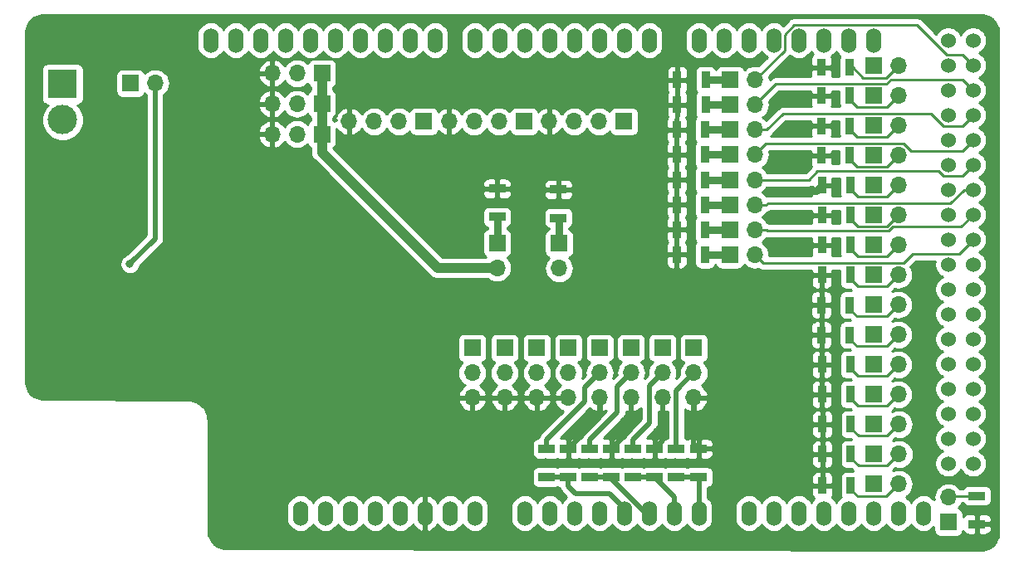
<source format=gbr>
G04 #@! TF.GenerationSoftware,KiCad,Pcbnew,(5.1.0-0)*
G04 #@! TF.CreationDate,2019-04-24T12:09:54-04:00*
G04 #@! TF.ProjectId,TR19-COMP-PD_rev2,54523139-2d43-44f4-9d50-2d50445f7265,rev?*
G04 #@! TF.SameCoordinates,Original*
G04 #@! TF.FileFunction,Copper,L2,Bot*
G04 #@! TF.FilePolarity,Positive*
%FSLAX46Y46*%
G04 Gerber Fmt 4.6, Leading zero omitted, Abs format (unit mm)*
G04 Created by KiCad (PCBNEW (5.1.0-0)) date 2019-04-24 12:09:54*
%MOMM*%
%LPD*%
G04 APERTURE LIST*
%ADD10O,1.524000X2.540000*%
%ADD11C,1.524000*%
%ADD12O,1.700000X1.700000*%
%ADD13R,1.700000X1.700000*%
%ADD14C,3.000000*%
%ADD15R,3.000000X3.000000*%
%ADD16R,1.700000X0.900000*%
%ADD17R,0.900000X1.700000*%
%ADD18C,0.800000*%
%ADD19C,0.250000*%
%ADD20C,0.500000*%
%ADD21C,0.750000*%
%ADD22C,1.000000*%
%ADD23C,0.254000*%
G04 APERTURE END LIST*
D10*
X155030000Y-70632001D03*
X157570000Y-70632001D03*
X160110000Y-70632001D03*
X162650000Y-70632001D03*
X165190000Y-70632001D03*
X167730000Y-70632001D03*
X170270000Y-70632001D03*
X172810000Y-70632001D03*
X177890000Y-118892001D03*
X175350000Y-118892001D03*
X172810000Y-118892001D03*
X170270000Y-118892001D03*
X160110000Y-118892001D03*
X155030000Y-118892001D03*
X152490000Y-118892001D03*
X162650000Y-118892001D03*
X165190000Y-118892001D03*
X167730000Y-118892001D03*
X149950000Y-118892001D03*
X147410000Y-118892001D03*
X144870000Y-118892001D03*
X137250000Y-118892001D03*
X139790000Y-118892001D03*
X142330000Y-118892001D03*
X132170000Y-118892001D03*
X129630000Y-118892001D03*
X127090000Y-118892001D03*
X122010000Y-118892001D03*
X119470000Y-118892001D03*
X149950000Y-70632001D03*
X147410000Y-70632001D03*
X144870000Y-70632001D03*
X142330000Y-70632001D03*
X139790000Y-70632001D03*
X137250000Y-70632001D03*
X134710000Y-70632001D03*
X132170000Y-70632001D03*
X128106000Y-70632001D03*
X125566000Y-70632001D03*
X123026000Y-70632001D03*
X120486000Y-70632001D03*
X117946000Y-70632001D03*
X115406000Y-70632001D03*
X112866000Y-70632001D03*
X110326000Y-70632001D03*
X124550000Y-118892001D03*
D11*
X180430000Y-73172001D03*
X182970000Y-73172001D03*
X180430000Y-75712001D03*
X182970000Y-75712001D03*
X180430000Y-78252001D03*
X182970000Y-78252001D03*
X180430000Y-80792001D03*
X182970000Y-80792001D03*
X180430000Y-70632001D03*
X182970000Y-70632001D03*
X182970000Y-83332001D03*
X180430000Y-83332001D03*
X180430000Y-85872001D03*
X182970000Y-85872001D03*
X180430000Y-88412001D03*
X182970000Y-88412001D03*
X180430000Y-90952001D03*
X182970000Y-90952001D03*
X180430000Y-93492001D03*
X182970000Y-93492001D03*
X180430000Y-96032001D03*
X182970000Y-96032001D03*
X180430000Y-98572001D03*
X182970000Y-98572001D03*
X180430000Y-101112001D03*
X182970000Y-101112001D03*
X180430000Y-103652001D03*
X182970000Y-103652001D03*
X180430000Y-106192001D03*
X182970000Y-106192001D03*
X180430000Y-108732001D03*
X182970000Y-108732001D03*
X180430000Y-111272001D03*
X182970000Y-111272001D03*
X180430000Y-113812001D03*
X182970000Y-113812001D03*
D10*
X116930000Y-118892001D03*
X114390000Y-118892001D03*
X107786000Y-70632001D03*
X105246000Y-70632001D03*
X172810000Y-70632001D03*
D12*
X99590000Y-75000000D03*
D13*
X97050000Y-75000000D03*
D12*
X134450000Y-93850000D03*
D13*
X134450000Y-91310000D03*
D12*
X140750000Y-93890000D03*
D13*
X140750000Y-91350000D03*
D12*
X111500000Y-80200000D03*
X114040000Y-80200000D03*
D13*
X116580000Y-80200000D03*
X116580000Y-77100000D03*
D12*
X114040000Y-77100000D03*
X111500000Y-77100000D03*
X111520000Y-74000000D03*
X114060000Y-74000000D03*
D13*
X116600000Y-74000000D03*
D14*
X90150000Y-78740000D03*
D15*
X90150000Y-75100000D03*
D12*
X139750000Y-78900000D03*
X142290000Y-78900000D03*
X144830000Y-78900000D03*
D13*
X147370000Y-78900000D03*
X137180000Y-78900000D03*
D12*
X134640000Y-78900000D03*
X132100000Y-78900000D03*
X129560000Y-78900000D03*
X119360000Y-78900000D03*
X121900000Y-78900000D03*
X124440000Y-78900000D03*
D13*
X126980000Y-78900000D03*
D12*
X131900000Y-107100000D03*
X131900000Y-104560000D03*
D13*
X131900000Y-102020000D03*
X135200000Y-102020000D03*
D12*
X135200000Y-104560000D03*
X135200000Y-107100000D03*
X138500000Y-107100000D03*
X138500000Y-104560000D03*
D13*
X138500000Y-102020000D03*
X141700000Y-102020000D03*
D12*
X141700000Y-104560000D03*
X141700000Y-107100000D03*
X175340000Y-73200000D03*
D13*
X172800000Y-73200000D03*
D12*
X175340000Y-76250000D03*
D13*
X172800000Y-76250000D03*
D12*
X175340000Y-79300000D03*
D13*
X172800000Y-79300000D03*
X172800000Y-82350000D03*
D12*
X175340000Y-82350000D03*
D13*
X172800000Y-85400000D03*
D12*
X175340000Y-85400000D03*
X175340000Y-88450000D03*
D13*
X172800000Y-88450000D03*
D12*
X175350000Y-91500000D03*
D13*
X172810000Y-91500000D03*
D12*
X175350000Y-94550000D03*
D13*
X172810000Y-94550000D03*
D12*
X175350000Y-97600000D03*
D13*
X172810000Y-97600000D03*
D12*
X144900000Y-107100000D03*
X144900000Y-104560000D03*
D13*
X144900000Y-102020000D03*
X148100000Y-102000000D03*
D12*
X148100000Y-104540000D03*
X148100000Y-107080000D03*
X151300000Y-107080000D03*
X151300000Y-104540000D03*
D13*
X151300000Y-102000000D03*
X154500000Y-102020000D03*
D12*
X154500000Y-104560000D03*
X154500000Y-107100000D03*
X175350000Y-100650000D03*
D13*
X172810000Y-100650000D03*
X172810000Y-103700000D03*
D12*
X175350000Y-103700000D03*
D13*
X172810000Y-106750000D03*
D12*
X175350000Y-106750000D03*
D13*
X172850000Y-109800000D03*
D12*
X175390000Y-109800000D03*
D13*
X172860000Y-112850000D03*
D12*
X175400000Y-112850000D03*
D13*
X172850000Y-115900000D03*
D12*
X175390000Y-115900000D03*
X180450000Y-117250000D03*
D13*
X180450000Y-119790000D03*
D12*
X160740000Y-74650000D03*
D13*
X158200000Y-74650000D03*
D12*
X160740000Y-77200000D03*
D13*
X158200000Y-77200000D03*
D12*
X160740000Y-79750000D03*
D13*
X158200000Y-79750000D03*
D12*
X160740000Y-82300000D03*
D13*
X158200000Y-82300000D03*
X158150000Y-84850000D03*
D12*
X160690000Y-84850000D03*
D13*
X158150000Y-87400000D03*
D12*
X160690000Y-87400000D03*
D13*
X158150000Y-89950000D03*
D12*
X160690000Y-89950000D03*
D13*
X158150000Y-92500000D03*
D12*
X160690000Y-92500000D03*
D16*
X134450000Y-88650000D03*
X134450000Y-85750000D03*
X140700000Y-85850000D03*
X140700000Y-88750000D03*
D17*
X167500000Y-73400000D03*
X170400000Y-73400000D03*
X167500000Y-76250000D03*
X170400000Y-76250000D03*
X167500000Y-79350000D03*
X170400000Y-79350000D03*
X167500000Y-82350000D03*
X170400000Y-82350000D03*
X167550000Y-85400000D03*
X170450000Y-85400000D03*
X167550000Y-88450000D03*
X170450000Y-88450000D03*
X167550000Y-91500000D03*
X170450000Y-91500000D03*
X167550000Y-94550000D03*
X170450000Y-94550000D03*
X167500000Y-97650000D03*
X170400000Y-97650000D03*
X170400000Y-100700000D03*
X167500000Y-100700000D03*
X170450000Y-103700000D03*
X167550000Y-103700000D03*
X170450000Y-106750000D03*
X167550000Y-106750000D03*
X170500000Y-109800000D03*
X167600000Y-109800000D03*
X170500000Y-112850000D03*
X167600000Y-112850000D03*
X170500000Y-116050000D03*
X167600000Y-116050000D03*
D16*
X183350000Y-117100000D03*
X183350000Y-120000000D03*
X139500000Y-112300000D03*
X139500000Y-115200000D03*
X143900000Y-112300000D03*
X143900000Y-115200000D03*
X148300000Y-112300000D03*
X148300000Y-115200000D03*
X152700000Y-112300000D03*
X152700000Y-115200000D03*
X141700000Y-112300000D03*
X141700000Y-115200000D03*
X146100000Y-112300000D03*
X146100000Y-115200000D03*
X150500000Y-112300000D03*
X150500000Y-115200000D03*
X155000000Y-112300000D03*
X155000000Y-115200000D03*
D17*
X155700000Y-74650000D03*
X152800000Y-74650000D03*
X155700000Y-77200000D03*
X152800000Y-77200000D03*
X155650000Y-79750000D03*
X152750000Y-79750000D03*
X155650000Y-82300000D03*
X152750000Y-82300000D03*
X152750000Y-84850000D03*
X155650000Y-84850000D03*
X152750000Y-87400000D03*
X155650000Y-87400000D03*
X152750000Y-89950000D03*
X155650000Y-89950000D03*
X152750000Y-92500000D03*
X155650000Y-92500000D03*
D18*
X139400000Y-113700000D03*
X143800000Y-113700000D03*
X148200000Y-113700000D03*
X152600000Y-113700000D03*
X123750000Y-98750002D03*
X164650000Y-91800000D03*
X164700000Y-88600000D03*
X164800000Y-94650000D03*
X164700000Y-82850000D03*
X164800000Y-79700000D03*
X164700000Y-76600000D03*
X164750000Y-73400000D03*
X152600000Y-69400000D03*
X181700000Y-68900000D03*
X184700000Y-77100000D03*
X184650000Y-84550000D03*
X184800000Y-92350000D03*
X154300000Y-94550000D03*
X154200000Y-72800000D03*
X164650000Y-86000000D03*
X97000000Y-93450000D03*
D19*
X180600000Y-117100000D02*
X180450000Y-117250000D01*
X183350000Y-117100000D02*
X180600000Y-117100000D01*
X174540001Y-116749999D02*
X175390000Y-115900000D01*
X170500000Y-116450000D02*
X171200000Y-117150000D01*
X174140000Y-117150000D02*
X174540001Y-116749999D01*
X171200000Y-117150000D02*
X174140000Y-117150000D01*
X170500000Y-116050000D02*
X170500000Y-116450000D01*
X174224999Y-114025001D02*
X174550001Y-113699999D01*
X171275001Y-114025001D02*
X174224999Y-114025001D01*
X174550001Y-113699999D02*
X175400000Y-112850000D01*
X170500000Y-113250000D02*
X171275001Y-114025001D01*
X170500000Y-112850000D02*
X170500000Y-113250000D01*
X174540001Y-110649999D02*
X175390000Y-109800000D01*
X171275001Y-110975001D02*
X174214999Y-110975001D01*
X170500000Y-110200000D02*
X171275001Y-110975001D01*
X174214999Y-110975001D02*
X174540001Y-110649999D01*
X170500000Y-109800000D02*
X170500000Y-110200000D01*
X174500001Y-107599999D02*
X175350000Y-106750000D01*
X174174999Y-107925001D02*
X174500001Y-107599999D01*
X171225001Y-107925001D02*
X174174999Y-107925001D01*
X170450000Y-107150000D02*
X171225001Y-107925001D01*
X170450000Y-106750000D02*
X170450000Y-107150000D01*
X174500001Y-104549999D02*
X175350000Y-103700000D01*
X171225001Y-104875001D02*
X174174999Y-104875001D01*
X174174999Y-104875001D02*
X174500001Y-104549999D01*
X170450000Y-104100000D02*
X171225001Y-104875001D01*
X170450000Y-103700000D02*
X170450000Y-104100000D01*
X174174999Y-101825001D02*
X174500001Y-101499999D01*
X171125001Y-101825001D02*
X174174999Y-101825001D01*
X174500001Y-101499999D02*
X175350000Y-100650000D01*
X170400000Y-101100000D02*
X171125001Y-101825001D01*
X170400000Y-100700000D02*
X170400000Y-101100000D01*
X174174999Y-98775001D02*
X174500001Y-98449999D01*
X174500001Y-98449999D02*
X175350000Y-97600000D01*
X170400000Y-98050000D02*
X171125001Y-98775001D01*
X171125001Y-98775001D02*
X174174999Y-98775001D01*
X170400000Y-97650000D02*
X170400000Y-98050000D01*
X174500001Y-95399999D02*
X175350000Y-94550000D01*
X174174999Y-95725001D02*
X174500001Y-95399999D01*
X171225001Y-95725001D02*
X174174999Y-95725001D01*
X170450000Y-94950000D02*
X171225001Y-95725001D01*
X170450000Y-94550000D02*
X170450000Y-94950000D01*
X174500001Y-92349999D02*
X175350000Y-91500000D01*
X174174999Y-92675001D02*
X174500001Y-92349999D01*
X171225001Y-92675001D02*
X174174999Y-92675001D01*
X170450000Y-91900000D02*
X171225001Y-92675001D01*
X170450000Y-91500000D02*
X170450000Y-91900000D01*
X170450000Y-88850000D02*
X170450000Y-88450000D01*
X171225001Y-89625001D02*
X170450000Y-88850000D01*
X174164999Y-89625001D02*
X171225001Y-89625001D01*
X175340000Y-88450000D02*
X174164999Y-89625001D01*
X174490001Y-86249999D02*
X175340000Y-85400000D01*
X171225001Y-86575001D02*
X174164999Y-86575001D01*
X170450000Y-85800000D02*
X171225001Y-86575001D01*
X174164999Y-86575001D02*
X174490001Y-86249999D01*
X170450000Y-85400000D02*
X170450000Y-85800000D01*
X174490001Y-83199999D02*
X175340000Y-82350000D01*
X171175001Y-83525001D02*
X174164999Y-83525001D01*
X170400000Y-82750000D02*
X171175001Y-83525001D01*
X174164999Y-83525001D02*
X174490001Y-83199999D01*
X170400000Y-82350000D02*
X170400000Y-82750000D01*
X174164999Y-80475001D02*
X174490001Y-80149999D01*
X171125001Y-80475001D02*
X174164999Y-80475001D01*
X174490001Y-80149999D02*
X175340000Y-79300000D01*
X170400000Y-79750000D02*
X171125001Y-80475001D01*
X170400000Y-79350000D02*
X170400000Y-79750000D01*
X170400000Y-76650000D02*
X170400000Y-76250000D01*
X171175001Y-77425001D02*
X170400000Y-76650000D01*
X174164999Y-77425001D02*
X171175001Y-77425001D01*
X175340000Y-76250000D02*
X174164999Y-77425001D01*
X170714998Y-73400000D02*
X171764998Y-74450000D01*
X174090000Y-74450000D02*
X175340000Y-73200000D01*
X171764998Y-74450000D02*
X174090000Y-74450000D01*
X170400000Y-73400000D02*
X170714998Y-73400000D01*
D20*
X154500000Y-111800000D02*
X155000000Y-112300000D01*
X154500000Y-107100000D02*
X154500000Y-111800000D01*
X151300000Y-111500000D02*
X150500000Y-112300000D01*
X151300000Y-107080000D02*
X151300000Y-111500000D01*
X148100000Y-110300000D02*
X146100000Y-112300000D01*
X148100000Y-107080000D02*
X148100000Y-110300000D01*
X144900000Y-109100000D02*
X141700000Y-112300000D01*
X144900000Y-107100000D02*
X144900000Y-109100000D01*
D21*
X167550000Y-85400000D02*
X166950000Y-86000000D01*
X166950000Y-86000000D02*
X164650000Y-86000000D01*
D20*
X90260000Y-78850000D02*
X90150000Y-78740000D01*
X141700000Y-115200000D02*
X139500000Y-115200000D01*
X147410000Y-118384001D02*
X145925999Y-116900000D01*
X147410000Y-118892001D02*
X147410000Y-118384001D01*
X141700000Y-116150000D02*
X141700000Y-115200000D01*
X142450000Y-116900000D02*
X141700000Y-116150000D01*
X145925999Y-116900000D02*
X142450000Y-116900000D01*
X146100000Y-115200000D02*
X143900000Y-115200000D01*
X146100000Y-115359961D02*
X146100000Y-115200000D01*
X149632040Y-118892001D02*
X146100000Y-115359961D01*
X149950000Y-118892001D02*
X149632040Y-118892001D01*
X150500000Y-115200000D02*
X148300000Y-115200000D01*
X152490000Y-117190000D02*
X150500000Y-115200000D01*
X152490000Y-118892001D02*
X152490000Y-117190000D01*
X155000000Y-115200000D02*
X152700000Y-115200000D01*
X155030000Y-115230000D02*
X155000000Y-115200000D01*
X155030000Y-118892001D02*
X155030000Y-115230000D01*
D22*
X116600000Y-77080000D02*
X116580000Y-77100000D01*
X116600000Y-74000000D02*
X116600000Y-77080000D01*
X116580000Y-77100000D02*
X116580000Y-80200000D01*
X128380000Y-93850000D02*
X133247919Y-93850000D01*
X116580000Y-82050000D02*
X128380000Y-93850000D01*
X133247919Y-93850000D02*
X134450000Y-93850000D01*
X116580000Y-80200000D02*
X116580000Y-82050000D01*
D19*
X181882999Y-72085000D02*
X182208001Y-72410002D01*
X180274237Y-72085000D02*
X181882999Y-72085000D01*
X177226228Y-69036991D02*
X180274237Y-72085000D01*
X164739746Y-69036991D02*
X177226228Y-69036991D01*
X163737010Y-71652990D02*
X163737010Y-70039727D01*
X182208001Y-72410002D02*
X182970000Y-73172001D01*
X163737010Y-70039727D02*
X164739746Y-69036991D01*
X160740000Y-74650000D02*
X163737010Y-71652990D01*
X161589999Y-76350001D02*
X160740000Y-77200000D01*
X174101411Y-75074999D02*
X162865001Y-75074999D01*
X174576410Y-74600000D02*
X174101411Y-75074999D01*
X181857999Y-74600000D02*
X174576410Y-74600000D01*
X162865001Y-75074999D02*
X161589999Y-76350001D01*
X182970000Y-75712001D02*
X181857999Y-74600000D01*
X176608004Y-81879002D02*
X175904001Y-81174999D01*
X181882999Y-81879002D02*
X176608004Y-81879002D01*
X161589999Y-81450001D02*
X160740000Y-82300000D01*
X161865001Y-81174999D02*
X161589999Y-81450001D01*
X175904001Y-81174999D02*
X161865001Y-81174999D01*
X182970000Y-80792001D02*
X181882999Y-81879002D01*
X182208001Y-79014000D02*
X182970000Y-78252001D01*
X181882999Y-79339002D02*
X182208001Y-79014000D01*
X179908239Y-79339002D02*
X181882999Y-79339002D01*
X178694236Y-78124999D02*
X179908239Y-79339002D01*
X161942081Y-79750000D02*
X163567082Y-78124999D01*
X163567082Y-78124999D02*
X178694236Y-78124999D01*
X160740000Y-79750000D02*
X161942081Y-79750000D01*
X174801409Y-89625001D02*
X174351399Y-90075011D01*
X181757000Y-89625001D02*
X174801409Y-89625001D01*
X182970000Y-88412001D02*
X181757000Y-89625001D01*
X161892081Y-89950000D02*
X160690000Y-89950000D01*
X162017092Y-90075011D02*
X161892081Y-89950000D01*
X174351399Y-90075011D02*
X162017092Y-90075011D01*
X176845000Y-92405000D02*
X175900001Y-93349999D01*
X181517001Y-92405000D02*
X176845000Y-92405000D01*
X182970000Y-90952001D02*
X181517001Y-92405000D01*
X161539999Y-93349999D02*
X160690000Y-92500000D01*
X175900001Y-93349999D02*
X161539999Y-93349999D01*
X182038762Y-85872001D02*
X180635764Y-87274999D01*
X182970000Y-85872001D02*
X182038762Y-85872001D01*
X161892081Y-87400000D02*
X160690000Y-87400000D01*
X162017082Y-87274999D02*
X161892081Y-87400000D01*
X180635764Y-87274999D02*
X162017082Y-87274999D01*
X182208001Y-84094000D02*
X182970000Y-83332001D01*
X181882999Y-84419002D02*
X182208001Y-84094000D01*
X179908239Y-84419002D02*
X181882999Y-84419002D01*
X179464248Y-83975011D02*
X179908239Y-84419002D01*
X167089987Y-83975011D02*
X179464248Y-83975011D01*
X166214998Y-84850000D02*
X167089987Y-83975011D01*
X160690000Y-84850000D02*
X166214998Y-84850000D01*
D20*
X99590000Y-90860000D02*
X97000000Y-93450000D01*
X99590000Y-75000000D02*
X99590000Y-90860000D01*
D21*
X134450000Y-91310000D02*
X134450000Y-88650000D01*
X140750000Y-88800000D02*
X140700000Y-88750000D01*
X140750000Y-91350000D02*
X140750000Y-88800000D01*
D20*
X139500000Y-111350000D02*
X143400000Y-107450000D01*
X139500000Y-112300000D02*
X139500000Y-111350000D01*
X143400000Y-106060000D02*
X144900000Y-104560000D01*
X143400000Y-107450000D02*
X143400000Y-106060000D01*
X147250001Y-105389999D02*
X148100000Y-104540000D01*
X146700000Y-108550000D02*
X146700000Y-105940000D01*
X143900000Y-111350000D02*
X146700000Y-108550000D01*
X146700000Y-105940000D02*
X147250001Y-105389999D01*
X143900000Y-112300000D02*
X143900000Y-111350000D01*
X150450001Y-105389999D02*
X151300000Y-104540000D01*
X149999999Y-109650001D02*
X149999999Y-105840001D01*
X149999999Y-105840001D02*
X150450001Y-105389999D01*
X148300000Y-111350000D02*
X149999999Y-109650001D01*
X148300000Y-112300000D02*
X148300000Y-111350000D01*
X152700000Y-106360000D02*
X154500000Y-104560000D01*
X152700000Y-112300000D02*
X152700000Y-106360000D01*
D21*
X158200000Y-74650000D02*
X155700000Y-74650000D01*
X158200000Y-77200000D02*
X155700000Y-77200000D01*
X158200000Y-79750000D02*
X155650000Y-79750000D01*
X158200000Y-82300000D02*
X155650000Y-82300000D01*
X158150000Y-84850000D02*
X155650000Y-84850000D01*
X158150000Y-87400000D02*
X155650000Y-87400000D01*
X158150000Y-89950000D02*
X155650000Y-89950000D01*
X158150000Y-92500000D02*
X155650000Y-92500000D01*
D23*
G36*
X183966504Y-68046385D02*
G01*
X184227593Y-68103181D01*
X184477940Y-68196556D01*
X184712445Y-68324605D01*
X184926338Y-68484724D01*
X185115276Y-68673662D01*
X185275395Y-68887555D01*
X185403444Y-69122060D01*
X185496819Y-69372407D01*
X185553615Y-69633496D01*
X185573000Y-69904530D01*
X185573000Y-118327618D01*
X185567885Y-118387076D01*
X185565001Y-118416353D01*
X185565001Y-118420593D01*
X185561740Y-118458497D01*
X185565001Y-118487885D01*
X185565000Y-120902185D01*
X185553555Y-121061966D01*
X185496580Y-121323449D01*
X185402917Y-121574138D01*
X185274485Y-121808904D01*
X185113893Y-122022979D01*
X184924432Y-122211971D01*
X184709961Y-122372034D01*
X184474870Y-122499889D01*
X184223957Y-122592929D01*
X183962338Y-122649255D01*
X183690836Y-122668029D01*
X106849895Y-122477946D01*
X106579322Y-122457952D01*
X106318770Y-122400690D01*
X106068996Y-122306985D01*
X105835075Y-122178741D01*
X105621750Y-122018561D01*
X105433347Y-121829691D01*
X105273694Y-121615969D01*
X105146031Y-121381733D01*
X105052943Y-121131726D01*
X104996324Y-120871030D01*
X104977000Y-120600418D01*
X104977000Y-118315377D01*
X112993000Y-118315377D01*
X112993000Y-119468626D01*
X113013214Y-119673861D01*
X113093096Y-119937196D01*
X113222817Y-120179888D01*
X113397393Y-120392609D01*
X113610114Y-120567184D01*
X113852806Y-120696905D01*
X114116141Y-120776787D01*
X114390000Y-120803760D01*
X114663860Y-120776787D01*
X114927195Y-120696905D01*
X115169887Y-120567184D01*
X115382608Y-120392609D01*
X115557183Y-120179888D01*
X115660000Y-119987530D01*
X115762817Y-120179888D01*
X115937393Y-120392609D01*
X116150114Y-120567184D01*
X116392806Y-120696905D01*
X116656141Y-120776787D01*
X116930000Y-120803760D01*
X117203860Y-120776787D01*
X117467195Y-120696905D01*
X117709887Y-120567184D01*
X117922608Y-120392609D01*
X118097183Y-120179888D01*
X118200000Y-119987530D01*
X118302817Y-120179888D01*
X118477393Y-120392609D01*
X118690114Y-120567184D01*
X118932806Y-120696905D01*
X119196141Y-120776787D01*
X119470000Y-120803760D01*
X119743860Y-120776787D01*
X120007195Y-120696905D01*
X120249887Y-120567184D01*
X120462608Y-120392609D01*
X120637183Y-120179888D01*
X120740000Y-119987530D01*
X120842817Y-120179888D01*
X121017393Y-120392609D01*
X121230114Y-120567184D01*
X121472806Y-120696905D01*
X121736141Y-120776787D01*
X122010000Y-120803760D01*
X122283860Y-120776787D01*
X122547195Y-120696905D01*
X122789887Y-120567184D01*
X123002608Y-120392609D01*
X123177183Y-120179888D01*
X123280000Y-119987530D01*
X123382817Y-120179888D01*
X123557393Y-120392609D01*
X123770114Y-120567184D01*
X124012806Y-120696905D01*
X124276141Y-120776787D01*
X124550000Y-120803760D01*
X124823860Y-120776787D01*
X125087195Y-120696905D01*
X125329887Y-120567184D01*
X125542608Y-120392609D01*
X125717183Y-120179888D01*
X125821038Y-119985588D01*
X125847941Y-120051943D01*
X125998994Y-120281730D01*
X126191974Y-120477633D01*
X126419465Y-120632123D01*
X126672724Y-120739263D01*
X126746930Y-120754221D01*
X126963000Y-120631721D01*
X126963000Y-119019001D01*
X126943000Y-119019001D01*
X126943000Y-118765001D01*
X126963000Y-118765001D01*
X126963000Y-117152281D01*
X127217000Y-117152281D01*
X127217000Y-118765001D01*
X127237000Y-118765001D01*
X127237000Y-119019001D01*
X127217000Y-119019001D01*
X127217000Y-120631721D01*
X127433070Y-120754221D01*
X127507276Y-120739263D01*
X127760535Y-120632123D01*
X127988026Y-120477633D01*
X128181006Y-120281730D01*
X128332059Y-120051943D01*
X128358962Y-119985588D01*
X128462817Y-120179888D01*
X128637393Y-120392609D01*
X128850114Y-120567184D01*
X129092806Y-120696905D01*
X129356141Y-120776787D01*
X129630000Y-120803760D01*
X129903860Y-120776787D01*
X130167195Y-120696905D01*
X130409887Y-120567184D01*
X130622608Y-120392609D01*
X130797183Y-120179888D01*
X130900000Y-119987530D01*
X131002817Y-120179888D01*
X131177393Y-120392609D01*
X131390114Y-120567184D01*
X131632806Y-120696905D01*
X131896141Y-120776787D01*
X132170000Y-120803760D01*
X132443860Y-120776787D01*
X132707195Y-120696905D01*
X132949887Y-120567184D01*
X133162608Y-120392609D01*
X133337183Y-120179888D01*
X133466904Y-119937196D01*
X133546786Y-119673861D01*
X133567000Y-119468626D01*
X133567000Y-118315377D01*
X135853000Y-118315377D01*
X135853000Y-119468626D01*
X135873214Y-119673861D01*
X135953096Y-119937196D01*
X136082817Y-120179888D01*
X136257393Y-120392609D01*
X136470114Y-120567184D01*
X136712806Y-120696905D01*
X136976141Y-120776787D01*
X137250000Y-120803760D01*
X137523860Y-120776787D01*
X137787195Y-120696905D01*
X138029887Y-120567184D01*
X138242608Y-120392609D01*
X138417183Y-120179888D01*
X138520000Y-119987530D01*
X138622817Y-120179888D01*
X138797393Y-120392609D01*
X139010114Y-120567184D01*
X139252806Y-120696905D01*
X139516141Y-120776787D01*
X139790000Y-120803760D01*
X140063860Y-120776787D01*
X140327195Y-120696905D01*
X140569887Y-120567184D01*
X140782608Y-120392609D01*
X140957183Y-120179888D01*
X141060000Y-119987530D01*
X141162817Y-120179888D01*
X141337393Y-120392609D01*
X141550114Y-120567184D01*
X141792806Y-120696905D01*
X142056141Y-120776787D01*
X142330000Y-120803760D01*
X142603860Y-120776787D01*
X142867195Y-120696905D01*
X143109887Y-120567184D01*
X143322608Y-120392609D01*
X143497183Y-120179888D01*
X143600000Y-119987530D01*
X143702817Y-120179888D01*
X143877393Y-120392609D01*
X144090114Y-120567184D01*
X144332806Y-120696905D01*
X144596141Y-120776787D01*
X144870000Y-120803760D01*
X145143860Y-120776787D01*
X145407195Y-120696905D01*
X145649887Y-120567184D01*
X145862608Y-120392609D01*
X146037183Y-120179888D01*
X146140000Y-119987530D01*
X146242817Y-120179888D01*
X146417393Y-120392609D01*
X146630114Y-120567184D01*
X146872806Y-120696905D01*
X147136141Y-120776787D01*
X147410000Y-120803760D01*
X147683860Y-120776787D01*
X147947195Y-120696905D01*
X148189887Y-120567184D01*
X148402608Y-120392609D01*
X148577183Y-120179888D01*
X148680000Y-119987530D01*
X148782817Y-120179888D01*
X148957393Y-120392609D01*
X149170114Y-120567184D01*
X149412806Y-120696905D01*
X149676141Y-120776787D01*
X149950000Y-120803760D01*
X150223860Y-120776787D01*
X150487195Y-120696905D01*
X150729887Y-120567184D01*
X150942608Y-120392609D01*
X151117183Y-120179888D01*
X151220000Y-119987530D01*
X151322817Y-120179888D01*
X151497393Y-120392609D01*
X151710114Y-120567184D01*
X151952806Y-120696905D01*
X152216141Y-120776787D01*
X152490000Y-120803760D01*
X152763860Y-120776787D01*
X153027195Y-120696905D01*
X153269887Y-120567184D01*
X153482608Y-120392609D01*
X153657183Y-120179888D01*
X153760000Y-119987530D01*
X153862817Y-120179888D01*
X154037393Y-120392609D01*
X154250114Y-120567184D01*
X154492806Y-120696905D01*
X154756141Y-120776787D01*
X155030000Y-120803760D01*
X155303860Y-120776787D01*
X155567195Y-120696905D01*
X155809887Y-120567184D01*
X156022608Y-120392609D01*
X156197183Y-120179888D01*
X156326904Y-119937196D01*
X156406786Y-119673861D01*
X156427000Y-119468626D01*
X156427000Y-118315376D01*
X156406786Y-118110141D01*
X156326904Y-117846806D01*
X156197183Y-117604114D01*
X156022607Y-117391393D01*
X155915000Y-117303083D01*
X155915000Y-116281670D01*
X155974482Y-116275812D01*
X156094180Y-116239502D01*
X156204494Y-116180537D01*
X156301185Y-116101185D01*
X156380537Y-116004494D01*
X156439502Y-115894180D01*
X156475812Y-115774482D01*
X156488072Y-115650000D01*
X156488072Y-115200000D01*
X166511928Y-115200000D01*
X166515000Y-115764250D01*
X166673750Y-115923000D01*
X167473000Y-115923000D01*
X167473000Y-114723750D01*
X167727000Y-114723750D01*
X167727000Y-115923000D01*
X168526250Y-115923000D01*
X168685000Y-115764250D01*
X168688072Y-115200000D01*
X168675812Y-115075518D01*
X168639502Y-114955820D01*
X168580537Y-114845506D01*
X168501185Y-114748815D01*
X168404494Y-114669463D01*
X168294180Y-114610498D01*
X168174482Y-114574188D01*
X168050000Y-114561928D01*
X167885750Y-114565000D01*
X167727000Y-114723750D01*
X167473000Y-114723750D01*
X167314250Y-114565000D01*
X167150000Y-114561928D01*
X167025518Y-114574188D01*
X166905820Y-114610498D01*
X166795506Y-114669463D01*
X166698815Y-114748815D01*
X166619463Y-114845506D01*
X166560498Y-114955820D01*
X166524188Y-115075518D01*
X166511928Y-115200000D01*
X156488072Y-115200000D01*
X156488072Y-114750000D01*
X156475812Y-114625518D01*
X156439502Y-114505820D01*
X156380537Y-114395506D01*
X156301185Y-114298815D01*
X156204494Y-114219463D01*
X156094180Y-114160498D01*
X155974482Y-114124188D01*
X155850000Y-114111928D01*
X154150000Y-114111928D01*
X154025518Y-114124188D01*
X153905820Y-114160498D01*
X153850000Y-114190335D01*
X153794180Y-114160498D01*
X153674482Y-114124188D01*
X153550000Y-114111928D01*
X151850000Y-114111928D01*
X151725518Y-114124188D01*
X151605820Y-114160498D01*
X151600000Y-114163609D01*
X151594180Y-114160498D01*
X151474482Y-114124188D01*
X151350000Y-114111928D01*
X149650000Y-114111928D01*
X149525518Y-114124188D01*
X149405820Y-114160498D01*
X149400000Y-114163609D01*
X149394180Y-114160498D01*
X149274482Y-114124188D01*
X149150000Y-114111928D01*
X147450000Y-114111928D01*
X147325518Y-114124188D01*
X147205820Y-114160498D01*
X147200000Y-114163609D01*
X147194180Y-114160498D01*
X147074482Y-114124188D01*
X146950000Y-114111928D01*
X145250000Y-114111928D01*
X145125518Y-114124188D01*
X145005820Y-114160498D01*
X145000000Y-114163609D01*
X144994180Y-114160498D01*
X144874482Y-114124188D01*
X144750000Y-114111928D01*
X143050000Y-114111928D01*
X142925518Y-114124188D01*
X142805820Y-114160498D01*
X142800000Y-114163609D01*
X142794180Y-114160498D01*
X142674482Y-114124188D01*
X142550000Y-114111928D01*
X140850000Y-114111928D01*
X140725518Y-114124188D01*
X140605820Y-114160498D01*
X140600000Y-114163609D01*
X140594180Y-114160498D01*
X140474482Y-114124188D01*
X140350000Y-114111928D01*
X138650000Y-114111928D01*
X138525518Y-114124188D01*
X138405820Y-114160498D01*
X138295506Y-114219463D01*
X138198815Y-114298815D01*
X138119463Y-114395506D01*
X138060498Y-114505820D01*
X138024188Y-114625518D01*
X138011928Y-114750000D01*
X138011928Y-115650000D01*
X138024188Y-115774482D01*
X138060498Y-115894180D01*
X138119463Y-116004494D01*
X138198815Y-116101185D01*
X138295506Y-116180537D01*
X138405820Y-116239502D01*
X138525518Y-116275812D01*
X138650000Y-116288072D01*
X140350000Y-116288072D01*
X140474482Y-116275812D01*
X140594180Y-116239502D01*
X140600000Y-116236391D01*
X140605820Y-116239502D01*
X140725518Y-116275812D01*
X140824065Y-116285518D01*
X140827805Y-116323490D01*
X140836150Y-116350998D01*
X140878411Y-116490312D01*
X140960589Y-116644058D01*
X141071183Y-116778817D01*
X141104956Y-116806534D01*
X141530959Y-117232537D01*
X141337392Y-117391394D01*
X141162817Y-117604115D01*
X141060000Y-117796472D01*
X140957183Y-117604114D01*
X140782607Y-117391393D01*
X140569886Y-117216818D01*
X140327194Y-117087097D01*
X140063859Y-117007215D01*
X139790000Y-116980242D01*
X139516140Y-117007215D01*
X139252805Y-117087097D01*
X139010113Y-117216818D01*
X138797392Y-117391394D01*
X138622817Y-117604115D01*
X138520000Y-117796472D01*
X138417183Y-117604114D01*
X138242607Y-117391393D01*
X138029886Y-117216818D01*
X137787194Y-117087097D01*
X137523859Y-117007215D01*
X137250000Y-116980242D01*
X136976140Y-117007215D01*
X136712805Y-117087097D01*
X136470113Y-117216818D01*
X136257392Y-117391394D01*
X136082817Y-117604115D01*
X135953096Y-117846807D01*
X135873214Y-118110142D01*
X135853000Y-118315377D01*
X133567000Y-118315377D01*
X133567000Y-118315376D01*
X133546786Y-118110141D01*
X133466904Y-117846806D01*
X133337183Y-117604114D01*
X133162607Y-117391393D01*
X132949886Y-117216818D01*
X132707194Y-117087097D01*
X132443859Y-117007215D01*
X132170000Y-116980242D01*
X131896140Y-117007215D01*
X131632805Y-117087097D01*
X131390113Y-117216818D01*
X131177392Y-117391394D01*
X131002817Y-117604115D01*
X130900000Y-117796472D01*
X130797183Y-117604114D01*
X130622607Y-117391393D01*
X130409886Y-117216818D01*
X130167194Y-117087097D01*
X129903859Y-117007215D01*
X129630000Y-116980242D01*
X129356140Y-117007215D01*
X129092805Y-117087097D01*
X128850113Y-117216818D01*
X128637392Y-117391394D01*
X128462817Y-117604115D01*
X128358962Y-117798415D01*
X128332059Y-117732059D01*
X128181006Y-117502272D01*
X127988026Y-117306369D01*
X127760535Y-117151879D01*
X127507276Y-117044739D01*
X127433070Y-117029781D01*
X127217000Y-117152281D01*
X126963000Y-117152281D01*
X126746930Y-117029781D01*
X126672724Y-117044739D01*
X126419465Y-117151879D01*
X126191974Y-117306369D01*
X125998994Y-117502272D01*
X125847941Y-117732059D01*
X125821038Y-117798414D01*
X125717183Y-117604114D01*
X125542607Y-117391393D01*
X125329886Y-117216818D01*
X125087194Y-117087097D01*
X124823859Y-117007215D01*
X124550000Y-116980242D01*
X124276140Y-117007215D01*
X124012805Y-117087097D01*
X123770113Y-117216818D01*
X123557392Y-117391394D01*
X123382817Y-117604115D01*
X123280000Y-117796472D01*
X123177183Y-117604114D01*
X123002607Y-117391393D01*
X122789886Y-117216818D01*
X122547194Y-117087097D01*
X122283859Y-117007215D01*
X122010000Y-116980242D01*
X121736140Y-117007215D01*
X121472805Y-117087097D01*
X121230113Y-117216818D01*
X121017392Y-117391394D01*
X120842817Y-117604115D01*
X120740000Y-117796472D01*
X120637183Y-117604114D01*
X120462607Y-117391393D01*
X120249886Y-117216818D01*
X120007194Y-117087097D01*
X119743859Y-117007215D01*
X119470000Y-116980242D01*
X119196140Y-117007215D01*
X118932805Y-117087097D01*
X118690113Y-117216818D01*
X118477392Y-117391394D01*
X118302817Y-117604115D01*
X118200000Y-117796472D01*
X118097183Y-117604114D01*
X117922607Y-117391393D01*
X117709886Y-117216818D01*
X117467194Y-117087097D01*
X117203859Y-117007215D01*
X116930000Y-116980242D01*
X116656140Y-117007215D01*
X116392805Y-117087097D01*
X116150113Y-117216818D01*
X115937392Y-117391394D01*
X115762817Y-117604115D01*
X115660000Y-117796472D01*
X115557183Y-117604114D01*
X115382607Y-117391393D01*
X115169886Y-117216818D01*
X114927194Y-117087097D01*
X114663859Y-117007215D01*
X114390000Y-116980242D01*
X114116140Y-117007215D01*
X113852805Y-117087097D01*
X113610113Y-117216818D01*
X113397392Y-117391394D01*
X113222817Y-117604115D01*
X113093096Y-117846807D01*
X113013214Y-118110142D01*
X112993000Y-118315377D01*
X104977000Y-118315377D01*
X104977000Y-113700000D01*
X166511928Y-113700000D01*
X166524188Y-113824482D01*
X166560498Y-113944180D01*
X166619463Y-114054494D01*
X166698815Y-114151185D01*
X166795506Y-114230537D01*
X166905820Y-114289502D01*
X167025518Y-114325812D01*
X167150000Y-114338072D01*
X167314250Y-114335000D01*
X167473000Y-114176250D01*
X167473000Y-112977000D01*
X167727000Y-112977000D01*
X167727000Y-114176250D01*
X167885750Y-114335000D01*
X168050000Y-114338072D01*
X168174482Y-114325812D01*
X168294180Y-114289502D01*
X168404494Y-114230537D01*
X168501185Y-114151185D01*
X168580537Y-114054494D01*
X168639502Y-113944180D01*
X168675812Y-113824482D01*
X168688072Y-113700000D01*
X168685000Y-113135750D01*
X168526250Y-112977000D01*
X167727000Y-112977000D01*
X167473000Y-112977000D01*
X166673750Y-112977000D01*
X166515000Y-113135750D01*
X166511928Y-113700000D01*
X104977000Y-113700000D01*
X104977000Y-111850000D01*
X138011928Y-111850000D01*
X138011928Y-112750000D01*
X138024188Y-112874482D01*
X138060498Y-112994180D01*
X138119463Y-113104494D01*
X138198815Y-113201185D01*
X138295506Y-113280537D01*
X138405820Y-113339502D01*
X138525518Y-113375812D01*
X138650000Y-113388072D01*
X140350000Y-113388072D01*
X140474482Y-113375812D01*
X140594180Y-113339502D01*
X140600000Y-113336391D01*
X140605820Y-113339502D01*
X140725518Y-113375812D01*
X140850000Y-113388072D01*
X141414250Y-113385000D01*
X141573000Y-113226250D01*
X141573000Y-112427000D01*
X141553000Y-112427000D01*
X141553000Y-112173000D01*
X141573000Y-112173000D01*
X141573000Y-111373750D01*
X141414250Y-111215000D01*
X140889435Y-111212143D01*
X143907019Y-108194560D01*
X144018645Y-108295178D01*
X144268748Y-108444157D01*
X144543109Y-108541481D01*
X144773000Y-108420814D01*
X144773000Y-107227000D01*
X144753000Y-107227000D01*
X144753000Y-106973000D01*
X144773000Y-106973000D01*
X144773000Y-106953000D01*
X145027000Y-106953000D01*
X145027000Y-106973000D01*
X145047000Y-106973000D01*
X145047000Y-107227000D01*
X145027000Y-107227000D01*
X145027000Y-108420814D01*
X145256891Y-108541481D01*
X145531252Y-108444157D01*
X145588166Y-108410255D01*
X143304951Y-110693471D01*
X143271184Y-110721183D01*
X143243471Y-110754951D01*
X143243468Y-110754954D01*
X143160590Y-110855941D01*
X143078412Y-111009687D01*
X143027805Y-111176510D01*
X143024065Y-111214482D01*
X142925518Y-111224188D01*
X142805820Y-111260498D01*
X142800000Y-111263609D01*
X142794180Y-111260498D01*
X142674482Y-111224188D01*
X142550000Y-111211928D01*
X141985750Y-111215000D01*
X141827000Y-111373750D01*
X141827000Y-112173000D01*
X141847000Y-112173000D01*
X141847000Y-112427000D01*
X141827000Y-112427000D01*
X141827000Y-113226250D01*
X141985750Y-113385000D01*
X142550000Y-113388072D01*
X142674482Y-113375812D01*
X142794180Y-113339502D01*
X142800000Y-113336391D01*
X142805820Y-113339502D01*
X142925518Y-113375812D01*
X143050000Y-113388072D01*
X144750000Y-113388072D01*
X144874482Y-113375812D01*
X144994180Y-113339502D01*
X145000000Y-113336391D01*
X145005820Y-113339502D01*
X145125518Y-113375812D01*
X145250000Y-113388072D01*
X145814250Y-113385000D01*
X145973000Y-113226250D01*
X145973000Y-112427000D01*
X145953000Y-112427000D01*
X145953000Y-112173000D01*
X145973000Y-112173000D01*
X145973000Y-111373750D01*
X145814250Y-111215000D01*
X145289436Y-111212143D01*
X147295050Y-109206529D01*
X147328817Y-109178817D01*
X147361092Y-109139491D01*
X147439410Y-109044060D01*
X147439411Y-109044059D01*
X147521589Y-108890313D01*
X147572195Y-108723490D01*
X147585000Y-108593477D01*
X147585000Y-108593469D01*
X147589281Y-108550000D01*
X147585000Y-108506531D01*
X147585000Y-108465395D01*
X147743109Y-108521481D01*
X147973000Y-108400814D01*
X147973000Y-107207000D01*
X147953000Y-107207000D01*
X147953000Y-106953000D01*
X147973000Y-106953000D01*
X147973000Y-106933000D01*
X148227000Y-106933000D01*
X148227000Y-106953000D01*
X148247000Y-106953000D01*
X148247000Y-107207000D01*
X148227000Y-107207000D01*
X148227000Y-108400814D01*
X148456891Y-108521481D01*
X148731252Y-108424157D01*
X148981355Y-108275178D01*
X149114999Y-108154713D01*
X149114999Y-109283422D01*
X147704951Y-110693471D01*
X147671184Y-110721183D01*
X147643471Y-110754951D01*
X147643468Y-110754954D01*
X147560590Y-110855941D01*
X147478412Y-111009687D01*
X147427805Y-111176510D01*
X147424065Y-111214482D01*
X147325518Y-111224188D01*
X147205820Y-111260498D01*
X147200000Y-111263609D01*
X147194180Y-111260498D01*
X147074482Y-111224188D01*
X146950000Y-111211928D01*
X146385750Y-111215000D01*
X146227000Y-111373750D01*
X146227000Y-112173000D01*
X146247000Y-112173000D01*
X146247000Y-112427000D01*
X146227000Y-112427000D01*
X146227000Y-113226250D01*
X146385750Y-113385000D01*
X146950000Y-113388072D01*
X147074482Y-113375812D01*
X147194180Y-113339502D01*
X147200000Y-113336391D01*
X147205820Y-113339502D01*
X147325518Y-113375812D01*
X147450000Y-113388072D01*
X149150000Y-113388072D01*
X149274482Y-113375812D01*
X149394180Y-113339502D01*
X149400000Y-113336391D01*
X149405820Y-113339502D01*
X149525518Y-113375812D01*
X149650000Y-113388072D01*
X150214250Y-113385000D01*
X150373000Y-113226250D01*
X150373000Y-112427000D01*
X150353000Y-112427000D01*
X150353000Y-112173000D01*
X150373000Y-112173000D01*
X150373000Y-111373750D01*
X150214250Y-111215000D01*
X149689436Y-111212143D01*
X150595049Y-110306530D01*
X150628816Y-110278818D01*
X150662863Y-110237333D01*
X150739410Y-110144060D01*
X150821588Y-109990315D01*
X150872194Y-109823491D01*
X150872821Y-109817121D01*
X150884999Y-109693478D01*
X150884999Y-109693470D01*
X150889280Y-109650001D01*
X150884999Y-109606532D01*
X150884999Y-108500868D01*
X150943109Y-108521481D01*
X151173000Y-108400814D01*
X151173000Y-107207000D01*
X151153000Y-107207000D01*
X151153000Y-106953000D01*
X151173000Y-106953000D01*
X151173000Y-106933000D01*
X151427000Y-106933000D01*
X151427000Y-106953000D01*
X151447000Y-106953000D01*
X151447000Y-107207000D01*
X151427000Y-107207000D01*
X151427000Y-108400814D01*
X151656891Y-108521481D01*
X151815001Y-108465395D01*
X151815000Y-111215375D01*
X151725518Y-111224188D01*
X151605820Y-111260498D01*
X151600000Y-111263609D01*
X151594180Y-111260498D01*
X151474482Y-111224188D01*
X151350000Y-111211928D01*
X150785750Y-111215000D01*
X150627000Y-111373750D01*
X150627000Y-112173000D01*
X150647000Y-112173000D01*
X150647000Y-112427000D01*
X150627000Y-112427000D01*
X150627000Y-113226250D01*
X150785750Y-113385000D01*
X151350000Y-113388072D01*
X151474482Y-113375812D01*
X151594180Y-113339502D01*
X151600000Y-113336391D01*
X151605820Y-113339502D01*
X151725518Y-113375812D01*
X151850000Y-113388072D01*
X153550000Y-113388072D01*
X153674482Y-113375812D01*
X153794180Y-113339502D01*
X153850000Y-113309665D01*
X153905820Y-113339502D01*
X154025518Y-113375812D01*
X154150000Y-113388072D01*
X154714250Y-113385000D01*
X154873000Y-113226250D01*
X154873000Y-112427000D01*
X155127000Y-112427000D01*
X155127000Y-113226250D01*
X155285750Y-113385000D01*
X155850000Y-113388072D01*
X155974482Y-113375812D01*
X156094180Y-113339502D01*
X156204494Y-113280537D01*
X156301185Y-113201185D01*
X156380537Y-113104494D01*
X156439502Y-112994180D01*
X156475812Y-112874482D01*
X156488072Y-112750000D01*
X156485000Y-112585750D01*
X156326250Y-112427000D01*
X155127000Y-112427000D01*
X154873000Y-112427000D01*
X154853000Y-112427000D01*
X154853000Y-112173000D01*
X154873000Y-112173000D01*
X154873000Y-111373750D01*
X155127000Y-111373750D01*
X155127000Y-112173000D01*
X156326250Y-112173000D01*
X156485000Y-112014250D01*
X156485266Y-112000000D01*
X166511928Y-112000000D01*
X166515000Y-112564250D01*
X166673750Y-112723000D01*
X167473000Y-112723000D01*
X167473000Y-111523750D01*
X167727000Y-111523750D01*
X167727000Y-112723000D01*
X168526250Y-112723000D01*
X168685000Y-112564250D01*
X168688072Y-112000000D01*
X168675812Y-111875518D01*
X168639502Y-111755820D01*
X168580537Y-111645506D01*
X168501185Y-111548815D01*
X168404494Y-111469463D01*
X168294180Y-111410498D01*
X168174482Y-111374188D01*
X168050000Y-111361928D01*
X167885750Y-111365000D01*
X167727000Y-111523750D01*
X167473000Y-111523750D01*
X167314250Y-111365000D01*
X167150000Y-111361928D01*
X167025518Y-111374188D01*
X166905820Y-111410498D01*
X166795506Y-111469463D01*
X166698815Y-111548815D01*
X166619463Y-111645506D01*
X166560498Y-111755820D01*
X166524188Y-111875518D01*
X166511928Y-112000000D01*
X156485266Y-112000000D01*
X156488072Y-111850000D01*
X156475812Y-111725518D01*
X156439502Y-111605820D01*
X156380537Y-111495506D01*
X156301185Y-111398815D01*
X156204494Y-111319463D01*
X156094180Y-111260498D01*
X155974482Y-111224188D01*
X155850000Y-111211928D01*
X155285750Y-111215000D01*
X155127000Y-111373750D01*
X154873000Y-111373750D01*
X154714250Y-111215000D01*
X154150000Y-111211928D01*
X154025518Y-111224188D01*
X153905820Y-111260498D01*
X153850000Y-111290335D01*
X153794180Y-111260498D01*
X153674482Y-111224188D01*
X153585000Y-111215375D01*
X153585000Y-110650000D01*
X166511928Y-110650000D01*
X166524188Y-110774482D01*
X166560498Y-110894180D01*
X166619463Y-111004494D01*
X166698815Y-111101185D01*
X166795506Y-111180537D01*
X166905820Y-111239502D01*
X167025518Y-111275812D01*
X167150000Y-111288072D01*
X167314250Y-111285000D01*
X167473000Y-111126250D01*
X167473000Y-109927000D01*
X167727000Y-109927000D01*
X167727000Y-111126250D01*
X167885750Y-111285000D01*
X168050000Y-111288072D01*
X168174482Y-111275812D01*
X168294180Y-111239502D01*
X168404494Y-111180537D01*
X168501185Y-111101185D01*
X168580537Y-111004494D01*
X168639502Y-110894180D01*
X168675812Y-110774482D01*
X168688072Y-110650000D01*
X168685000Y-110085750D01*
X168526250Y-109927000D01*
X167727000Y-109927000D01*
X167473000Y-109927000D01*
X166673750Y-109927000D01*
X166515000Y-110085750D01*
X166511928Y-110650000D01*
X153585000Y-110650000D01*
X153585000Y-108950000D01*
X166511928Y-108950000D01*
X166515000Y-109514250D01*
X166673750Y-109673000D01*
X167473000Y-109673000D01*
X167473000Y-108473750D01*
X167727000Y-108473750D01*
X167727000Y-109673000D01*
X168526250Y-109673000D01*
X168685000Y-109514250D01*
X168688072Y-108950000D01*
X168675812Y-108825518D01*
X168639502Y-108705820D01*
X168580537Y-108595506D01*
X168501185Y-108498815D01*
X168404494Y-108419463D01*
X168294180Y-108360498D01*
X168174482Y-108324188D01*
X168050000Y-108311928D01*
X167885750Y-108315000D01*
X167727000Y-108473750D01*
X167473000Y-108473750D01*
X167314250Y-108315000D01*
X167150000Y-108311928D01*
X167025518Y-108324188D01*
X166905820Y-108360498D01*
X166795506Y-108419463D01*
X166698815Y-108498815D01*
X166619463Y-108595506D01*
X166560498Y-108705820D01*
X166524188Y-108825518D01*
X166511928Y-108950000D01*
X153585000Y-108950000D01*
X153585000Y-108264851D01*
X153618645Y-108295178D01*
X153868748Y-108444157D01*
X154143109Y-108541481D01*
X154373000Y-108420814D01*
X154373000Y-107227000D01*
X154627000Y-107227000D01*
X154627000Y-108420814D01*
X154856891Y-108541481D01*
X155131252Y-108444157D01*
X155381355Y-108295178D01*
X155597588Y-108100269D01*
X155771641Y-107866920D01*
X155896825Y-107604099D01*
X155898068Y-107600000D01*
X166461928Y-107600000D01*
X166474188Y-107724482D01*
X166510498Y-107844180D01*
X166569463Y-107954494D01*
X166648815Y-108051185D01*
X166745506Y-108130537D01*
X166855820Y-108189502D01*
X166975518Y-108225812D01*
X167100000Y-108238072D01*
X167264250Y-108235000D01*
X167423000Y-108076250D01*
X167423000Y-106877000D01*
X167677000Y-106877000D01*
X167677000Y-108076250D01*
X167835750Y-108235000D01*
X168000000Y-108238072D01*
X168124482Y-108225812D01*
X168244180Y-108189502D01*
X168354494Y-108130537D01*
X168451185Y-108051185D01*
X168530537Y-107954494D01*
X168589502Y-107844180D01*
X168625812Y-107724482D01*
X168638072Y-107600000D01*
X168635000Y-107035750D01*
X168476250Y-106877000D01*
X167677000Y-106877000D01*
X167423000Y-106877000D01*
X166623750Y-106877000D01*
X166465000Y-107035750D01*
X166461928Y-107600000D01*
X155898068Y-107600000D01*
X155941476Y-107456890D01*
X155820155Y-107227000D01*
X154627000Y-107227000D01*
X154373000Y-107227000D01*
X154353000Y-107227000D01*
X154353000Y-106973000D01*
X154373000Y-106973000D01*
X154373000Y-106953000D01*
X154627000Y-106953000D01*
X154627000Y-106973000D01*
X155820155Y-106973000D01*
X155941476Y-106743110D01*
X155896825Y-106595901D01*
X155771641Y-106333080D01*
X155597588Y-106099731D01*
X155381355Y-105904822D01*
X155373260Y-105900000D01*
X166461928Y-105900000D01*
X166465000Y-106464250D01*
X166623750Y-106623000D01*
X167423000Y-106623000D01*
X167423000Y-105423750D01*
X167677000Y-105423750D01*
X167677000Y-106623000D01*
X168476250Y-106623000D01*
X168635000Y-106464250D01*
X168638072Y-105900000D01*
X168625812Y-105775518D01*
X168589502Y-105655820D01*
X168530537Y-105545506D01*
X168451185Y-105448815D01*
X168354494Y-105369463D01*
X168244180Y-105310498D01*
X168124482Y-105274188D01*
X168000000Y-105261928D01*
X167835750Y-105265000D01*
X167677000Y-105423750D01*
X167423000Y-105423750D01*
X167264250Y-105265000D01*
X167100000Y-105261928D01*
X166975518Y-105274188D01*
X166855820Y-105310498D01*
X166745506Y-105369463D01*
X166648815Y-105448815D01*
X166569463Y-105545506D01*
X166510498Y-105655820D01*
X166474188Y-105775518D01*
X166461928Y-105900000D01*
X155373260Y-105900000D01*
X155264477Y-105835201D01*
X155329014Y-105800706D01*
X155555134Y-105615134D01*
X155740706Y-105389014D01*
X155878599Y-105131034D01*
X155963513Y-104851111D01*
X155992185Y-104560000D01*
X155991201Y-104550000D01*
X166461928Y-104550000D01*
X166474188Y-104674482D01*
X166510498Y-104794180D01*
X166569463Y-104904494D01*
X166648815Y-105001185D01*
X166745506Y-105080537D01*
X166855820Y-105139502D01*
X166975518Y-105175812D01*
X167100000Y-105188072D01*
X167264250Y-105185000D01*
X167423000Y-105026250D01*
X167423000Y-103827000D01*
X167677000Y-103827000D01*
X167677000Y-105026250D01*
X167835750Y-105185000D01*
X168000000Y-105188072D01*
X168124482Y-105175812D01*
X168244180Y-105139502D01*
X168354494Y-105080537D01*
X168451185Y-105001185D01*
X168530537Y-104904494D01*
X168589502Y-104794180D01*
X168625812Y-104674482D01*
X168638072Y-104550000D01*
X168635000Y-103985750D01*
X168476250Y-103827000D01*
X167677000Y-103827000D01*
X167423000Y-103827000D01*
X166623750Y-103827000D01*
X166465000Y-103985750D01*
X166461928Y-104550000D01*
X155991201Y-104550000D01*
X155963513Y-104268889D01*
X155878599Y-103988966D01*
X155740706Y-103730986D01*
X155555134Y-103504866D01*
X155525313Y-103480393D01*
X155594180Y-103459502D01*
X155704494Y-103400537D01*
X155801185Y-103321185D01*
X155880537Y-103224494D01*
X155939502Y-103114180D01*
X155975812Y-102994482D01*
X155988072Y-102870000D01*
X155988072Y-102850000D01*
X166461928Y-102850000D01*
X166465000Y-103414250D01*
X166623750Y-103573000D01*
X167423000Y-103573000D01*
X167423000Y-102373750D01*
X167677000Y-102373750D01*
X167677000Y-103573000D01*
X168476250Y-103573000D01*
X168635000Y-103414250D01*
X168638072Y-102850000D01*
X168625812Y-102725518D01*
X168589502Y-102605820D01*
X168530537Y-102495506D01*
X168451185Y-102398815D01*
X168354494Y-102319463D01*
X168244180Y-102260498D01*
X168124482Y-102224188D01*
X168000000Y-102211928D01*
X167835750Y-102215000D01*
X167677000Y-102373750D01*
X167423000Y-102373750D01*
X167264250Y-102215000D01*
X167100000Y-102211928D01*
X166975518Y-102224188D01*
X166855820Y-102260498D01*
X166745506Y-102319463D01*
X166648815Y-102398815D01*
X166569463Y-102495506D01*
X166510498Y-102605820D01*
X166474188Y-102725518D01*
X166461928Y-102850000D01*
X155988072Y-102850000D01*
X155988072Y-101550000D01*
X166411928Y-101550000D01*
X166424188Y-101674482D01*
X166460498Y-101794180D01*
X166519463Y-101904494D01*
X166598815Y-102001185D01*
X166695506Y-102080537D01*
X166805820Y-102139502D01*
X166925518Y-102175812D01*
X167050000Y-102188072D01*
X167214250Y-102185000D01*
X167373000Y-102026250D01*
X167373000Y-100827000D01*
X167627000Y-100827000D01*
X167627000Y-102026250D01*
X167785750Y-102185000D01*
X167950000Y-102188072D01*
X168074482Y-102175812D01*
X168194180Y-102139502D01*
X168304494Y-102080537D01*
X168401185Y-102001185D01*
X168480537Y-101904494D01*
X168539502Y-101794180D01*
X168575812Y-101674482D01*
X168588072Y-101550000D01*
X168585000Y-100985750D01*
X168426250Y-100827000D01*
X167627000Y-100827000D01*
X167373000Y-100827000D01*
X166573750Y-100827000D01*
X166415000Y-100985750D01*
X166411928Y-101550000D01*
X155988072Y-101550000D01*
X155988072Y-101170000D01*
X155975812Y-101045518D01*
X155939502Y-100925820D01*
X155880537Y-100815506D01*
X155801185Y-100718815D01*
X155704494Y-100639463D01*
X155594180Y-100580498D01*
X155474482Y-100544188D01*
X155350000Y-100531928D01*
X153650000Y-100531928D01*
X153525518Y-100544188D01*
X153405820Y-100580498D01*
X153295506Y-100639463D01*
X153198815Y-100718815D01*
X153119463Y-100815506D01*
X153060498Y-100925820D01*
X153024188Y-101045518D01*
X153011928Y-101170000D01*
X153011928Y-102870000D01*
X153024188Y-102994482D01*
X153060498Y-103114180D01*
X153119463Y-103224494D01*
X153198815Y-103321185D01*
X153295506Y-103400537D01*
X153405820Y-103459502D01*
X153474687Y-103480393D01*
X153444866Y-103504866D01*
X153259294Y-103730986D01*
X153121401Y-103988966D01*
X153036487Y-104268889D01*
X153007815Y-104560000D01*
X153029388Y-104779034D01*
X152657024Y-105151397D01*
X152678599Y-105111034D01*
X152763513Y-104831111D01*
X152792185Y-104540000D01*
X152763513Y-104248889D01*
X152678599Y-103968966D01*
X152540706Y-103710986D01*
X152355134Y-103484866D01*
X152325313Y-103460393D01*
X152394180Y-103439502D01*
X152504494Y-103380537D01*
X152601185Y-103301185D01*
X152680537Y-103204494D01*
X152739502Y-103094180D01*
X152775812Y-102974482D01*
X152788072Y-102850000D01*
X152788072Y-101150000D01*
X152775812Y-101025518D01*
X152739502Y-100905820D01*
X152680537Y-100795506D01*
X152601185Y-100698815D01*
X152504494Y-100619463D01*
X152394180Y-100560498D01*
X152274482Y-100524188D01*
X152150000Y-100511928D01*
X150450000Y-100511928D01*
X150325518Y-100524188D01*
X150205820Y-100560498D01*
X150095506Y-100619463D01*
X149998815Y-100698815D01*
X149919463Y-100795506D01*
X149860498Y-100905820D01*
X149824188Y-101025518D01*
X149811928Y-101150000D01*
X149811928Y-102850000D01*
X149824188Y-102974482D01*
X149860498Y-103094180D01*
X149919463Y-103204494D01*
X149998815Y-103301185D01*
X150095506Y-103380537D01*
X150205820Y-103439502D01*
X150274687Y-103460393D01*
X150244866Y-103484866D01*
X150059294Y-103710986D01*
X149921401Y-103968966D01*
X149836487Y-104248889D01*
X149807815Y-104540000D01*
X149829388Y-104759034D01*
X149479126Y-105109296D01*
X149563513Y-104831111D01*
X149592185Y-104540000D01*
X149563513Y-104248889D01*
X149478599Y-103968966D01*
X149340706Y-103710986D01*
X149155134Y-103484866D01*
X149125313Y-103460393D01*
X149194180Y-103439502D01*
X149304494Y-103380537D01*
X149401185Y-103301185D01*
X149480537Y-103204494D01*
X149539502Y-103094180D01*
X149575812Y-102974482D01*
X149588072Y-102850000D01*
X149588072Y-101150000D01*
X149575812Y-101025518D01*
X149539502Y-100905820D01*
X149480537Y-100795506D01*
X149401185Y-100698815D01*
X149304494Y-100619463D01*
X149194180Y-100560498D01*
X149074482Y-100524188D01*
X148950000Y-100511928D01*
X147250000Y-100511928D01*
X147125518Y-100524188D01*
X147005820Y-100560498D01*
X146895506Y-100619463D01*
X146798815Y-100698815D01*
X146719463Y-100795506D01*
X146660498Y-100905820D01*
X146624188Y-101025518D01*
X146611928Y-101150000D01*
X146611928Y-102850000D01*
X146624188Y-102974482D01*
X146660498Y-103094180D01*
X146719463Y-103204494D01*
X146798815Y-103301185D01*
X146895506Y-103380537D01*
X147005820Y-103439502D01*
X147074687Y-103460393D01*
X147044866Y-103484866D01*
X146859294Y-103710986D01*
X146721401Y-103968966D01*
X146636487Y-104248889D01*
X146607815Y-104540000D01*
X146629388Y-104759034D01*
X146287835Y-105100587D01*
X146363513Y-104851111D01*
X146392185Y-104560000D01*
X146363513Y-104268889D01*
X146278599Y-103988966D01*
X146140706Y-103730986D01*
X145955134Y-103504866D01*
X145925313Y-103480393D01*
X145994180Y-103459502D01*
X146104494Y-103400537D01*
X146201185Y-103321185D01*
X146280537Y-103224494D01*
X146339502Y-103114180D01*
X146375812Y-102994482D01*
X146388072Y-102870000D01*
X146388072Y-101170000D01*
X146375812Y-101045518D01*
X146339502Y-100925820D01*
X146280537Y-100815506D01*
X146201185Y-100718815D01*
X146104494Y-100639463D01*
X145994180Y-100580498D01*
X145874482Y-100544188D01*
X145750000Y-100531928D01*
X144050000Y-100531928D01*
X143925518Y-100544188D01*
X143805820Y-100580498D01*
X143695506Y-100639463D01*
X143598815Y-100718815D01*
X143519463Y-100815506D01*
X143460498Y-100925820D01*
X143424188Y-101045518D01*
X143411928Y-101170000D01*
X143411928Y-102870000D01*
X143424188Y-102994482D01*
X143460498Y-103114180D01*
X143519463Y-103224494D01*
X143598815Y-103321185D01*
X143695506Y-103400537D01*
X143805820Y-103459502D01*
X143874687Y-103480393D01*
X143844866Y-103504866D01*
X143659294Y-103730986D01*
X143521401Y-103988966D01*
X143436487Y-104268889D01*
X143407815Y-104560000D01*
X143429388Y-104779034D01*
X143079126Y-105129295D01*
X143163513Y-104851111D01*
X143192185Y-104560000D01*
X143163513Y-104268889D01*
X143078599Y-103988966D01*
X142940706Y-103730986D01*
X142755134Y-103504866D01*
X142725313Y-103480393D01*
X142794180Y-103459502D01*
X142904494Y-103400537D01*
X143001185Y-103321185D01*
X143080537Y-103224494D01*
X143139502Y-103114180D01*
X143175812Y-102994482D01*
X143188072Y-102870000D01*
X143188072Y-101170000D01*
X143175812Y-101045518D01*
X143139502Y-100925820D01*
X143080537Y-100815506D01*
X143001185Y-100718815D01*
X142904494Y-100639463D01*
X142794180Y-100580498D01*
X142674482Y-100544188D01*
X142550000Y-100531928D01*
X140850000Y-100531928D01*
X140725518Y-100544188D01*
X140605820Y-100580498D01*
X140495506Y-100639463D01*
X140398815Y-100718815D01*
X140319463Y-100815506D01*
X140260498Y-100925820D01*
X140224188Y-101045518D01*
X140211928Y-101170000D01*
X140211928Y-102870000D01*
X140224188Y-102994482D01*
X140260498Y-103114180D01*
X140319463Y-103224494D01*
X140398815Y-103321185D01*
X140495506Y-103400537D01*
X140605820Y-103459502D01*
X140674687Y-103480393D01*
X140644866Y-103504866D01*
X140459294Y-103730986D01*
X140321401Y-103988966D01*
X140236487Y-104268889D01*
X140207815Y-104560000D01*
X140236487Y-104851111D01*
X140321401Y-105131034D01*
X140459294Y-105389014D01*
X140644866Y-105615134D01*
X140870986Y-105800706D01*
X140935523Y-105835201D01*
X140818645Y-105904822D01*
X140602412Y-106099731D01*
X140428359Y-106333080D01*
X140303175Y-106595901D01*
X140258524Y-106743110D01*
X140379845Y-106973000D01*
X141573000Y-106973000D01*
X141573000Y-106953000D01*
X141827000Y-106953000D01*
X141827000Y-106973000D01*
X141847000Y-106973000D01*
X141847000Y-107227000D01*
X141827000Y-107227000D01*
X141827000Y-107247000D01*
X141573000Y-107247000D01*
X141573000Y-107227000D01*
X140379845Y-107227000D01*
X140258524Y-107456890D01*
X140303175Y-107604099D01*
X140428359Y-107866920D01*
X140602412Y-108100269D01*
X140818645Y-108295178D01*
X141068748Y-108444157D01*
X141131872Y-108466549D01*
X138904951Y-110693470D01*
X138871184Y-110721183D01*
X138843471Y-110754951D01*
X138843468Y-110754954D01*
X138760590Y-110855941D01*
X138678412Y-111009687D01*
X138627805Y-111176510D01*
X138624065Y-111214482D01*
X138525518Y-111224188D01*
X138405820Y-111260498D01*
X138295506Y-111319463D01*
X138198815Y-111398815D01*
X138119463Y-111495506D01*
X138060498Y-111605820D01*
X138024188Y-111725518D01*
X138011928Y-111850000D01*
X104977000Y-111850000D01*
X104977000Y-109419631D01*
X104976678Y-109410586D01*
X104956390Y-109126440D01*
X104953820Y-109108535D01*
X104893369Y-108830154D01*
X104888281Y-108812795D01*
X104788893Y-108545826D01*
X104781390Y-108529366D01*
X104645080Y-108279225D01*
X104635315Y-108263998D01*
X104464850Y-108035761D01*
X104453021Y-108022075D01*
X104251859Y-107820372D01*
X104238206Y-107808506D01*
X104010428Y-107637428D01*
X103995227Y-107627622D01*
X103745454Y-107490641D01*
X103729014Y-107483095D01*
X103659200Y-107456890D01*
X130458524Y-107456890D01*
X130503175Y-107604099D01*
X130628359Y-107866920D01*
X130802412Y-108100269D01*
X131018645Y-108295178D01*
X131268748Y-108444157D01*
X131543109Y-108541481D01*
X131773000Y-108420814D01*
X131773000Y-107227000D01*
X132027000Y-107227000D01*
X132027000Y-108420814D01*
X132256891Y-108541481D01*
X132531252Y-108444157D01*
X132781355Y-108295178D01*
X132997588Y-108100269D01*
X133171641Y-107866920D01*
X133296825Y-107604099D01*
X133341476Y-107456890D01*
X133758524Y-107456890D01*
X133803175Y-107604099D01*
X133928359Y-107866920D01*
X134102412Y-108100269D01*
X134318645Y-108295178D01*
X134568748Y-108444157D01*
X134843109Y-108541481D01*
X135073000Y-108420814D01*
X135073000Y-107227000D01*
X135327000Y-107227000D01*
X135327000Y-108420814D01*
X135556891Y-108541481D01*
X135831252Y-108444157D01*
X136081355Y-108295178D01*
X136297588Y-108100269D01*
X136471641Y-107866920D01*
X136596825Y-107604099D01*
X136641476Y-107456890D01*
X137058524Y-107456890D01*
X137103175Y-107604099D01*
X137228359Y-107866920D01*
X137402412Y-108100269D01*
X137618645Y-108295178D01*
X137868748Y-108444157D01*
X138143109Y-108541481D01*
X138373000Y-108420814D01*
X138373000Y-107227000D01*
X138627000Y-107227000D01*
X138627000Y-108420814D01*
X138856891Y-108541481D01*
X139131252Y-108444157D01*
X139381355Y-108295178D01*
X139597588Y-108100269D01*
X139771641Y-107866920D01*
X139896825Y-107604099D01*
X139941476Y-107456890D01*
X139820155Y-107227000D01*
X138627000Y-107227000D01*
X138373000Y-107227000D01*
X137179845Y-107227000D01*
X137058524Y-107456890D01*
X136641476Y-107456890D01*
X136520155Y-107227000D01*
X135327000Y-107227000D01*
X135073000Y-107227000D01*
X133879845Y-107227000D01*
X133758524Y-107456890D01*
X133341476Y-107456890D01*
X133220155Y-107227000D01*
X132027000Y-107227000D01*
X131773000Y-107227000D01*
X130579845Y-107227000D01*
X130458524Y-107456890D01*
X103659200Y-107456890D01*
X103462313Y-107382989D01*
X103444968Y-107377854D01*
X103166751Y-107316654D01*
X103148852Y-107314036D01*
X102864761Y-107292985D01*
X102855717Y-107292638D01*
X88249490Y-107253374D01*
X87978962Y-107233328D01*
X87718452Y-107176023D01*
X87468738Y-107082293D01*
X87234861Y-106954030D01*
X87021582Y-106793842D01*
X86833225Y-106604979D01*
X86673616Y-106391276D01*
X86545985Y-106157061D01*
X86452923Y-105907086D01*
X86396320Y-105646427D01*
X86377000Y-105375834D01*
X86377000Y-104560000D01*
X130407815Y-104560000D01*
X130436487Y-104851111D01*
X130521401Y-105131034D01*
X130659294Y-105389014D01*
X130844866Y-105615134D01*
X131070986Y-105800706D01*
X131135523Y-105835201D01*
X131018645Y-105904822D01*
X130802412Y-106099731D01*
X130628359Y-106333080D01*
X130503175Y-106595901D01*
X130458524Y-106743110D01*
X130579845Y-106973000D01*
X131773000Y-106973000D01*
X131773000Y-106953000D01*
X132027000Y-106953000D01*
X132027000Y-106973000D01*
X133220155Y-106973000D01*
X133341476Y-106743110D01*
X133296825Y-106595901D01*
X133171641Y-106333080D01*
X132997588Y-106099731D01*
X132781355Y-105904822D01*
X132664477Y-105835201D01*
X132729014Y-105800706D01*
X132955134Y-105615134D01*
X133140706Y-105389014D01*
X133278599Y-105131034D01*
X133363513Y-104851111D01*
X133392185Y-104560000D01*
X133707815Y-104560000D01*
X133736487Y-104851111D01*
X133821401Y-105131034D01*
X133959294Y-105389014D01*
X134144866Y-105615134D01*
X134370986Y-105800706D01*
X134435523Y-105835201D01*
X134318645Y-105904822D01*
X134102412Y-106099731D01*
X133928359Y-106333080D01*
X133803175Y-106595901D01*
X133758524Y-106743110D01*
X133879845Y-106973000D01*
X135073000Y-106973000D01*
X135073000Y-106953000D01*
X135327000Y-106953000D01*
X135327000Y-106973000D01*
X136520155Y-106973000D01*
X136641476Y-106743110D01*
X136596825Y-106595901D01*
X136471641Y-106333080D01*
X136297588Y-106099731D01*
X136081355Y-105904822D01*
X135964477Y-105835201D01*
X136029014Y-105800706D01*
X136255134Y-105615134D01*
X136440706Y-105389014D01*
X136578599Y-105131034D01*
X136663513Y-104851111D01*
X136692185Y-104560000D01*
X137007815Y-104560000D01*
X137036487Y-104851111D01*
X137121401Y-105131034D01*
X137259294Y-105389014D01*
X137444866Y-105615134D01*
X137670986Y-105800706D01*
X137735523Y-105835201D01*
X137618645Y-105904822D01*
X137402412Y-106099731D01*
X137228359Y-106333080D01*
X137103175Y-106595901D01*
X137058524Y-106743110D01*
X137179845Y-106973000D01*
X138373000Y-106973000D01*
X138373000Y-106953000D01*
X138627000Y-106953000D01*
X138627000Y-106973000D01*
X139820155Y-106973000D01*
X139941476Y-106743110D01*
X139896825Y-106595901D01*
X139771641Y-106333080D01*
X139597588Y-106099731D01*
X139381355Y-105904822D01*
X139264477Y-105835201D01*
X139329014Y-105800706D01*
X139555134Y-105615134D01*
X139740706Y-105389014D01*
X139878599Y-105131034D01*
X139963513Y-104851111D01*
X139992185Y-104560000D01*
X139963513Y-104268889D01*
X139878599Y-103988966D01*
X139740706Y-103730986D01*
X139555134Y-103504866D01*
X139525313Y-103480393D01*
X139594180Y-103459502D01*
X139704494Y-103400537D01*
X139801185Y-103321185D01*
X139880537Y-103224494D01*
X139939502Y-103114180D01*
X139975812Y-102994482D01*
X139988072Y-102870000D01*
X139988072Y-101170000D01*
X139975812Y-101045518D01*
X139939502Y-100925820D01*
X139880537Y-100815506D01*
X139801185Y-100718815D01*
X139704494Y-100639463D01*
X139594180Y-100580498D01*
X139474482Y-100544188D01*
X139350000Y-100531928D01*
X137650000Y-100531928D01*
X137525518Y-100544188D01*
X137405820Y-100580498D01*
X137295506Y-100639463D01*
X137198815Y-100718815D01*
X137119463Y-100815506D01*
X137060498Y-100925820D01*
X137024188Y-101045518D01*
X137011928Y-101170000D01*
X137011928Y-102870000D01*
X137024188Y-102994482D01*
X137060498Y-103114180D01*
X137119463Y-103224494D01*
X137198815Y-103321185D01*
X137295506Y-103400537D01*
X137405820Y-103459502D01*
X137474687Y-103480393D01*
X137444866Y-103504866D01*
X137259294Y-103730986D01*
X137121401Y-103988966D01*
X137036487Y-104268889D01*
X137007815Y-104560000D01*
X136692185Y-104560000D01*
X136663513Y-104268889D01*
X136578599Y-103988966D01*
X136440706Y-103730986D01*
X136255134Y-103504866D01*
X136225313Y-103480393D01*
X136294180Y-103459502D01*
X136404494Y-103400537D01*
X136501185Y-103321185D01*
X136580537Y-103224494D01*
X136639502Y-103114180D01*
X136675812Y-102994482D01*
X136688072Y-102870000D01*
X136688072Y-101170000D01*
X136675812Y-101045518D01*
X136639502Y-100925820D01*
X136580537Y-100815506D01*
X136501185Y-100718815D01*
X136404494Y-100639463D01*
X136294180Y-100580498D01*
X136174482Y-100544188D01*
X136050000Y-100531928D01*
X134350000Y-100531928D01*
X134225518Y-100544188D01*
X134105820Y-100580498D01*
X133995506Y-100639463D01*
X133898815Y-100718815D01*
X133819463Y-100815506D01*
X133760498Y-100925820D01*
X133724188Y-101045518D01*
X133711928Y-101170000D01*
X133711928Y-102870000D01*
X133724188Y-102994482D01*
X133760498Y-103114180D01*
X133819463Y-103224494D01*
X133898815Y-103321185D01*
X133995506Y-103400537D01*
X134105820Y-103459502D01*
X134174687Y-103480393D01*
X134144866Y-103504866D01*
X133959294Y-103730986D01*
X133821401Y-103988966D01*
X133736487Y-104268889D01*
X133707815Y-104560000D01*
X133392185Y-104560000D01*
X133363513Y-104268889D01*
X133278599Y-103988966D01*
X133140706Y-103730986D01*
X132955134Y-103504866D01*
X132925313Y-103480393D01*
X132994180Y-103459502D01*
X133104494Y-103400537D01*
X133201185Y-103321185D01*
X133280537Y-103224494D01*
X133339502Y-103114180D01*
X133375812Y-102994482D01*
X133388072Y-102870000D01*
X133388072Y-101170000D01*
X133375812Y-101045518D01*
X133339502Y-100925820D01*
X133280537Y-100815506D01*
X133201185Y-100718815D01*
X133104494Y-100639463D01*
X132994180Y-100580498D01*
X132874482Y-100544188D01*
X132750000Y-100531928D01*
X131050000Y-100531928D01*
X130925518Y-100544188D01*
X130805820Y-100580498D01*
X130695506Y-100639463D01*
X130598815Y-100718815D01*
X130519463Y-100815506D01*
X130460498Y-100925820D01*
X130424188Y-101045518D01*
X130411928Y-101170000D01*
X130411928Y-102870000D01*
X130424188Y-102994482D01*
X130460498Y-103114180D01*
X130519463Y-103224494D01*
X130598815Y-103321185D01*
X130695506Y-103400537D01*
X130805820Y-103459502D01*
X130874687Y-103480393D01*
X130844866Y-103504866D01*
X130659294Y-103730986D01*
X130521401Y-103988966D01*
X130436487Y-104268889D01*
X130407815Y-104560000D01*
X86377000Y-104560000D01*
X86377000Y-99850000D01*
X166411928Y-99850000D01*
X166415000Y-100414250D01*
X166573750Y-100573000D01*
X167373000Y-100573000D01*
X167373000Y-99373750D01*
X167627000Y-99373750D01*
X167627000Y-100573000D01*
X168426250Y-100573000D01*
X168585000Y-100414250D01*
X168588072Y-99850000D01*
X168575812Y-99725518D01*
X168539502Y-99605820D01*
X168480537Y-99495506D01*
X168401185Y-99398815D01*
X168304494Y-99319463D01*
X168194180Y-99260498D01*
X168074482Y-99224188D01*
X167950000Y-99211928D01*
X167785750Y-99215000D01*
X167627000Y-99373750D01*
X167373000Y-99373750D01*
X167214250Y-99215000D01*
X167050000Y-99211928D01*
X166925518Y-99224188D01*
X166805820Y-99260498D01*
X166695506Y-99319463D01*
X166598815Y-99398815D01*
X166519463Y-99495506D01*
X166460498Y-99605820D01*
X166424188Y-99725518D01*
X166411928Y-99850000D01*
X86377000Y-99850000D01*
X86377000Y-98500000D01*
X166411928Y-98500000D01*
X166424188Y-98624482D01*
X166460498Y-98744180D01*
X166519463Y-98854494D01*
X166598815Y-98951185D01*
X166695506Y-99030537D01*
X166805820Y-99089502D01*
X166925518Y-99125812D01*
X167050000Y-99138072D01*
X167214250Y-99135000D01*
X167373000Y-98976250D01*
X167373000Y-97777000D01*
X167627000Y-97777000D01*
X167627000Y-98976250D01*
X167785750Y-99135000D01*
X167950000Y-99138072D01*
X168074482Y-99125812D01*
X168194180Y-99089502D01*
X168304494Y-99030537D01*
X168401185Y-98951185D01*
X168480537Y-98854494D01*
X168539502Y-98744180D01*
X168575812Y-98624482D01*
X168588072Y-98500000D01*
X168585000Y-97935750D01*
X168426250Y-97777000D01*
X167627000Y-97777000D01*
X167373000Y-97777000D01*
X166573750Y-97777000D01*
X166415000Y-97935750D01*
X166411928Y-98500000D01*
X86377000Y-98500000D01*
X86377000Y-96800000D01*
X166411928Y-96800000D01*
X166415000Y-97364250D01*
X166573750Y-97523000D01*
X167373000Y-97523000D01*
X167373000Y-96323750D01*
X167627000Y-96323750D01*
X167627000Y-97523000D01*
X168426250Y-97523000D01*
X168585000Y-97364250D01*
X168588072Y-96800000D01*
X168575812Y-96675518D01*
X168539502Y-96555820D01*
X168480537Y-96445506D01*
X168401185Y-96348815D01*
X168304494Y-96269463D01*
X168194180Y-96210498D01*
X168074482Y-96174188D01*
X167950000Y-96161928D01*
X167785750Y-96165000D01*
X167627000Y-96323750D01*
X167373000Y-96323750D01*
X167214250Y-96165000D01*
X167050000Y-96161928D01*
X166925518Y-96174188D01*
X166805820Y-96210498D01*
X166695506Y-96269463D01*
X166598815Y-96348815D01*
X166519463Y-96445506D01*
X166460498Y-96555820D01*
X166424188Y-96675518D01*
X166411928Y-96800000D01*
X86377000Y-96800000D01*
X86377000Y-95400000D01*
X166461928Y-95400000D01*
X166474188Y-95524482D01*
X166510498Y-95644180D01*
X166569463Y-95754494D01*
X166648815Y-95851185D01*
X166745506Y-95930537D01*
X166855820Y-95989502D01*
X166975518Y-96025812D01*
X167100000Y-96038072D01*
X167264250Y-96035000D01*
X167423000Y-95876250D01*
X167423000Y-94677000D01*
X167677000Y-94677000D01*
X167677000Y-95876250D01*
X167835750Y-96035000D01*
X168000000Y-96038072D01*
X168124482Y-96025812D01*
X168244180Y-95989502D01*
X168354494Y-95930537D01*
X168451185Y-95851185D01*
X168530537Y-95754494D01*
X168589502Y-95644180D01*
X168625812Y-95524482D01*
X168638072Y-95400000D01*
X168635000Y-94835750D01*
X168476250Y-94677000D01*
X167677000Y-94677000D01*
X167423000Y-94677000D01*
X166623750Y-94677000D01*
X166465000Y-94835750D01*
X166461928Y-95400000D01*
X86377000Y-95400000D01*
X86377000Y-73600000D01*
X88011928Y-73600000D01*
X88011928Y-76600000D01*
X88024188Y-76724482D01*
X88060498Y-76844180D01*
X88119463Y-76954494D01*
X88198815Y-77051185D01*
X88295506Y-77130537D01*
X88405820Y-77189502D01*
X88525518Y-77225812D01*
X88634144Y-77236510D01*
X88491637Y-77379017D01*
X88257988Y-77728698D01*
X88097047Y-78117244D01*
X88015000Y-78529721D01*
X88015000Y-78950279D01*
X88097047Y-79362756D01*
X88257988Y-79751302D01*
X88491637Y-80100983D01*
X88789017Y-80398363D01*
X89138698Y-80632012D01*
X89527244Y-80792953D01*
X89939721Y-80875000D01*
X90360279Y-80875000D01*
X90772756Y-80792953D01*
X91161302Y-80632012D01*
X91510983Y-80398363D01*
X91808363Y-80100983D01*
X92042012Y-79751302D01*
X92202953Y-79362756D01*
X92285000Y-78950279D01*
X92285000Y-78529721D01*
X92202953Y-78117244D01*
X92042012Y-77728698D01*
X91808363Y-77379017D01*
X91665856Y-77236510D01*
X91774482Y-77225812D01*
X91894180Y-77189502D01*
X92004494Y-77130537D01*
X92101185Y-77051185D01*
X92180537Y-76954494D01*
X92239502Y-76844180D01*
X92275812Y-76724482D01*
X92288072Y-76600000D01*
X92288072Y-74150000D01*
X95561928Y-74150000D01*
X95561928Y-75850000D01*
X95574188Y-75974482D01*
X95610498Y-76094180D01*
X95669463Y-76204494D01*
X95748815Y-76301185D01*
X95845506Y-76380537D01*
X95955820Y-76439502D01*
X96075518Y-76475812D01*
X96200000Y-76488072D01*
X97900000Y-76488072D01*
X98024482Y-76475812D01*
X98144180Y-76439502D01*
X98254494Y-76380537D01*
X98351185Y-76301185D01*
X98430537Y-76204494D01*
X98489502Y-76094180D01*
X98510393Y-76025313D01*
X98534866Y-76055134D01*
X98705000Y-76194760D01*
X98705001Y-90493420D01*
X96754957Y-92443465D01*
X96698102Y-92454774D01*
X96509744Y-92532795D01*
X96340226Y-92646063D01*
X96196063Y-92790226D01*
X96082795Y-92959744D01*
X96004774Y-93148102D01*
X95965000Y-93348061D01*
X95965000Y-93551939D01*
X96004774Y-93751898D01*
X96082795Y-93940256D01*
X96196063Y-94109774D01*
X96340226Y-94253937D01*
X96509744Y-94367205D01*
X96698102Y-94445226D01*
X96898061Y-94485000D01*
X97101939Y-94485000D01*
X97301898Y-94445226D01*
X97490256Y-94367205D01*
X97659774Y-94253937D01*
X97803937Y-94109774D01*
X97917205Y-93940256D01*
X97995226Y-93751898D01*
X98006535Y-93695043D01*
X100185049Y-91516530D01*
X100218817Y-91488817D01*
X100270525Y-91425812D01*
X100329410Y-91354060D01*
X100331038Y-91351015D01*
X100411589Y-91200313D01*
X100462195Y-91033490D01*
X100475000Y-90903477D01*
X100475000Y-90903467D01*
X100479281Y-90860001D01*
X100475000Y-90816535D01*
X100475000Y-80556891D01*
X110058519Y-80556891D01*
X110155843Y-80831252D01*
X110304822Y-81081355D01*
X110499731Y-81297588D01*
X110733080Y-81471641D01*
X110995901Y-81596825D01*
X111143110Y-81641476D01*
X111373000Y-81520155D01*
X111373000Y-80327000D01*
X110179186Y-80327000D01*
X110058519Y-80556891D01*
X100475000Y-80556891D01*
X100475000Y-79843109D01*
X110058519Y-79843109D01*
X110179186Y-80073000D01*
X111373000Y-80073000D01*
X111373000Y-78879845D01*
X111143110Y-78758524D01*
X110995901Y-78803175D01*
X110733080Y-78928359D01*
X110499731Y-79102412D01*
X110304822Y-79318645D01*
X110155843Y-79568748D01*
X110058519Y-79843109D01*
X100475000Y-79843109D01*
X100475000Y-77456891D01*
X110058519Y-77456891D01*
X110155843Y-77731252D01*
X110304822Y-77981355D01*
X110499731Y-78197588D01*
X110733080Y-78371641D01*
X110995901Y-78496825D01*
X111143110Y-78541476D01*
X111373000Y-78420155D01*
X111373000Y-77227000D01*
X110179186Y-77227000D01*
X110058519Y-77456891D01*
X100475000Y-77456891D01*
X100475000Y-76743109D01*
X110058519Y-76743109D01*
X110179186Y-76973000D01*
X111373000Y-76973000D01*
X111373000Y-75779845D01*
X111627000Y-75779845D01*
X111627000Y-76973000D01*
X111647000Y-76973000D01*
X111647000Y-77227000D01*
X111627000Y-77227000D01*
X111627000Y-78420155D01*
X111856890Y-78541476D01*
X112004099Y-78496825D01*
X112266920Y-78371641D01*
X112500269Y-78197588D01*
X112695178Y-77981355D01*
X112764799Y-77864477D01*
X112799294Y-77929014D01*
X112984866Y-78155134D01*
X113210986Y-78340706D01*
X113468966Y-78478599D01*
X113748889Y-78563513D01*
X113967050Y-78585000D01*
X114112950Y-78585000D01*
X114331111Y-78563513D01*
X114611034Y-78478599D01*
X114869014Y-78340706D01*
X115095134Y-78155134D01*
X115119607Y-78125313D01*
X115140498Y-78194180D01*
X115199463Y-78304494D01*
X115278815Y-78401185D01*
X115375506Y-78480537D01*
X115445000Y-78517683D01*
X115445001Y-78782317D01*
X115375506Y-78819463D01*
X115278815Y-78898815D01*
X115199463Y-78995506D01*
X115140498Y-79105820D01*
X115119607Y-79174687D01*
X115095134Y-79144866D01*
X114869014Y-78959294D01*
X114611034Y-78821401D01*
X114331111Y-78736487D01*
X114112950Y-78715000D01*
X113967050Y-78715000D01*
X113748889Y-78736487D01*
X113468966Y-78821401D01*
X113210986Y-78959294D01*
X112984866Y-79144866D01*
X112799294Y-79370986D01*
X112764799Y-79435523D01*
X112695178Y-79318645D01*
X112500269Y-79102412D01*
X112266920Y-78928359D01*
X112004099Y-78803175D01*
X111856890Y-78758524D01*
X111627000Y-78879845D01*
X111627000Y-80073000D01*
X111647000Y-80073000D01*
X111647000Y-80327000D01*
X111627000Y-80327000D01*
X111627000Y-81520155D01*
X111856890Y-81641476D01*
X112004099Y-81596825D01*
X112266920Y-81471641D01*
X112500269Y-81297588D01*
X112695178Y-81081355D01*
X112764799Y-80964477D01*
X112799294Y-81029014D01*
X112984866Y-81255134D01*
X113210986Y-81440706D01*
X113468966Y-81578599D01*
X113748889Y-81663513D01*
X113967050Y-81685000D01*
X114112950Y-81685000D01*
X114331111Y-81663513D01*
X114611034Y-81578599D01*
X114869014Y-81440706D01*
X115095134Y-81255134D01*
X115119607Y-81225313D01*
X115140498Y-81294180D01*
X115199463Y-81404494D01*
X115278815Y-81501185D01*
X115375506Y-81580537D01*
X115445001Y-81617683D01*
X115445001Y-81994239D01*
X115439509Y-82050000D01*
X115461423Y-82272498D01*
X115526324Y-82486446D01*
X115541039Y-82513976D01*
X115631717Y-82683623D01*
X115773552Y-82856449D01*
X115816860Y-82891991D01*
X127538009Y-94613141D01*
X127573551Y-94656449D01*
X127746377Y-94798284D01*
X127916098Y-94889001D01*
X127943553Y-94903676D01*
X128157501Y-94968577D01*
X128379999Y-94990491D01*
X128435751Y-94985000D01*
X133492183Y-94985000D01*
X133620986Y-95090706D01*
X133878966Y-95228599D01*
X134158889Y-95313513D01*
X134377050Y-95335000D01*
X134522950Y-95335000D01*
X134741111Y-95313513D01*
X135021034Y-95228599D01*
X135279014Y-95090706D01*
X135505134Y-94905134D01*
X135690706Y-94679014D01*
X135828599Y-94421034D01*
X135913513Y-94141111D01*
X135942185Y-93850000D01*
X135913513Y-93558889D01*
X135828599Y-93278966D01*
X135690706Y-93020986D01*
X135505134Y-92794866D01*
X135475313Y-92770393D01*
X135544180Y-92749502D01*
X135654494Y-92690537D01*
X135751185Y-92611185D01*
X135830537Y-92514494D01*
X135889502Y-92404180D01*
X135925812Y-92284482D01*
X135938072Y-92160000D01*
X135938072Y-90460000D01*
X135925812Y-90335518D01*
X135889502Y-90215820D01*
X135830537Y-90105506D01*
X135751185Y-90008815D01*
X135654494Y-89929463D01*
X135544180Y-89870498D01*
X135460000Y-89844962D01*
X135460000Y-89715038D01*
X135544180Y-89689502D01*
X135654494Y-89630537D01*
X135751185Y-89551185D01*
X135830537Y-89454494D01*
X135889502Y-89344180D01*
X135925812Y-89224482D01*
X135938072Y-89100000D01*
X135938072Y-88300000D01*
X139211928Y-88300000D01*
X139211928Y-89200000D01*
X139224188Y-89324482D01*
X139260498Y-89444180D01*
X139319463Y-89554494D01*
X139398815Y-89651185D01*
X139495506Y-89730537D01*
X139605820Y-89789502D01*
X139725518Y-89825812D01*
X139740001Y-89827238D01*
X139740001Y-89884962D01*
X139655820Y-89910498D01*
X139545506Y-89969463D01*
X139448815Y-90048815D01*
X139369463Y-90145506D01*
X139310498Y-90255820D01*
X139274188Y-90375518D01*
X139261928Y-90500000D01*
X139261928Y-92200000D01*
X139274188Y-92324482D01*
X139310498Y-92444180D01*
X139369463Y-92554494D01*
X139448815Y-92651185D01*
X139545506Y-92730537D01*
X139655820Y-92789502D01*
X139724687Y-92810393D01*
X139694866Y-92834866D01*
X139509294Y-93060986D01*
X139371401Y-93318966D01*
X139286487Y-93598889D01*
X139257815Y-93890000D01*
X139286487Y-94181111D01*
X139371401Y-94461034D01*
X139509294Y-94719014D01*
X139694866Y-94945134D01*
X139920986Y-95130706D01*
X140178966Y-95268599D01*
X140458889Y-95353513D01*
X140677050Y-95375000D01*
X140822950Y-95375000D01*
X141041111Y-95353513D01*
X141321034Y-95268599D01*
X141579014Y-95130706D01*
X141805134Y-94945134D01*
X141990706Y-94719014D01*
X142128599Y-94461034D01*
X142213513Y-94181111D01*
X142242185Y-93890000D01*
X142213513Y-93598889D01*
X142138014Y-93350000D01*
X151661928Y-93350000D01*
X151674188Y-93474482D01*
X151710498Y-93594180D01*
X151769463Y-93704494D01*
X151848815Y-93801185D01*
X151945506Y-93880537D01*
X152055820Y-93939502D01*
X152175518Y-93975812D01*
X152300000Y-93988072D01*
X152464250Y-93985000D01*
X152623000Y-93826250D01*
X152623000Y-92627000D01*
X152877000Y-92627000D01*
X152877000Y-93826250D01*
X153035750Y-93985000D01*
X153200000Y-93988072D01*
X153324482Y-93975812D01*
X153444180Y-93939502D01*
X153554494Y-93880537D01*
X153651185Y-93801185D01*
X153730537Y-93704494D01*
X153789502Y-93594180D01*
X153825812Y-93474482D01*
X153838072Y-93350000D01*
X153835000Y-92785750D01*
X153676250Y-92627000D01*
X152877000Y-92627000D01*
X152623000Y-92627000D01*
X151823750Y-92627000D01*
X151665000Y-92785750D01*
X151661928Y-93350000D01*
X142138014Y-93350000D01*
X142128599Y-93318966D01*
X141990706Y-93060986D01*
X141805134Y-92834866D01*
X141775313Y-92810393D01*
X141844180Y-92789502D01*
X141954494Y-92730537D01*
X142051185Y-92651185D01*
X142130537Y-92554494D01*
X142189502Y-92444180D01*
X142225812Y-92324482D01*
X142238072Y-92200000D01*
X142238072Y-90800000D01*
X151661928Y-90800000D01*
X151674188Y-90924482D01*
X151710498Y-91044180D01*
X151769463Y-91154494D01*
X151827326Y-91225000D01*
X151769463Y-91295506D01*
X151710498Y-91405820D01*
X151674188Y-91525518D01*
X151661928Y-91650000D01*
X151665000Y-92214250D01*
X151823750Y-92373000D01*
X152623000Y-92373000D01*
X152623000Y-90077000D01*
X152877000Y-90077000D01*
X152877000Y-92373000D01*
X153676250Y-92373000D01*
X153835000Y-92214250D01*
X153838072Y-91650000D01*
X153825812Y-91525518D01*
X153789502Y-91405820D01*
X153730537Y-91295506D01*
X153672674Y-91225000D01*
X153730537Y-91154494D01*
X153789502Y-91044180D01*
X153825812Y-90924482D01*
X153838072Y-90800000D01*
X153835000Y-90235750D01*
X153676250Y-90077000D01*
X152877000Y-90077000D01*
X152623000Y-90077000D01*
X151823750Y-90077000D01*
X151665000Y-90235750D01*
X151661928Y-90800000D01*
X142238072Y-90800000D01*
X142238072Y-90500000D01*
X142225812Y-90375518D01*
X142189502Y-90255820D01*
X142130537Y-90145506D01*
X142051185Y-90048815D01*
X141954494Y-89969463D01*
X141844180Y-89910498D01*
X141760000Y-89884962D01*
X141760000Y-89799870D01*
X141794180Y-89789502D01*
X141904494Y-89730537D01*
X142001185Y-89651185D01*
X142080537Y-89554494D01*
X142139502Y-89444180D01*
X142175812Y-89324482D01*
X142188072Y-89200000D01*
X142188072Y-88300000D01*
X142183148Y-88250000D01*
X151661928Y-88250000D01*
X151674188Y-88374482D01*
X151710498Y-88494180D01*
X151769463Y-88604494D01*
X151827326Y-88675000D01*
X151769463Y-88745506D01*
X151710498Y-88855820D01*
X151674188Y-88975518D01*
X151661928Y-89100000D01*
X151665000Y-89664250D01*
X151823750Y-89823000D01*
X152623000Y-89823000D01*
X152623000Y-87527000D01*
X152877000Y-87527000D01*
X152877000Y-89823000D01*
X153676250Y-89823000D01*
X153835000Y-89664250D01*
X153838072Y-89100000D01*
X153825812Y-88975518D01*
X153789502Y-88855820D01*
X153730537Y-88745506D01*
X153672674Y-88675000D01*
X153730537Y-88604494D01*
X153789502Y-88494180D01*
X153825812Y-88374482D01*
X153838072Y-88250000D01*
X153835000Y-87685750D01*
X153676250Y-87527000D01*
X152877000Y-87527000D01*
X152623000Y-87527000D01*
X151823750Y-87527000D01*
X151665000Y-87685750D01*
X151661928Y-88250000D01*
X142183148Y-88250000D01*
X142175812Y-88175518D01*
X142139502Y-88055820D01*
X142080537Y-87945506D01*
X142001185Y-87848815D01*
X141904494Y-87769463D01*
X141794180Y-87710498D01*
X141674482Y-87674188D01*
X141550000Y-87661928D01*
X139850000Y-87661928D01*
X139725518Y-87674188D01*
X139605820Y-87710498D01*
X139495506Y-87769463D01*
X139398815Y-87848815D01*
X139319463Y-87945506D01*
X139260498Y-88055820D01*
X139224188Y-88175518D01*
X139211928Y-88300000D01*
X135938072Y-88300000D01*
X135938072Y-88200000D01*
X135925812Y-88075518D01*
X135889502Y-87955820D01*
X135830537Y-87845506D01*
X135751185Y-87748815D01*
X135654494Y-87669463D01*
X135544180Y-87610498D01*
X135424482Y-87574188D01*
X135300000Y-87561928D01*
X133600000Y-87561928D01*
X133475518Y-87574188D01*
X133355820Y-87610498D01*
X133245506Y-87669463D01*
X133148815Y-87748815D01*
X133069463Y-87845506D01*
X133010498Y-87955820D01*
X132974188Y-88075518D01*
X132961928Y-88200000D01*
X132961928Y-89100000D01*
X132974188Y-89224482D01*
X133010498Y-89344180D01*
X133069463Y-89454494D01*
X133148815Y-89551185D01*
X133245506Y-89630537D01*
X133355820Y-89689502D01*
X133440001Y-89715038D01*
X133440001Y-89844962D01*
X133355820Y-89870498D01*
X133245506Y-89929463D01*
X133148815Y-90008815D01*
X133069463Y-90105506D01*
X133010498Y-90215820D01*
X132974188Y-90335518D01*
X132961928Y-90460000D01*
X132961928Y-92160000D01*
X132974188Y-92284482D01*
X133010498Y-92404180D01*
X133069463Y-92514494D01*
X133148815Y-92611185D01*
X133245506Y-92690537D01*
X133291272Y-92715000D01*
X128850132Y-92715000D01*
X122335132Y-86200000D01*
X132961928Y-86200000D01*
X132974188Y-86324482D01*
X133010498Y-86444180D01*
X133069463Y-86554494D01*
X133148815Y-86651185D01*
X133245506Y-86730537D01*
X133355820Y-86789502D01*
X133475518Y-86825812D01*
X133600000Y-86838072D01*
X134164250Y-86835000D01*
X134323000Y-86676250D01*
X134323000Y-85877000D01*
X134577000Y-85877000D01*
X134577000Y-86676250D01*
X134735750Y-86835000D01*
X135300000Y-86838072D01*
X135424482Y-86825812D01*
X135544180Y-86789502D01*
X135654494Y-86730537D01*
X135751185Y-86651185D01*
X135830537Y-86554494D01*
X135889502Y-86444180D01*
X135925812Y-86324482D01*
X135928223Y-86300000D01*
X139211928Y-86300000D01*
X139224188Y-86424482D01*
X139260498Y-86544180D01*
X139319463Y-86654494D01*
X139398815Y-86751185D01*
X139495506Y-86830537D01*
X139605820Y-86889502D01*
X139725518Y-86925812D01*
X139850000Y-86938072D01*
X140414250Y-86935000D01*
X140573000Y-86776250D01*
X140573000Y-85977000D01*
X140827000Y-85977000D01*
X140827000Y-86776250D01*
X140985750Y-86935000D01*
X141550000Y-86938072D01*
X141674482Y-86925812D01*
X141794180Y-86889502D01*
X141904494Y-86830537D01*
X142001185Y-86751185D01*
X142080537Y-86654494D01*
X142139502Y-86544180D01*
X142175812Y-86424482D01*
X142188072Y-86300000D01*
X142185000Y-86135750D01*
X142026250Y-85977000D01*
X140827000Y-85977000D01*
X140573000Y-85977000D01*
X139373750Y-85977000D01*
X139215000Y-86135750D01*
X139211928Y-86300000D01*
X135928223Y-86300000D01*
X135938072Y-86200000D01*
X135935000Y-86035750D01*
X135776250Y-85877000D01*
X134577000Y-85877000D01*
X134323000Y-85877000D01*
X133123750Y-85877000D01*
X132965000Y-86035750D01*
X132961928Y-86200000D01*
X122335132Y-86200000D01*
X121435132Y-85300000D01*
X132961928Y-85300000D01*
X132965000Y-85464250D01*
X133123750Y-85623000D01*
X134323000Y-85623000D01*
X134323000Y-84823750D01*
X134577000Y-84823750D01*
X134577000Y-85623000D01*
X135776250Y-85623000D01*
X135935000Y-85464250D01*
X135936201Y-85400000D01*
X139211928Y-85400000D01*
X139215000Y-85564250D01*
X139373750Y-85723000D01*
X140573000Y-85723000D01*
X140573000Y-84923750D01*
X140827000Y-84923750D01*
X140827000Y-85723000D01*
X142026250Y-85723000D01*
X142049250Y-85700000D01*
X151661928Y-85700000D01*
X151674188Y-85824482D01*
X151710498Y-85944180D01*
X151769463Y-86054494D01*
X151827326Y-86125000D01*
X151769463Y-86195506D01*
X151710498Y-86305820D01*
X151674188Y-86425518D01*
X151661928Y-86550000D01*
X151665000Y-87114250D01*
X151823750Y-87273000D01*
X152623000Y-87273000D01*
X152623000Y-84977000D01*
X152877000Y-84977000D01*
X152877000Y-87273000D01*
X153676250Y-87273000D01*
X153835000Y-87114250D01*
X153838072Y-86550000D01*
X153825812Y-86425518D01*
X153789502Y-86305820D01*
X153730537Y-86195506D01*
X153672674Y-86125000D01*
X153730537Y-86054494D01*
X153789502Y-85944180D01*
X153825812Y-85824482D01*
X153838072Y-85700000D01*
X153835000Y-85135750D01*
X153676250Y-84977000D01*
X152877000Y-84977000D01*
X152623000Y-84977000D01*
X151823750Y-84977000D01*
X151665000Y-85135750D01*
X151661928Y-85700000D01*
X142049250Y-85700000D01*
X142185000Y-85564250D01*
X142188072Y-85400000D01*
X142175812Y-85275518D01*
X142139502Y-85155820D01*
X142080537Y-85045506D01*
X142001185Y-84948815D01*
X141904494Y-84869463D01*
X141794180Y-84810498D01*
X141674482Y-84774188D01*
X141550000Y-84761928D01*
X140985750Y-84765000D01*
X140827000Y-84923750D01*
X140573000Y-84923750D01*
X140414250Y-84765000D01*
X139850000Y-84761928D01*
X139725518Y-84774188D01*
X139605820Y-84810498D01*
X139495506Y-84869463D01*
X139398815Y-84948815D01*
X139319463Y-85045506D01*
X139260498Y-85155820D01*
X139224188Y-85275518D01*
X139211928Y-85400000D01*
X135936201Y-85400000D01*
X135938072Y-85300000D01*
X135925812Y-85175518D01*
X135889502Y-85055820D01*
X135830537Y-84945506D01*
X135751185Y-84848815D01*
X135654494Y-84769463D01*
X135544180Y-84710498D01*
X135424482Y-84674188D01*
X135300000Y-84661928D01*
X134735750Y-84665000D01*
X134577000Y-84823750D01*
X134323000Y-84823750D01*
X134164250Y-84665000D01*
X133600000Y-84661928D01*
X133475518Y-84674188D01*
X133355820Y-84710498D01*
X133245506Y-84769463D01*
X133148815Y-84848815D01*
X133069463Y-84945506D01*
X133010498Y-85055820D01*
X132974188Y-85175518D01*
X132961928Y-85300000D01*
X121435132Y-85300000D01*
X119285132Y-83150000D01*
X151661928Y-83150000D01*
X151674188Y-83274482D01*
X151710498Y-83394180D01*
X151769463Y-83504494D01*
X151827326Y-83575000D01*
X151769463Y-83645506D01*
X151710498Y-83755820D01*
X151674188Y-83875518D01*
X151661928Y-84000000D01*
X151665000Y-84564250D01*
X151823750Y-84723000D01*
X152623000Y-84723000D01*
X152623000Y-82427000D01*
X152877000Y-82427000D01*
X152877000Y-84723000D01*
X153676250Y-84723000D01*
X153835000Y-84564250D01*
X153838072Y-84000000D01*
X153825812Y-83875518D01*
X153789502Y-83755820D01*
X153730537Y-83645506D01*
X153672674Y-83575000D01*
X153730537Y-83504494D01*
X153789502Y-83394180D01*
X153825812Y-83274482D01*
X153838072Y-83150000D01*
X153835000Y-82585750D01*
X153676250Y-82427000D01*
X152877000Y-82427000D01*
X152623000Y-82427000D01*
X151823750Y-82427000D01*
X151665000Y-82585750D01*
X151661928Y-83150000D01*
X119285132Y-83150000D01*
X117739642Y-81604511D01*
X117784494Y-81580537D01*
X117881185Y-81501185D01*
X117960537Y-81404494D01*
X118019502Y-81294180D01*
X118055812Y-81174482D01*
X118068072Y-81050000D01*
X118068072Y-80600000D01*
X151661928Y-80600000D01*
X151674188Y-80724482D01*
X151710498Y-80844180D01*
X151769463Y-80954494D01*
X151827326Y-81025000D01*
X151769463Y-81095506D01*
X151710498Y-81205820D01*
X151674188Y-81325518D01*
X151661928Y-81450000D01*
X151665000Y-82014250D01*
X151823750Y-82173000D01*
X152623000Y-82173000D01*
X152623000Y-79877000D01*
X152877000Y-79877000D01*
X152877000Y-82173000D01*
X153676250Y-82173000D01*
X153835000Y-82014250D01*
X153838072Y-81450000D01*
X153825812Y-81325518D01*
X153789502Y-81205820D01*
X153730537Y-81095506D01*
X153672674Y-81025000D01*
X153730537Y-80954494D01*
X153789502Y-80844180D01*
X153825812Y-80724482D01*
X153838072Y-80600000D01*
X153835000Y-80035750D01*
X153676250Y-79877000D01*
X152877000Y-79877000D01*
X152623000Y-79877000D01*
X151823750Y-79877000D01*
X151665000Y-80035750D01*
X151661928Y-80600000D01*
X118068072Y-80600000D01*
X118068072Y-79618933D01*
X118164822Y-79781355D01*
X118359731Y-79997588D01*
X118593080Y-80171641D01*
X118855901Y-80296825D01*
X119003110Y-80341476D01*
X119233000Y-80220155D01*
X119233000Y-79027000D01*
X119213000Y-79027000D01*
X119213000Y-78773000D01*
X119233000Y-78773000D01*
X119233000Y-77579845D01*
X119487000Y-77579845D01*
X119487000Y-78773000D01*
X119507000Y-78773000D01*
X119507000Y-79027000D01*
X119487000Y-79027000D01*
X119487000Y-80220155D01*
X119716890Y-80341476D01*
X119864099Y-80296825D01*
X120126920Y-80171641D01*
X120360269Y-79997588D01*
X120555178Y-79781355D01*
X120624799Y-79664477D01*
X120659294Y-79729014D01*
X120844866Y-79955134D01*
X121070986Y-80140706D01*
X121328966Y-80278599D01*
X121608889Y-80363513D01*
X121827050Y-80385000D01*
X121972950Y-80385000D01*
X122191111Y-80363513D01*
X122471034Y-80278599D01*
X122729014Y-80140706D01*
X122955134Y-79955134D01*
X123140706Y-79729014D01*
X123170000Y-79674209D01*
X123199294Y-79729014D01*
X123384866Y-79955134D01*
X123610986Y-80140706D01*
X123868966Y-80278599D01*
X124148889Y-80363513D01*
X124367050Y-80385000D01*
X124512950Y-80385000D01*
X124731111Y-80363513D01*
X125011034Y-80278599D01*
X125269014Y-80140706D01*
X125495134Y-79955134D01*
X125519607Y-79925313D01*
X125540498Y-79994180D01*
X125599463Y-80104494D01*
X125678815Y-80201185D01*
X125775506Y-80280537D01*
X125885820Y-80339502D01*
X126005518Y-80375812D01*
X126130000Y-80388072D01*
X127830000Y-80388072D01*
X127954482Y-80375812D01*
X128074180Y-80339502D01*
X128184494Y-80280537D01*
X128281185Y-80201185D01*
X128360537Y-80104494D01*
X128419502Y-79994180D01*
X128454038Y-79880331D01*
X128559731Y-79997588D01*
X128793080Y-80171641D01*
X129055901Y-80296825D01*
X129203110Y-80341476D01*
X129433000Y-80220155D01*
X129433000Y-79027000D01*
X129413000Y-79027000D01*
X129413000Y-78773000D01*
X129433000Y-78773000D01*
X129433000Y-77579845D01*
X129687000Y-77579845D01*
X129687000Y-78773000D01*
X129707000Y-78773000D01*
X129707000Y-79027000D01*
X129687000Y-79027000D01*
X129687000Y-80220155D01*
X129916890Y-80341476D01*
X130064099Y-80296825D01*
X130326920Y-80171641D01*
X130560269Y-79997588D01*
X130755178Y-79781355D01*
X130824799Y-79664477D01*
X130859294Y-79729014D01*
X131044866Y-79955134D01*
X131270986Y-80140706D01*
X131528966Y-80278599D01*
X131808889Y-80363513D01*
X132027050Y-80385000D01*
X132172950Y-80385000D01*
X132391111Y-80363513D01*
X132671034Y-80278599D01*
X132929014Y-80140706D01*
X133155134Y-79955134D01*
X133340706Y-79729014D01*
X133370000Y-79674209D01*
X133399294Y-79729014D01*
X133584866Y-79955134D01*
X133810986Y-80140706D01*
X134068966Y-80278599D01*
X134348889Y-80363513D01*
X134567050Y-80385000D01*
X134712950Y-80385000D01*
X134931111Y-80363513D01*
X135211034Y-80278599D01*
X135469014Y-80140706D01*
X135695134Y-79955134D01*
X135719607Y-79925313D01*
X135740498Y-79994180D01*
X135799463Y-80104494D01*
X135878815Y-80201185D01*
X135975506Y-80280537D01*
X136085820Y-80339502D01*
X136205518Y-80375812D01*
X136330000Y-80388072D01*
X138030000Y-80388072D01*
X138154482Y-80375812D01*
X138274180Y-80339502D01*
X138384494Y-80280537D01*
X138481185Y-80201185D01*
X138560537Y-80104494D01*
X138619502Y-79994180D01*
X138651520Y-79888632D01*
X138749731Y-79997588D01*
X138983080Y-80171641D01*
X139245901Y-80296825D01*
X139393110Y-80341476D01*
X139623000Y-80220155D01*
X139623000Y-79027000D01*
X139603000Y-79027000D01*
X139603000Y-78773000D01*
X139623000Y-78773000D01*
X139623000Y-77579845D01*
X139877000Y-77579845D01*
X139877000Y-78773000D01*
X139897000Y-78773000D01*
X139897000Y-79027000D01*
X139877000Y-79027000D01*
X139877000Y-80220155D01*
X140106890Y-80341476D01*
X140254099Y-80296825D01*
X140516920Y-80171641D01*
X140750269Y-79997588D01*
X140945178Y-79781355D01*
X141014799Y-79664477D01*
X141049294Y-79729014D01*
X141234866Y-79955134D01*
X141460986Y-80140706D01*
X141718966Y-80278599D01*
X141998889Y-80363513D01*
X142217050Y-80385000D01*
X142362950Y-80385000D01*
X142581111Y-80363513D01*
X142861034Y-80278599D01*
X143119014Y-80140706D01*
X143345134Y-79955134D01*
X143530706Y-79729014D01*
X143560000Y-79674209D01*
X143589294Y-79729014D01*
X143774866Y-79955134D01*
X144000986Y-80140706D01*
X144258966Y-80278599D01*
X144538889Y-80363513D01*
X144757050Y-80385000D01*
X144902950Y-80385000D01*
X145121111Y-80363513D01*
X145401034Y-80278599D01*
X145659014Y-80140706D01*
X145885134Y-79955134D01*
X145909607Y-79925313D01*
X145930498Y-79994180D01*
X145989463Y-80104494D01*
X146068815Y-80201185D01*
X146165506Y-80280537D01*
X146275820Y-80339502D01*
X146395518Y-80375812D01*
X146520000Y-80388072D01*
X148220000Y-80388072D01*
X148344482Y-80375812D01*
X148464180Y-80339502D01*
X148574494Y-80280537D01*
X148671185Y-80201185D01*
X148750537Y-80104494D01*
X148809502Y-79994180D01*
X148845812Y-79874482D01*
X148858072Y-79750000D01*
X148858072Y-78900000D01*
X151661928Y-78900000D01*
X151665000Y-79464250D01*
X151823750Y-79623000D01*
X152623000Y-79623000D01*
X152623000Y-78576250D01*
X152673000Y-78526250D01*
X152673000Y-78423750D01*
X152877000Y-78423750D01*
X152877000Y-79623000D01*
X153676250Y-79623000D01*
X153835000Y-79464250D01*
X153838072Y-78900000D01*
X153825812Y-78775518D01*
X153789502Y-78655820D01*
X153730537Y-78545506D01*
X153696990Y-78504628D01*
X153701185Y-78501185D01*
X153780537Y-78404494D01*
X153839502Y-78294180D01*
X153875812Y-78174482D01*
X153888072Y-78050000D01*
X153885000Y-77485750D01*
X153726250Y-77327000D01*
X152927000Y-77327000D01*
X152927000Y-78373750D01*
X152877000Y-78423750D01*
X152673000Y-78423750D01*
X152673000Y-77327000D01*
X151873750Y-77327000D01*
X151715000Y-77485750D01*
X151711928Y-78050000D01*
X151724188Y-78174482D01*
X151760498Y-78294180D01*
X151819463Y-78404494D01*
X151853010Y-78445372D01*
X151848815Y-78448815D01*
X151769463Y-78545506D01*
X151710498Y-78655820D01*
X151674188Y-78775518D01*
X151661928Y-78900000D01*
X148858072Y-78900000D01*
X148858072Y-78050000D01*
X148845812Y-77925518D01*
X148809502Y-77805820D01*
X148750537Y-77695506D01*
X148671185Y-77598815D01*
X148574494Y-77519463D01*
X148464180Y-77460498D01*
X148344482Y-77424188D01*
X148220000Y-77411928D01*
X146520000Y-77411928D01*
X146395518Y-77424188D01*
X146275820Y-77460498D01*
X146165506Y-77519463D01*
X146068815Y-77598815D01*
X145989463Y-77695506D01*
X145930498Y-77805820D01*
X145909607Y-77874687D01*
X145885134Y-77844866D01*
X145659014Y-77659294D01*
X145401034Y-77521401D01*
X145121111Y-77436487D01*
X144902950Y-77415000D01*
X144757050Y-77415000D01*
X144538889Y-77436487D01*
X144258966Y-77521401D01*
X144000986Y-77659294D01*
X143774866Y-77844866D01*
X143589294Y-78070986D01*
X143560000Y-78125791D01*
X143530706Y-78070986D01*
X143345134Y-77844866D01*
X143119014Y-77659294D01*
X142861034Y-77521401D01*
X142581111Y-77436487D01*
X142362950Y-77415000D01*
X142217050Y-77415000D01*
X141998889Y-77436487D01*
X141718966Y-77521401D01*
X141460986Y-77659294D01*
X141234866Y-77844866D01*
X141049294Y-78070986D01*
X141014799Y-78135523D01*
X140945178Y-78018645D01*
X140750269Y-77802412D01*
X140516920Y-77628359D01*
X140254099Y-77503175D01*
X140106890Y-77458524D01*
X139877000Y-77579845D01*
X139623000Y-77579845D01*
X139393110Y-77458524D01*
X139245901Y-77503175D01*
X138983080Y-77628359D01*
X138749731Y-77802412D01*
X138651520Y-77911368D01*
X138619502Y-77805820D01*
X138560537Y-77695506D01*
X138481185Y-77598815D01*
X138384494Y-77519463D01*
X138274180Y-77460498D01*
X138154482Y-77424188D01*
X138030000Y-77411928D01*
X136330000Y-77411928D01*
X136205518Y-77424188D01*
X136085820Y-77460498D01*
X135975506Y-77519463D01*
X135878815Y-77598815D01*
X135799463Y-77695506D01*
X135740498Y-77805820D01*
X135719607Y-77874687D01*
X135695134Y-77844866D01*
X135469014Y-77659294D01*
X135211034Y-77521401D01*
X134931111Y-77436487D01*
X134712950Y-77415000D01*
X134567050Y-77415000D01*
X134348889Y-77436487D01*
X134068966Y-77521401D01*
X133810986Y-77659294D01*
X133584866Y-77844866D01*
X133399294Y-78070986D01*
X133370000Y-78125791D01*
X133340706Y-78070986D01*
X133155134Y-77844866D01*
X132929014Y-77659294D01*
X132671034Y-77521401D01*
X132391111Y-77436487D01*
X132172950Y-77415000D01*
X132027050Y-77415000D01*
X131808889Y-77436487D01*
X131528966Y-77521401D01*
X131270986Y-77659294D01*
X131044866Y-77844866D01*
X130859294Y-78070986D01*
X130824799Y-78135523D01*
X130755178Y-78018645D01*
X130560269Y-77802412D01*
X130326920Y-77628359D01*
X130064099Y-77503175D01*
X129916890Y-77458524D01*
X129687000Y-77579845D01*
X129433000Y-77579845D01*
X129203110Y-77458524D01*
X129055901Y-77503175D01*
X128793080Y-77628359D01*
X128559731Y-77802412D01*
X128454038Y-77919669D01*
X128419502Y-77805820D01*
X128360537Y-77695506D01*
X128281185Y-77598815D01*
X128184494Y-77519463D01*
X128074180Y-77460498D01*
X127954482Y-77424188D01*
X127830000Y-77411928D01*
X126130000Y-77411928D01*
X126005518Y-77424188D01*
X125885820Y-77460498D01*
X125775506Y-77519463D01*
X125678815Y-77598815D01*
X125599463Y-77695506D01*
X125540498Y-77805820D01*
X125519607Y-77874687D01*
X125495134Y-77844866D01*
X125269014Y-77659294D01*
X125011034Y-77521401D01*
X124731111Y-77436487D01*
X124512950Y-77415000D01*
X124367050Y-77415000D01*
X124148889Y-77436487D01*
X123868966Y-77521401D01*
X123610986Y-77659294D01*
X123384866Y-77844866D01*
X123199294Y-78070986D01*
X123170000Y-78125791D01*
X123140706Y-78070986D01*
X122955134Y-77844866D01*
X122729014Y-77659294D01*
X122471034Y-77521401D01*
X122191111Y-77436487D01*
X121972950Y-77415000D01*
X121827050Y-77415000D01*
X121608889Y-77436487D01*
X121328966Y-77521401D01*
X121070986Y-77659294D01*
X120844866Y-77844866D01*
X120659294Y-78070986D01*
X120624799Y-78135523D01*
X120555178Y-78018645D01*
X120360269Y-77802412D01*
X120126920Y-77628359D01*
X119864099Y-77503175D01*
X119716890Y-77458524D01*
X119487000Y-77579845D01*
X119233000Y-77579845D01*
X119003110Y-77458524D01*
X118855901Y-77503175D01*
X118593080Y-77628359D01*
X118359731Y-77802412D01*
X118164822Y-78018645D01*
X118015843Y-78268748D01*
X117918519Y-78543109D01*
X118039185Y-78772998D01*
X117875000Y-78772998D01*
X117875000Y-78893739D01*
X117784494Y-78819463D01*
X117715000Y-78782317D01*
X117715000Y-78517683D01*
X117784494Y-78480537D01*
X117881185Y-78401185D01*
X117960537Y-78304494D01*
X118019502Y-78194180D01*
X118055812Y-78074482D01*
X118068072Y-77950000D01*
X118068072Y-76250000D01*
X118055812Y-76125518D01*
X118019502Y-76005820D01*
X117960537Y-75895506D01*
X117881185Y-75798815D01*
X117784494Y-75719463D01*
X117735000Y-75693007D01*
X117735000Y-75500000D01*
X151711928Y-75500000D01*
X151724188Y-75624482D01*
X151760498Y-75744180D01*
X151819463Y-75854494D01*
X151877326Y-75925000D01*
X151819463Y-75995506D01*
X151760498Y-76105820D01*
X151724188Y-76225518D01*
X151711928Y-76350000D01*
X151715000Y-76914250D01*
X151873750Y-77073000D01*
X152673000Y-77073000D01*
X152673000Y-74777000D01*
X152927000Y-74777000D01*
X152927000Y-77073000D01*
X153726250Y-77073000D01*
X153885000Y-76914250D01*
X153888072Y-76350000D01*
X153875812Y-76225518D01*
X153839502Y-76105820D01*
X153780537Y-75995506D01*
X153722674Y-75925000D01*
X153780537Y-75854494D01*
X153839502Y-75744180D01*
X153875812Y-75624482D01*
X153888072Y-75500000D01*
X153885000Y-74935750D01*
X153726250Y-74777000D01*
X152927000Y-74777000D01*
X152673000Y-74777000D01*
X151873750Y-74777000D01*
X151715000Y-74935750D01*
X151711928Y-75500000D01*
X117735000Y-75500000D01*
X117735000Y-75417683D01*
X117804494Y-75380537D01*
X117901185Y-75301185D01*
X117980537Y-75204494D01*
X118039502Y-75094180D01*
X118075812Y-74974482D01*
X118088072Y-74850000D01*
X118088072Y-73800000D01*
X151711928Y-73800000D01*
X151715000Y-74364250D01*
X151873750Y-74523000D01*
X152673000Y-74523000D01*
X152673000Y-73323750D01*
X152927000Y-73323750D01*
X152927000Y-74523000D01*
X153726250Y-74523000D01*
X153885000Y-74364250D01*
X153888072Y-73800000D01*
X153875812Y-73675518D01*
X153839502Y-73555820D01*
X153780537Y-73445506D01*
X153701185Y-73348815D01*
X153604494Y-73269463D01*
X153494180Y-73210498D01*
X153374482Y-73174188D01*
X153250000Y-73161928D01*
X153085750Y-73165000D01*
X152927000Y-73323750D01*
X152673000Y-73323750D01*
X152514250Y-73165000D01*
X152350000Y-73161928D01*
X152225518Y-73174188D01*
X152105820Y-73210498D01*
X151995506Y-73269463D01*
X151898815Y-73348815D01*
X151819463Y-73445506D01*
X151760498Y-73555820D01*
X151724188Y-73675518D01*
X151711928Y-73800000D01*
X118088072Y-73800000D01*
X118088072Y-73150000D01*
X118075812Y-73025518D01*
X118039502Y-72905820D01*
X117980537Y-72795506D01*
X117901185Y-72698815D01*
X117804494Y-72619463D01*
X117694180Y-72560498D01*
X117574482Y-72524188D01*
X117450000Y-72511928D01*
X115750000Y-72511928D01*
X115625518Y-72524188D01*
X115505820Y-72560498D01*
X115395506Y-72619463D01*
X115298815Y-72698815D01*
X115219463Y-72795506D01*
X115160498Y-72905820D01*
X115139607Y-72974687D01*
X115115134Y-72944866D01*
X114889014Y-72759294D01*
X114631034Y-72621401D01*
X114351111Y-72536487D01*
X114132950Y-72515000D01*
X113987050Y-72515000D01*
X113768889Y-72536487D01*
X113488966Y-72621401D01*
X113230986Y-72759294D01*
X113004866Y-72944866D01*
X112819294Y-73170986D01*
X112784799Y-73235523D01*
X112715178Y-73118645D01*
X112520269Y-72902412D01*
X112286920Y-72728359D01*
X112024099Y-72603175D01*
X111876890Y-72558524D01*
X111647000Y-72679845D01*
X111647000Y-73873000D01*
X111667000Y-73873000D01*
X111667000Y-74127000D01*
X111647000Y-74127000D01*
X111647000Y-75320155D01*
X111876890Y-75441476D01*
X112024099Y-75396825D01*
X112286920Y-75271641D01*
X112520269Y-75097588D01*
X112715178Y-74881355D01*
X112784799Y-74764477D01*
X112819294Y-74829014D01*
X113004866Y-75055134D01*
X113230986Y-75240706D01*
X113488966Y-75378599D01*
X113768889Y-75463513D01*
X113987050Y-75485000D01*
X114132950Y-75485000D01*
X114351111Y-75463513D01*
X114631034Y-75378599D01*
X114889014Y-75240706D01*
X115115134Y-75055134D01*
X115139607Y-75025313D01*
X115160498Y-75094180D01*
X115219463Y-75204494D01*
X115298815Y-75301185D01*
X115395506Y-75380537D01*
X115465000Y-75417683D01*
X115465001Y-75671626D01*
X115375506Y-75719463D01*
X115278815Y-75798815D01*
X115199463Y-75895506D01*
X115140498Y-76005820D01*
X115119607Y-76074687D01*
X115095134Y-76044866D01*
X114869014Y-75859294D01*
X114611034Y-75721401D01*
X114331111Y-75636487D01*
X114112950Y-75615000D01*
X113967050Y-75615000D01*
X113748889Y-75636487D01*
X113468966Y-75721401D01*
X113210986Y-75859294D01*
X112984866Y-76044866D01*
X112799294Y-76270986D01*
X112764799Y-76335523D01*
X112695178Y-76218645D01*
X112500269Y-76002412D01*
X112266920Y-75828359D01*
X112004099Y-75703175D01*
X111856890Y-75658524D01*
X111627000Y-75779845D01*
X111373000Y-75779845D01*
X111143110Y-75658524D01*
X110995901Y-75703175D01*
X110733080Y-75828359D01*
X110499731Y-76002412D01*
X110304822Y-76218645D01*
X110155843Y-76468748D01*
X110058519Y-76743109D01*
X100475000Y-76743109D01*
X100475000Y-76194759D01*
X100645134Y-76055134D01*
X100830706Y-75829014D01*
X100968599Y-75571034D01*
X101053513Y-75291111D01*
X101082185Y-75000000D01*
X101053513Y-74708889D01*
X100968599Y-74428966D01*
X100930075Y-74356891D01*
X110078519Y-74356891D01*
X110175843Y-74631252D01*
X110324822Y-74881355D01*
X110519731Y-75097588D01*
X110753080Y-75271641D01*
X111015901Y-75396825D01*
X111163110Y-75441476D01*
X111393000Y-75320155D01*
X111393000Y-74127000D01*
X110199186Y-74127000D01*
X110078519Y-74356891D01*
X100930075Y-74356891D01*
X100830706Y-74170986D01*
X100645134Y-73944866D01*
X100419014Y-73759294D01*
X100201647Y-73643109D01*
X110078519Y-73643109D01*
X110199186Y-73873000D01*
X111393000Y-73873000D01*
X111393000Y-72679845D01*
X111163110Y-72558524D01*
X111015901Y-72603175D01*
X110753080Y-72728359D01*
X110519731Y-72902412D01*
X110324822Y-73118645D01*
X110175843Y-73368748D01*
X110078519Y-73643109D01*
X100201647Y-73643109D01*
X100161034Y-73621401D01*
X99881111Y-73536487D01*
X99662950Y-73515000D01*
X99517050Y-73515000D01*
X99298889Y-73536487D01*
X99018966Y-73621401D01*
X98760986Y-73759294D01*
X98534866Y-73944866D01*
X98510393Y-73974687D01*
X98489502Y-73905820D01*
X98430537Y-73795506D01*
X98351185Y-73698815D01*
X98254494Y-73619463D01*
X98144180Y-73560498D01*
X98024482Y-73524188D01*
X97900000Y-73511928D01*
X96200000Y-73511928D01*
X96075518Y-73524188D01*
X95955820Y-73560498D01*
X95845506Y-73619463D01*
X95748815Y-73698815D01*
X95669463Y-73795506D01*
X95610498Y-73905820D01*
X95574188Y-74025518D01*
X95561928Y-74150000D01*
X92288072Y-74150000D01*
X92288072Y-73600000D01*
X92275812Y-73475518D01*
X92239502Y-73355820D01*
X92180537Y-73245506D01*
X92101185Y-73148815D01*
X92004494Y-73069463D01*
X91894180Y-73010498D01*
X91774482Y-72974188D01*
X91650000Y-72961928D01*
X88650000Y-72961928D01*
X88525518Y-72974188D01*
X88405820Y-73010498D01*
X88295506Y-73069463D01*
X88198815Y-73148815D01*
X88119463Y-73245506D01*
X88060498Y-73355820D01*
X88024188Y-73475518D01*
X88011928Y-73600000D01*
X86377000Y-73600000D01*
X86377000Y-70055377D01*
X103849000Y-70055377D01*
X103849000Y-71208626D01*
X103869214Y-71413861D01*
X103949096Y-71677196D01*
X104078817Y-71919888D01*
X104253393Y-72132609D01*
X104466114Y-72307184D01*
X104708806Y-72436905D01*
X104972141Y-72516787D01*
X105246000Y-72543760D01*
X105519860Y-72516787D01*
X105783195Y-72436905D01*
X106025887Y-72307184D01*
X106238608Y-72132609D01*
X106413183Y-71919888D01*
X106516000Y-71727530D01*
X106618817Y-71919888D01*
X106793393Y-72132609D01*
X107006114Y-72307184D01*
X107248806Y-72436905D01*
X107512141Y-72516787D01*
X107786000Y-72543760D01*
X108059860Y-72516787D01*
X108323195Y-72436905D01*
X108565887Y-72307184D01*
X108778608Y-72132609D01*
X108953183Y-71919888D01*
X109056000Y-71727530D01*
X109158817Y-71919888D01*
X109333393Y-72132609D01*
X109546114Y-72307184D01*
X109788806Y-72436905D01*
X110052141Y-72516787D01*
X110326000Y-72543760D01*
X110599860Y-72516787D01*
X110863195Y-72436905D01*
X111105887Y-72307184D01*
X111318608Y-72132609D01*
X111493183Y-71919888D01*
X111596000Y-71727530D01*
X111698817Y-71919888D01*
X111873393Y-72132609D01*
X112086114Y-72307184D01*
X112328806Y-72436905D01*
X112592141Y-72516787D01*
X112866000Y-72543760D01*
X113139860Y-72516787D01*
X113403195Y-72436905D01*
X113645887Y-72307184D01*
X113858608Y-72132609D01*
X114033183Y-71919888D01*
X114136000Y-71727530D01*
X114238817Y-71919888D01*
X114413393Y-72132609D01*
X114626114Y-72307184D01*
X114868806Y-72436905D01*
X115132141Y-72516787D01*
X115406000Y-72543760D01*
X115679860Y-72516787D01*
X115943195Y-72436905D01*
X116185887Y-72307184D01*
X116398608Y-72132609D01*
X116573183Y-71919888D01*
X116676000Y-71727530D01*
X116778817Y-71919888D01*
X116953393Y-72132609D01*
X117166114Y-72307184D01*
X117408806Y-72436905D01*
X117672141Y-72516787D01*
X117946000Y-72543760D01*
X118219860Y-72516787D01*
X118483195Y-72436905D01*
X118725887Y-72307184D01*
X118938608Y-72132609D01*
X119113183Y-71919888D01*
X119216000Y-71727530D01*
X119318817Y-71919888D01*
X119493393Y-72132609D01*
X119706114Y-72307184D01*
X119948806Y-72436905D01*
X120212141Y-72516787D01*
X120486000Y-72543760D01*
X120759860Y-72516787D01*
X121023195Y-72436905D01*
X121265887Y-72307184D01*
X121478608Y-72132609D01*
X121653183Y-71919888D01*
X121756000Y-71727530D01*
X121858817Y-71919888D01*
X122033393Y-72132609D01*
X122246114Y-72307184D01*
X122488806Y-72436905D01*
X122752141Y-72516787D01*
X123026000Y-72543760D01*
X123299860Y-72516787D01*
X123563195Y-72436905D01*
X123805887Y-72307184D01*
X124018608Y-72132609D01*
X124193183Y-71919888D01*
X124296000Y-71727530D01*
X124398817Y-71919888D01*
X124573393Y-72132609D01*
X124786114Y-72307184D01*
X125028806Y-72436905D01*
X125292141Y-72516787D01*
X125566000Y-72543760D01*
X125839860Y-72516787D01*
X126103195Y-72436905D01*
X126345887Y-72307184D01*
X126558608Y-72132609D01*
X126733183Y-71919888D01*
X126836000Y-71727530D01*
X126938817Y-71919888D01*
X127113393Y-72132609D01*
X127326114Y-72307184D01*
X127568806Y-72436905D01*
X127832141Y-72516787D01*
X128106000Y-72543760D01*
X128379860Y-72516787D01*
X128643195Y-72436905D01*
X128885887Y-72307184D01*
X129098608Y-72132609D01*
X129273183Y-71919888D01*
X129402904Y-71677196D01*
X129482786Y-71413861D01*
X129503000Y-71208626D01*
X129503000Y-70055377D01*
X130773000Y-70055377D01*
X130773000Y-71208626D01*
X130793214Y-71413861D01*
X130873096Y-71677196D01*
X131002817Y-71919888D01*
X131177393Y-72132609D01*
X131390114Y-72307184D01*
X131632806Y-72436905D01*
X131896141Y-72516787D01*
X132170000Y-72543760D01*
X132443860Y-72516787D01*
X132707195Y-72436905D01*
X132949887Y-72307184D01*
X133162608Y-72132609D01*
X133337183Y-71919888D01*
X133440000Y-71727530D01*
X133542817Y-71919888D01*
X133717393Y-72132609D01*
X133930114Y-72307184D01*
X134172806Y-72436905D01*
X134436141Y-72516787D01*
X134710000Y-72543760D01*
X134983860Y-72516787D01*
X135247195Y-72436905D01*
X135489887Y-72307184D01*
X135702608Y-72132609D01*
X135877183Y-71919888D01*
X135980000Y-71727530D01*
X136082817Y-71919888D01*
X136257393Y-72132609D01*
X136470114Y-72307184D01*
X136712806Y-72436905D01*
X136976141Y-72516787D01*
X137250000Y-72543760D01*
X137523860Y-72516787D01*
X137787195Y-72436905D01*
X138029887Y-72307184D01*
X138242608Y-72132609D01*
X138417183Y-71919888D01*
X138520000Y-71727530D01*
X138622817Y-71919888D01*
X138797393Y-72132609D01*
X139010114Y-72307184D01*
X139252806Y-72436905D01*
X139516141Y-72516787D01*
X139790000Y-72543760D01*
X140063860Y-72516787D01*
X140327195Y-72436905D01*
X140569887Y-72307184D01*
X140782608Y-72132609D01*
X140957183Y-71919888D01*
X141060000Y-71727530D01*
X141162817Y-71919888D01*
X141337393Y-72132609D01*
X141550114Y-72307184D01*
X141792806Y-72436905D01*
X142056141Y-72516787D01*
X142330000Y-72543760D01*
X142603860Y-72516787D01*
X142867195Y-72436905D01*
X143109887Y-72307184D01*
X143322608Y-72132609D01*
X143497183Y-71919888D01*
X143600000Y-71727530D01*
X143702817Y-71919888D01*
X143877393Y-72132609D01*
X144090114Y-72307184D01*
X144332806Y-72436905D01*
X144596141Y-72516787D01*
X144870000Y-72543760D01*
X145143860Y-72516787D01*
X145407195Y-72436905D01*
X145649887Y-72307184D01*
X145862608Y-72132609D01*
X146037183Y-71919888D01*
X146140000Y-71727530D01*
X146242817Y-71919888D01*
X146417393Y-72132609D01*
X146630114Y-72307184D01*
X146872806Y-72436905D01*
X147136141Y-72516787D01*
X147410000Y-72543760D01*
X147683860Y-72516787D01*
X147947195Y-72436905D01*
X148189887Y-72307184D01*
X148402608Y-72132609D01*
X148577183Y-71919888D01*
X148680000Y-71727530D01*
X148782817Y-71919888D01*
X148957393Y-72132609D01*
X149170114Y-72307184D01*
X149412806Y-72436905D01*
X149676141Y-72516787D01*
X149950000Y-72543760D01*
X150223860Y-72516787D01*
X150487195Y-72436905D01*
X150729887Y-72307184D01*
X150942608Y-72132609D01*
X151117183Y-71919888D01*
X151246904Y-71677196D01*
X151326786Y-71413861D01*
X151347000Y-71208626D01*
X151347000Y-70055377D01*
X153633000Y-70055377D01*
X153633000Y-71208626D01*
X153653214Y-71413861D01*
X153733096Y-71677196D01*
X153862817Y-71919888D01*
X154037393Y-72132609D01*
X154250114Y-72307184D01*
X154492806Y-72436905D01*
X154756141Y-72516787D01*
X155030000Y-72543760D01*
X155303860Y-72516787D01*
X155567195Y-72436905D01*
X155809887Y-72307184D01*
X156022608Y-72132609D01*
X156197183Y-71919888D01*
X156300000Y-71727530D01*
X156402817Y-71919888D01*
X156577393Y-72132609D01*
X156790114Y-72307184D01*
X157032806Y-72436905D01*
X157296141Y-72516787D01*
X157570000Y-72543760D01*
X157843860Y-72516787D01*
X158107195Y-72436905D01*
X158349887Y-72307184D01*
X158562608Y-72132609D01*
X158737183Y-71919888D01*
X158840000Y-71727530D01*
X158942817Y-71919888D01*
X159117393Y-72132609D01*
X159330114Y-72307184D01*
X159572806Y-72436905D01*
X159836141Y-72516787D01*
X160110000Y-72543760D01*
X160383860Y-72516787D01*
X160647195Y-72436905D01*
X160889887Y-72307184D01*
X161102608Y-72132609D01*
X161277183Y-71919888D01*
X161380000Y-71727530D01*
X161482817Y-71919888D01*
X161657393Y-72132609D01*
X161870114Y-72307184D01*
X161959980Y-72355218D01*
X161105996Y-73209203D01*
X161031111Y-73186487D01*
X160812950Y-73165000D01*
X160667050Y-73165000D01*
X160448889Y-73186487D01*
X160168966Y-73271401D01*
X159910986Y-73409294D01*
X159684866Y-73594866D01*
X159660393Y-73624687D01*
X159639502Y-73555820D01*
X159580537Y-73445506D01*
X159501185Y-73348815D01*
X159404494Y-73269463D01*
X159294180Y-73210498D01*
X159174482Y-73174188D01*
X159050000Y-73161928D01*
X157350000Y-73161928D01*
X157225518Y-73174188D01*
X157105820Y-73210498D01*
X156995506Y-73269463D01*
X156898815Y-73348815D01*
X156819463Y-73445506D01*
X156760498Y-73555820D01*
X156750000Y-73590427D01*
X156739502Y-73555820D01*
X156680537Y-73445506D01*
X156601185Y-73348815D01*
X156504494Y-73269463D01*
X156394180Y-73210498D01*
X156274482Y-73174188D01*
X156150000Y-73161928D01*
X155250000Y-73161928D01*
X155125518Y-73174188D01*
X155005820Y-73210498D01*
X154895506Y-73269463D01*
X154798815Y-73348815D01*
X154719463Y-73445506D01*
X154660498Y-73555820D01*
X154624188Y-73675518D01*
X154611928Y-73800000D01*
X154611928Y-75500000D01*
X154624188Y-75624482D01*
X154660498Y-75744180D01*
X154719463Y-75854494D01*
X154777326Y-75925000D01*
X154719463Y-75995506D01*
X154660498Y-76105820D01*
X154624188Y-76225518D01*
X154611928Y-76350000D01*
X154611928Y-78050000D01*
X154624188Y-78174482D01*
X154660498Y-78294180D01*
X154719463Y-78404494D01*
X154753010Y-78445372D01*
X154748815Y-78448815D01*
X154669463Y-78545506D01*
X154610498Y-78655820D01*
X154574188Y-78775518D01*
X154561928Y-78900000D01*
X154561928Y-80600000D01*
X154574188Y-80724482D01*
X154610498Y-80844180D01*
X154669463Y-80954494D01*
X154727326Y-81025000D01*
X154669463Y-81095506D01*
X154610498Y-81205820D01*
X154574188Y-81325518D01*
X154561928Y-81450000D01*
X154561928Y-83150000D01*
X154574188Y-83274482D01*
X154610498Y-83394180D01*
X154669463Y-83504494D01*
X154727326Y-83575000D01*
X154669463Y-83645506D01*
X154610498Y-83755820D01*
X154574188Y-83875518D01*
X154561928Y-84000000D01*
X154561928Y-85700000D01*
X154574188Y-85824482D01*
X154610498Y-85944180D01*
X154669463Y-86054494D01*
X154727326Y-86125000D01*
X154669463Y-86195506D01*
X154610498Y-86305820D01*
X154574188Y-86425518D01*
X154561928Y-86550000D01*
X154561928Y-88250000D01*
X154574188Y-88374482D01*
X154610498Y-88494180D01*
X154669463Y-88604494D01*
X154727326Y-88675000D01*
X154669463Y-88745506D01*
X154610498Y-88855820D01*
X154574188Y-88975518D01*
X154561928Y-89100000D01*
X154561928Y-90800000D01*
X154574188Y-90924482D01*
X154610498Y-91044180D01*
X154669463Y-91154494D01*
X154727326Y-91225000D01*
X154669463Y-91295506D01*
X154610498Y-91405820D01*
X154574188Y-91525518D01*
X154561928Y-91650000D01*
X154561928Y-93350000D01*
X154574188Y-93474482D01*
X154610498Y-93594180D01*
X154669463Y-93704494D01*
X154748815Y-93801185D01*
X154845506Y-93880537D01*
X154955820Y-93939502D01*
X155075518Y-93975812D01*
X155200000Y-93988072D01*
X156100000Y-93988072D01*
X156224482Y-93975812D01*
X156344180Y-93939502D01*
X156454494Y-93880537D01*
X156551185Y-93801185D01*
X156630537Y-93704494D01*
X156689502Y-93594180D01*
X156700000Y-93559573D01*
X156710498Y-93594180D01*
X156769463Y-93704494D01*
X156848815Y-93801185D01*
X156945506Y-93880537D01*
X157055820Y-93939502D01*
X157175518Y-93975812D01*
X157300000Y-93988072D01*
X159000000Y-93988072D01*
X159124482Y-93975812D01*
X159244180Y-93939502D01*
X159354494Y-93880537D01*
X159451185Y-93801185D01*
X159530537Y-93704494D01*
X159589502Y-93594180D01*
X159610393Y-93525313D01*
X159634866Y-93555134D01*
X159860986Y-93740706D01*
X160118966Y-93878599D01*
X160398889Y-93963513D01*
X160617050Y-93985000D01*
X160762950Y-93985000D01*
X160981111Y-93963513D01*
X161060302Y-93939491D01*
X161115722Y-93984973D01*
X161247752Y-94055545D01*
X161391013Y-94099002D01*
X161502666Y-94109999D01*
X161502675Y-94109999D01*
X161539998Y-94113675D01*
X161577321Y-94109999D01*
X166464160Y-94109999D01*
X166465000Y-94264250D01*
X166623750Y-94423000D01*
X167423000Y-94423000D01*
X167423000Y-94403000D01*
X167677000Y-94403000D01*
X167677000Y-94423000D01*
X168476250Y-94423000D01*
X168635000Y-94264250D01*
X168635840Y-94109999D01*
X169361928Y-94109999D01*
X169361928Y-95400000D01*
X169374188Y-95524482D01*
X169410498Y-95644180D01*
X169469463Y-95754494D01*
X169548815Y-95851185D01*
X169645506Y-95930537D01*
X169755820Y-95989502D01*
X169875518Y-96025812D01*
X170000000Y-96038072D01*
X170463270Y-96038072D01*
X170587126Y-96161928D01*
X169950000Y-96161928D01*
X169825518Y-96174188D01*
X169705820Y-96210498D01*
X169595506Y-96269463D01*
X169498815Y-96348815D01*
X169419463Y-96445506D01*
X169360498Y-96555820D01*
X169324188Y-96675518D01*
X169311928Y-96800000D01*
X169311928Y-98500000D01*
X169324188Y-98624482D01*
X169360498Y-98744180D01*
X169419463Y-98854494D01*
X169498815Y-98951185D01*
X169595506Y-99030537D01*
X169705820Y-99089502D01*
X169825518Y-99125812D01*
X169950000Y-99138072D01*
X170413270Y-99138072D01*
X170487126Y-99211928D01*
X169950000Y-99211928D01*
X169825518Y-99224188D01*
X169705820Y-99260498D01*
X169595506Y-99319463D01*
X169498815Y-99398815D01*
X169419463Y-99495506D01*
X169360498Y-99605820D01*
X169324188Y-99725518D01*
X169311928Y-99850000D01*
X169311928Y-101550000D01*
X169324188Y-101674482D01*
X169360498Y-101794180D01*
X169419463Y-101904494D01*
X169498815Y-102001185D01*
X169595506Y-102080537D01*
X169705820Y-102139502D01*
X169825518Y-102175812D01*
X169950000Y-102188072D01*
X170413270Y-102188072D01*
X170437126Y-102211928D01*
X170000000Y-102211928D01*
X169875518Y-102224188D01*
X169755820Y-102260498D01*
X169645506Y-102319463D01*
X169548815Y-102398815D01*
X169469463Y-102495506D01*
X169410498Y-102605820D01*
X169374188Y-102725518D01*
X169361928Y-102850000D01*
X169361928Y-104550000D01*
X169374188Y-104674482D01*
X169410498Y-104794180D01*
X169469463Y-104904494D01*
X169548815Y-105001185D01*
X169645506Y-105080537D01*
X169755820Y-105139502D01*
X169875518Y-105175812D01*
X170000000Y-105188072D01*
X170463270Y-105188072D01*
X170537126Y-105261928D01*
X170000000Y-105261928D01*
X169875518Y-105274188D01*
X169755820Y-105310498D01*
X169645506Y-105369463D01*
X169548815Y-105448815D01*
X169469463Y-105545506D01*
X169410498Y-105655820D01*
X169374188Y-105775518D01*
X169361928Y-105900000D01*
X169361928Y-107600000D01*
X169374188Y-107724482D01*
X169410498Y-107844180D01*
X169469463Y-107954494D01*
X169548815Y-108051185D01*
X169645506Y-108130537D01*
X169755820Y-108189502D01*
X169875518Y-108225812D01*
X170000000Y-108238072D01*
X170463270Y-108238072D01*
X170537126Y-108311928D01*
X170050000Y-108311928D01*
X169925518Y-108324188D01*
X169805820Y-108360498D01*
X169695506Y-108419463D01*
X169598815Y-108498815D01*
X169519463Y-108595506D01*
X169460498Y-108705820D01*
X169424188Y-108825518D01*
X169411928Y-108950000D01*
X169411928Y-110650000D01*
X169424188Y-110774482D01*
X169460498Y-110894180D01*
X169519463Y-111004494D01*
X169598815Y-111101185D01*
X169695506Y-111180537D01*
X169805820Y-111239502D01*
X169925518Y-111275812D01*
X170050000Y-111288072D01*
X170513270Y-111288072D01*
X170587126Y-111361928D01*
X170050000Y-111361928D01*
X169925518Y-111374188D01*
X169805820Y-111410498D01*
X169695506Y-111469463D01*
X169598815Y-111548815D01*
X169519463Y-111645506D01*
X169460498Y-111755820D01*
X169424188Y-111875518D01*
X169411928Y-112000000D01*
X169411928Y-113700000D01*
X169424188Y-113824482D01*
X169460498Y-113944180D01*
X169519463Y-114054494D01*
X169598815Y-114151185D01*
X169695506Y-114230537D01*
X169805820Y-114289502D01*
X169925518Y-114325812D01*
X170050000Y-114338072D01*
X170513270Y-114338072D01*
X170711202Y-114536003D01*
X170732477Y-114561928D01*
X170050000Y-114561928D01*
X169925518Y-114574188D01*
X169805820Y-114610498D01*
X169695506Y-114669463D01*
X169598815Y-114748815D01*
X169519463Y-114845506D01*
X169460498Y-114955820D01*
X169424188Y-115075518D01*
X169411928Y-115200000D01*
X169411928Y-116900000D01*
X169424188Y-117024482D01*
X169460498Y-117144180D01*
X169497278Y-117212989D01*
X169490113Y-117216818D01*
X169277392Y-117391394D01*
X169102817Y-117604115D01*
X169000000Y-117796472D01*
X168897183Y-117604114D01*
X168722607Y-117391393D01*
X168570579Y-117266628D01*
X168580537Y-117254494D01*
X168639502Y-117144180D01*
X168675812Y-117024482D01*
X168688072Y-116900000D01*
X168685000Y-116335750D01*
X168526250Y-116177000D01*
X167727000Y-116177000D01*
X167727000Y-116197000D01*
X167473000Y-116197000D01*
X167473000Y-116177000D01*
X166673750Y-116177000D01*
X166515000Y-116335750D01*
X166511928Y-116900000D01*
X166524188Y-117024482D01*
X166560498Y-117144180D01*
X166619463Y-117254494D01*
X166698815Y-117351185D01*
X166742601Y-117387119D01*
X166737392Y-117391394D01*
X166562817Y-117604115D01*
X166460000Y-117796472D01*
X166357183Y-117604114D01*
X166182607Y-117391393D01*
X165969886Y-117216818D01*
X165727194Y-117087097D01*
X165463859Y-117007215D01*
X165190000Y-116980242D01*
X164916140Y-117007215D01*
X164652805Y-117087097D01*
X164410113Y-117216818D01*
X164197392Y-117391394D01*
X164022817Y-117604115D01*
X163920000Y-117796472D01*
X163817183Y-117604114D01*
X163642607Y-117391393D01*
X163429886Y-117216818D01*
X163187194Y-117087097D01*
X162923859Y-117007215D01*
X162650000Y-116980242D01*
X162376140Y-117007215D01*
X162112805Y-117087097D01*
X161870113Y-117216818D01*
X161657392Y-117391394D01*
X161482817Y-117604115D01*
X161380000Y-117796472D01*
X161277183Y-117604114D01*
X161102607Y-117391393D01*
X160889886Y-117216818D01*
X160647194Y-117087097D01*
X160383859Y-117007215D01*
X160110000Y-116980242D01*
X159836140Y-117007215D01*
X159572805Y-117087097D01*
X159330113Y-117216818D01*
X159117392Y-117391394D01*
X158942817Y-117604115D01*
X158813096Y-117846807D01*
X158733214Y-118110142D01*
X158713000Y-118315377D01*
X158713000Y-119468626D01*
X158733214Y-119673861D01*
X158813096Y-119937196D01*
X158942817Y-120179888D01*
X159117393Y-120392609D01*
X159330114Y-120567184D01*
X159572806Y-120696905D01*
X159836141Y-120776787D01*
X160110000Y-120803760D01*
X160383860Y-120776787D01*
X160647195Y-120696905D01*
X160889887Y-120567184D01*
X161102608Y-120392609D01*
X161277183Y-120179888D01*
X161380000Y-119987530D01*
X161482817Y-120179888D01*
X161657393Y-120392609D01*
X161870114Y-120567184D01*
X162112806Y-120696905D01*
X162376141Y-120776787D01*
X162650000Y-120803760D01*
X162923860Y-120776787D01*
X163187195Y-120696905D01*
X163429887Y-120567184D01*
X163642608Y-120392609D01*
X163817183Y-120179888D01*
X163920000Y-119987530D01*
X164022817Y-120179888D01*
X164197393Y-120392609D01*
X164410114Y-120567184D01*
X164652806Y-120696905D01*
X164916141Y-120776787D01*
X165190000Y-120803760D01*
X165463860Y-120776787D01*
X165727195Y-120696905D01*
X165969887Y-120567184D01*
X166182608Y-120392609D01*
X166357183Y-120179888D01*
X166460000Y-119987530D01*
X166562817Y-120179888D01*
X166737393Y-120392609D01*
X166950114Y-120567184D01*
X167192806Y-120696905D01*
X167456141Y-120776787D01*
X167730000Y-120803760D01*
X168003860Y-120776787D01*
X168267195Y-120696905D01*
X168509887Y-120567184D01*
X168722608Y-120392609D01*
X168897183Y-120179888D01*
X169000000Y-119987530D01*
X169102817Y-120179888D01*
X169277393Y-120392609D01*
X169490114Y-120567184D01*
X169732806Y-120696905D01*
X169996141Y-120776787D01*
X170270000Y-120803760D01*
X170543860Y-120776787D01*
X170807195Y-120696905D01*
X171049887Y-120567184D01*
X171262608Y-120392609D01*
X171437183Y-120179888D01*
X171540000Y-119987530D01*
X171642817Y-120179888D01*
X171817393Y-120392609D01*
X172030114Y-120567184D01*
X172272806Y-120696905D01*
X172536141Y-120776787D01*
X172810000Y-120803760D01*
X173083860Y-120776787D01*
X173347195Y-120696905D01*
X173589887Y-120567184D01*
X173802608Y-120392609D01*
X173977183Y-120179888D01*
X174080000Y-119987530D01*
X174182817Y-120179888D01*
X174357393Y-120392609D01*
X174570114Y-120567184D01*
X174812806Y-120696905D01*
X175076141Y-120776787D01*
X175350000Y-120803760D01*
X175623860Y-120776787D01*
X175887195Y-120696905D01*
X176129887Y-120567184D01*
X176342608Y-120392609D01*
X176517183Y-120179888D01*
X176620000Y-119987530D01*
X176722817Y-120179888D01*
X176897393Y-120392609D01*
X177110114Y-120567184D01*
X177352806Y-120696905D01*
X177616141Y-120776787D01*
X177890000Y-120803760D01*
X178163860Y-120776787D01*
X178427195Y-120696905D01*
X178669887Y-120567184D01*
X178882608Y-120392609D01*
X178961928Y-120295957D01*
X178961928Y-120640000D01*
X178974188Y-120764482D01*
X179010498Y-120884180D01*
X179069463Y-120994494D01*
X179148815Y-121091185D01*
X179245506Y-121170537D01*
X179355820Y-121229502D01*
X179475518Y-121265812D01*
X179600000Y-121278072D01*
X181300000Y-121278072D01*
X181424482Y-121265812D01*
X181544180Y-121229502D01*
X181654494Y-121170537D01*
X181751185Y-121091185D01*
X181830537Y-120994494D01*
X181889502Y-120884180D01*
X181925812Y-120764482D01*
X181929276Y-120729311D01*
X181969463Y-120804494D01*
X182048815Y-120901185D01*
X182145506Y-120980537D01*
X182255820Y-121039502D01*
X182375518Y-121075812D01*
X182500000Y-121088072D01*
X183064250Y-121085000D01*
X183223000Y-120926250D01*
X183223000Y-120127000D01*
X183477000Y-120127000D01*
X183477000Y-120926250D01*
X183635750Y-121085000D01*
X184200000Y-121088072D01*
X184324482Y-121075812D01*
X184444180Y-121039502D01*
X184554494Y-120980537D01*
X184651185Y-120901185D01*
X184730537Y-120804494D01*
X184789502Y-120694180D01*
X184825812Y-120574482D01*
X184838072Y-120450000D01*
X184835000Y-120285750D01*
X184676250Y-120127000D01*
X183477000Y-120127000D01*
X183223000Y-120127000D01*
X183203000Y-120127000D01*
X183203000Y-119873000D01*
X183223000Y-119873000D01*
X183223000Y-119073750D01*
X183477000Y-119073750D01*
X183477000Y-119873000D01*
X184676250Y-119873000D01*
X184835000Y-119714250D01*
X184838072Y-119550000D01*
X184825812Y-119425518D01*
X184789502Y-119305820D01*
X184730537Y-119195506D01*
X184651185Y-119098815D01*
X184554494Y-119019463D01*
X184444180Y-118960498D01*
X184324482Y-118924188D01*
X184200000Y-118911928D01*
X183635750Y-118915000D01*
X183477000Y-119073750D01*
X183223000Y-119073750D01*
X183064250Y-118915000D01*
X182500000Y-118911928D01*
X182375518Y-118924188D01*
X182255820Y-118960498D01*
X182145506Y-119019463D01*
X182048815Y-119098815D01*
X181969463Y-119195506D01*
X181938072Y-119254233D01*
X181938072Y-118940000D01*
X181925812Y-118815518D01*
X181889502Y-118695820D01*
X181830537Y-118585506D01*
X181751185Y-118488815D01*
X181654494Y-118409463D01*
X181544180Y-118350498D01*
X181475313Y-118329607D01*
X181505134Y-118305134D01*
X181690706Y-118079014D01*
X181807771Y-117860000D01*
X181945680Y-117860000D01*
X181969463Y-117904494D01*
X182048815Y-118001185D01*
X182145506Y-118080537D01*
X182255820Y-118139502D01*
X182375518Y-118175812D01*
X182500000Y-118188072D01*
X184200000Y-118188072D01*
X184324482Y-118175812D01*
X184444180Y-118139502D01*
X184554494Y-118080537D01*
X184651185Y-118001185D01*
X184730537Y-117904494D01*
X184789502Y-117794180D01*
X184825812Y-117674482D01*
X184838072Y-117550000D01*
X184838072Y-116650000D01*
X184825812Y-116525518D01*
X184789502Y-116405820D01*
X184730537Y-116295506D01*
X184651185Y-116198815D01*
X184554494Y-116119463D01*
X184444180Y-116060498D01*
X184324482Y-116024188D01*
X184200000Y-116011928D01*
X182500000Y-116011928D01*
X182375518Y-116024188D01*
X182255820Y-116060498D01*
X182145506Y-116119463D01*
X182048815Y-116198815D01*
X181969463Y-116295506D01*
X181945680Y-116340000D01*
X181624242Y-116340000D01*
X181505134Y-116194866D01*
X181279014Y-116009294D01*
X181021034Y-115871401D01*
X180741111Y-115786487D01*
X180522950Y-115765000D01*
X180377050Y-115765000D01*
X180158889Y-115786487D01*
X179878966Y-115871401D01*
X179620986Y-116009294D01*
X179394866Y-116194866D01*
X179209294Y-116420986D01*
X179071401Y-116678966D01*
X178986487Y-116958889D01*
X178957815Y-117250000D01*
X178983897Y-117514815D01*
X178882607Y-117391393D01*
X178669886Y-117216818D01*
X178427194Y-117087097D01*
X178163859Y-117007215D01*
X177890000Y-116980242D01*
X177616140Y-117007215D01*
X177352805Y-117087097D01*
X177110113Y-117216818D01*
X176897392Y-117391394D01*
X176722817Y-117604115D01*
X176620000Y-117796472D01*
X176517183Y-117604114D01*
X176342607Y-117391393D01*
X176129886Y-117216818D01*
X176103252Y-117202582D01*
X176219014Y-117140706D01*
X176445134Y-116955134D01*
X176630706Y-116729014D01*
X176768599Y-116471034D01*
X176853513Y-116191111D01*
X176882185Y-115900000D01*
X176853513Y-115608889D01*
X176768599Y-115328966D01*
X176630706Y-115070986D01*
X176445134Y-114844866D01*
X176219014Y-114659294D01*
X175961034Y-114521401D01*
X175681111Y-114436487D01*
X175462950Y-114415000D01*
X175317050Y-114415000D01*
X175098889Y-114436487D01*
X174818966Y-114521401D01*
X174786573Y-114538716D01*
X174788803Y-114535998D01*
X175034004Y-114290797D01*
X175108889Y-114313513D01*
X175327050Y-114335000D01*
X175472950Y-114335000D01*
X175691111Y-114313513D01*
X175971034Y-114228599D01*
X176229014Y-114090706D01*
X176455134Y-113905134D01*
X176640706Y-113679014D01*
X176778599Y-113421034D01*
X176863513Y-113141111D01*
X176892185Y-112850000D01*
X176863513Y-112558889D01*
X176778599Y-112278966D01*
X176640706Y-112020986D01*
X176455134Y-111794866D01*
X176229014Y-111609294D01*
X175971034Y-111471401D01*
X175691111Y-111386487D01*
X175472950Y-111365000D01*
X175327050Y-111365000D01*
X175108889Y-111386487D01*
X174828966Y-111471401D01*
X174760944Y-111507760D01*
X174778803Y-111485998D01*
X175024004Y-111240797D01*
X175098889Y-111263513D01*
X175317050Y-111285000D01*
X175462950Y-111285000D01*
X175681111Y-111263513D01*
X175961034Y-111178599D01*
X176219014Y-111040706D01*
X176445134Y-110855134D01*
X176630706Y-110629014D01*
X176768599Y-110371034D01*
X176853513Y-110091111D01*
X176882185Y-109800000D01*
X176853513Y-109508889D01*
X176768599Y-109228966D01*
X176630706Y-108970986D01*
X176445134Y-108744866D01*
X176219014Y-108559294D01*
X175961034Y-108421401D01*
X175681111Y-108336487D01*
X175462950Y-108315000D01*
X175317050Y-108315000D01*
X175098889Y-108336487D01*
X174818966Y-108421401D01*
X174673172Y-108499330D01*
X174715000Y-108465002D01*
X174738803Y-108435998D01*
X174984004Y-108190797D01*
X175058889Y-108213513D01*
X175277050Y-108235000D01*
X175422950Y-108235000D01*
X175641111Y-108213513D01*
X175921034Y-108128599D01*
X176179014Y-107990706D01*
X176405134Y-107805134D01*
X176590706Y-107579014D01*
X176728599Y-107321034D01*
X176813513Y-107041111D01*
X176842185Y-106750000D01*
X176813513Y-106458889D01*
X176728599Y-106178966D01*
X176590706Y-105920986D01*
X176405134Y-105694866D01*
X176179014Y-105509294D01*
X175921034Y-105371401D01*
X175641111Y-105286487D01*
X175422950Y-105265000D01*
X175277050Y-105265000D01*
X175058889Y-105286487D01*
X174778966Y-105371401D01*
X174728758Y-105398238D01*
X174738803Y-105385998D01*
X174984004Y-105140797D01*
X175058889Y-105163513D01*
X175277050Y-105185000D01*
X175422950Y-105185000D01*
X175641111Y-105163513D01*
X175921034Y-105078599D01*
X176179014Y-104940706D01*
X176405134Y-104755134D01*
X176590706Y-104529014D01*
X176728599Y-104271034D01*
X176813513Y-103991111D01*
X176842185Y-103700000D01*
X176813513Y-103408889D01*
X176728599Y-103128966D01*
X176590706Y-102870986D01*
X176405134Y-102644866D01*
X176179014Y-102459294D01*
X175921034Y-102321401D01*
X175641111Y-102236487D01*
X175422950Y-102215000D01*
X175277050Y-102215000D01*
X175058889Y-102236487D01*
X174778966Y-102321401D01*
X174728758Y-102348238D01*
X174738803Y-102335998D01*
X174984004Y-102090797D01*
X175058889Y-102113513D01*
X175277050Y-102135000D01*
X175422950Y-102135000D01*
X175641111Y-102113513D01*
X175921034Y-102028599D01*
X176179014Y-101890706D01*
X176405134Y-101705134D01*
X176590706Y-101479014D01*
X176728599Y-101221034D01*
X176813513Y-100941111D01*
X176842185Y-100650000D01*
X176813513Y-100358889D01*
X176728599Y-100078966D01*
X176590706Y-99820986D01*
X176405134Y-99594866D01*
X176179014Y-99409294D01*
X175921034Y-99271401D01*
X175641111Y-99186487D01*
X175422950Y-99165000D01*
X175277050Y-99165000D01*
X175058889Y-99186487D01*
X174778966Y-99271401D01*
X174728758Y-99298238D01*
X174738803Y-99285998D01*
X174984004Y-99040797D01*
X175058889Y-99063513D01*
X175277050Y-99085000D01*
X175422950Y-99085000D01*
X175641111Y-99063513D01*
X175921034Y-98978599D01*
X176179014Y-98840706D01*
X176405134Y-98655134D01*
X176590706Y-98429014D01*
X176728599Y-98171034D01*
X176813513Y-97891111D01*
X176842185Y-97600000D01*
X176813513Y-97308889D01*
X176728599Y-97028966D01*
X176590706Y-96770986D01*
X176405134Y-96544866D01*
X176179014Y-96359294D01*
X175921034Y-96221401D01*
X175641111Y-96136487D01*
X175422950Y-96115000D01*
X175277050Y-96115000D01*
X175058889Y-96136487D01*
X174778966Y-96221401D01*
X174728758Y-96248238D01*
X174738803Y-96235998D01*
X174984004Y-95990797D01*
X175058889Y-96013513D01*
X175277050Y-96035000D01*
X175422950Y-96035000D01*
X175641111Y-96013513D01*
X175921034Y-95928599D01*
X176179014Y-95790706D01*
X176405134Y-95605134D01*
X176590706Y-95379014D01*
X176728599Y-95121034D01*
X176813513Y-94841111D01*
X176842185Y-94550000D01*
X176813513Y-94258889D01*
X176728599Y-93978966D01*
X176595272Y-93729529D01*
X177159803Y-93165000D01*
X179070676Y-93165000D01*
X179033000Y-93354409D01*
X179033000Y-93629593D01*
X179086686Y-93899491D01*
X179191995Y-94153728D01*
X179344880Y-94382536D01*
X179539465Y-94577121D01*
X179768273Y-94730006D01*
X179845515Y-94762001D01*
X179768273Y-94793996D01*
X179539465Y-94946881D01*
X179344880Y-95141466D01*
X179191995Y-95370274D01*
X179086686Y-95624511D01*
X179033000Y-95894409D01*
X179033000Y-96169593D01*
X179086686Y-96439491D01*
X179191995Y-96693728D01*
X179344880Y-96922536D01*
X179539465Y-97117121D01*
X179768273Y-97270006D01*
X179845515Y-97302001D01*
X179768273Y-97333996D01*
X179539465Y-97486881D01*
X179344880Y-97681466D01*
X179191995Y-97910274D01*
X179086686Y-98164511D01*
X179033000Y-98434409D01*
X179033000Y-98709593D01*
X179086686Y-98979491D01*
X179191995Y-99233728D01*
X179344880Y-99462536D01*
X179539465Y-99657121D01*
X179768273Y-99810006D01*
X179845515Y-99842001D01*
X179768273Y-99873996D01*
X179539465Y-100026881D01*
X179344880Y-100221466D01*
X179191995Y-100450274D01*
X179086686Y-100704511D01*
X179033000Y-100974409D01*
X179033000Y-101249593D01*
X179086686Y-101519491D01*
X179191995Y-101773728D01*
X179344880Y-102002536D01*
X179539465Y-102197121D01*
X179768273Y-102350006D01*
X179845515Y-102382001D01*
X179768273Y-102413996D01*
X179539465Y-102566881D01*
X179344880Y-102761466D01*
X179191995Y-102990274D01*
X179086686Y-103244511D01*
X179033000Y-103514409D01*
X179033000Y-103789593D01*
X179086686Y-104059491D01*
X179191995Y-104313728D01*
X179344880Y-104542536D01*
X179539465Y-104737121D01*
X179768273Y-104890006D01*
X179845515Y-104922001D01*
X179768273Y-104953996D01*
X179539465Y-105106881D01*
X179344880Y-105301466D01*
X179191995Y-105530274D01*
X179086686Y-105784511D01*
X179033000Y-106054409D01*
X179033000Y-106329593D01*
X179086686Y-106599491D01*
X179191995Y-106853728D01*
X179344880Y-107082536D01*
X179539465Y-107277121D01*
X179768273Y-107430006D01*
X179845515Y-107462001D01*
X179768273Y-107493996D01*
X179539465Y-107646881D01*
X179344880Y-107841466D01*
X179191995Y-108070274D01*
X179086686Y-108324511D01*
X179033000Y-108594409D01*
X179033000Y-108869593D01*
X179086686Y-109139491D01*
X179191995Y-109393728D01*
X179344880Y-109622536D01*
X179539465Y-109817121D01*
X179768273Y-109970006D01*
X179845515Y-110002001D01*
X179768273Y-110033996D01*
X179539465Y-110186881D01*
X179344880Y-110381466D01*
X179191995Y-110610274D01*
X179086686Y-110864511D01*
X179033000Y-111134409D01*
X179033000Y-111409593D01*
X179086686Y-111679491D01*
X179191995Y-111933728D01*
X179344880Y-112162536D01*
X179539465Y-112357121D01*
X179768273Y-112510006D01*
X179845515Y-112542001D01*
X179768273Y-112573996D01*
X179539465Y-112726881D01*
X179344880Y-112921466D01*
X179191995Y-113150274D01*
X179086686Y-113404511D01*
X179033000Y-113674409D01*
X179033000Y-113949593D01*
X179086686Y-114219491D01*
X179191995Y-114473728D01*
X179344880Y-114702536D01*
X179539465Y-114897121D01*
X179768273Y-115050006D01*
X180022510Y-115155315D01*
X180292408Y-115209001D01*
X180567592Y-115209001D01*
X180837490Y-115155315D01*
X181091727Y-115050006D01*
X181320535Y-114897121D01*
X181515120Y-114702536D01*
X181668005Y-114473728D01*
X181700000Y-114396486D01*
X181731995Y-114473728D01*
X181884880Y-114702536D01*
X182079465Y-114897121D01*
X182308273Y-115050006D01*
X182562510Y-115155315D01*
X182832408Y-115209001D01*
X183107592Y-115209001D01*
X183377490Y-115155315D01*
X183631727Y-115050006D01*
X183860535Y-114897121D01*
X184055120Y-114702536D01*
X184208005Y-114473728D01*
X184313314Y-114219491D01*
X184367000Y-113949593D01*
X184367000Y-113674409D01*
X184313314Y-113404511D01*
X184208005Y-113150274D01*
X184055120Y-112921466D01*
X183860535Y-112726881D01*
X183631727Y-112573996D01*
X183554485Y-112542001D01*
X183631727Y-112510006D01*
X183860535Y-112357121D01*
X184055120Y-112162536D01*
X184208005Y-111933728D01*
X184313314Y-111679491D01*
X184367000Y-111409593D01*
X184367000Y-111134409D01*
X184313314Y-110864511D01*
X184208005Y-110610274D01*
X184055120Y-110381466D01*
X183860535Y-110186881D01*
X183631727Y-110033996D01*
X183554485Y-110002001D01*
X183631727Y-109970006D01*
X183860535Y-109817121D01*
X184055120Y-109622536D01*
X184208005Y-109393728D01*
X184313314Y-109139491D01*
X184367000Y-108869593D01*
X184367000Y-108594409D01*
X184313314Y-108324511D01*
X184208005Y-108070274D01*
X184055120Y-107841466D01*
X183860535Y-107646881D01*
X183631727Y-107493996D01*
X183554485Y-107462001D01*
X183631727Y-107430006D01*
X183860535Y-107277121D01*
X184055120Y-107082536D01*
X184208005Y-106853728D01*
X184313314Y-106599491D01*
X184367000Y-106329593D01*
X184367000Y-106054409D01*
X184313314Y-105784511D01*
X184208005Y-105530274D01*
X184055120Y-105301466D01*
X183860535Y-105106881D01*
X183631727Y-104953996D01*
X183554485Y-104922001D01*
X183631727Y-104890006D01*
X183860535Y-104737121D01*
X184055120Y-104542536D01*
X184208005Y-104313728D01*
X184313314Y-104059491D01*
X184367000Y-103789593D01*
X184367000Y-103514409D01*
X184313314Y-103244511D01*
X184208005Y-102990274D01*
X184055120Y-102761466D01*
X183860535Y-102566881D01*
X183631727Y-102413996D01*
X183554485Y-102382001D01*
X183631727Y-102350006D01*
X183860535Y-102197121D01*
X184055120Y-102002536D01*
X184208005Y-101773728D01*
X184313314Y-101519491D01*
X184367000Y-101249593D01*
X184367000Y-100974409D01*
X184313314Y-100704511D01*
X184208005Y-100450274D01*
X184055120Y-100221466D01*
X183860535Y-100026881D01*
X183631727Y-99873996D01*
X183554485Y-99842001D01*
X183631727Y-99810006D01*
X183860535Y-99657121D01*
X184055120Y-99462536D01*
X184208005Y-99233728D01*
X184313314Y-98979491D01*
X184367000Y-98709593D01*
X184367000Y-98434409D01*
X184313314Y-98164511D01*
X184208005Y-97910274D01*
X184055120Y-97681466D01*
X183860535Y-97486881D01*
X183631727Y-97333996D01*
X183554485Y-97302001D01*
X183631727Y-97270006D01*
X183860535Y-97117121D01*
X184055120Y-96922536D01*
X184208005Y-96693728D01*
X184313314Y-96439491D01*
X184367000Y-96169593D01*
X184367000Y-95894409D01*
X184313314Y-95624511D01*
X184208005Y-95370274D01*
X184055120Y-95141466D01*
X183860535Y-94946881D01*
X183631727Y-94793996D01*
X183554485Y-94762001D01*
X183631727Y-94730006D01*
X183860535Y-94577121D01*
X184055120Y-94382536D01*
X184208005Y-94153728D01*
X184313314Y-93899491D01*
X184367000Y-93629593D01*
X184367000Y-93354409D01*
X184313314Y-93084511D01*
X184208005Y-92830274D01*
X184055120Y-92601466D01*
X183860535Y-92406881D01*
X183631727Y-92253996D01*
X183554485Y-92222001D01*
X183631727Y-92190006D01*
X183860535Y-92037121D01*
X184055120Y-91842536D01*
X184208005Y-91613728D01*
X184313314Y-91359491D01*
X184367000Y-91089593D01*
X184367000Y-90814409D01*
X184313314Y-90544511D01*
X184208005Y-90290274D01*
X184055120Y-90061466D01*
X183860535Y-89866881D01*
X183631727Y-89713996D01*
X183554485Y-89682001D01*
X183631727Y-89650006D01*
X183860535Y-89497121D01*
X184055120Y-89302536D01*
X184208005Y-89073728D01*
X184313314Y-88819491D01*
X184367000Y-88549593D01*
X184367000Y-88274409D01*
X184313314Y-88004511D01*
X184208005Y-87750274D01*
X184055120Y-87521466D01*
X183860535Y-87326881D01*
X183631727Y-87173996D01*
X183554485Y-87142001D01*
X183631727Y-87110006D01*
X183860535Y-86957121D01*
X184055120Y-86762536D01*
X184208005Y-86533728D01*
X184313314Y-86279491D01*
X184367000Y-86009593D01*
X184367000Y-85734409D01*
X184313314Y-85464511D01*
X184208005Y-85210274D01*
X184055120Y-84981466D01*
X183860535Y-84786881D01*
X183631727Y-84633996D01*
X183554485Y-84602001D01*
X183631727Y-84570006D01*
X183860535Y-84417121D01*
X184055120Y-84222536D01*
X184208005Y-83993728D01*
X184313314Y-83739491D01*
X184367000Y-83469593D01*
X184367000Y-83194409D01*
X184313314Y-82924511D01*
X184208005Y-82670274D01*
X184055120Y-82441466D01*
X183860535Y-82246881D01*
X183631727Y-82093996D01*
X183554485Y-82062001D01*
X183631727Y-82030006D01*
X183860535Y-81877121D01*
X184055120Y-81682536D01*
X184208005Y-81453728D01*
X184313314Y-81199491D01*
X184367000Y-80929593D01*
X184367000Y-80654409D01*
X184313314Y-80384511D01*
X184208005Y-80130274D01*
X184055120Y-79901466D01*
X183860535Y-79706881D01*
X183631727Y-79553996D01*
X183554485Y-79522001D01*
X183631727Y-79490006D01*
X183860535Y-79337121D01*
X184055120Y-79142536D01*
X184208005Y-78913728D01*
X184313314Y-78659491D01*
X184367000Y-78389593D01*
X184367000Y-78114409D01*
X184313314Y-77844511D01*
X184208005Y-77590274D01*
X184055120Y-77361466D01*
X183860535Y-77166881D01*
X183631727Y-77013996D01*
X183554485Y-76982001D01*
X183631727Y-76950006D01*
X183860535Y-76797121D01*
X184055120Y-76602536D01*
X184208005Y-76373728D01*
X184313314Y-76119491D01*
X184367000Y-75849593D01*
X184367000Y-75574409D01*
X184313314Y-75304511D01*
X184208005Y-75050274D01*
X184055120Y-74821466D01*
X183860535Y-74626881D01*
X183631727Y-74473996D01*
X183554485Y-74442001D01*
X183631727Y-74410006D01*
X183860535Y-74257121D01*
X184055120Y-74062536D01*
X184208005Y-73833728D01*
X184313314Y-73579491D01*
X184367000Y-73309593D01*
X184367000Y-73034409D01*
X184313314Y-72764511D01*
X184208005Y-72510274D01*
X184055120Y-72281466D01*
X183860535Y-72086881D01*
X183631727Y-71933996D01*
X183554485Y-71902001D01*
X183631727Y-71870006D01*
X183860535Y-71717121D01*
X184055120Y-71522536D01*
X184208005Y-71293728D01*
X184313314Y-71039491D01*
X184367000Y-70769593D01*
X184367000Y-70494409D01*
X184313314Y-70224511D01*
X184208005Y-69970274D01*
X184055120Y-69741466D01*
X183860535Y-69546881D01*
X183631727Y-69393996D01*
X183377490Y-69288687D01*
X183107592Y-69235001D01*
X182832408Y-69235001D01*
X182562510Y-69288687D01*
X182308273Y-69393996D01*
X182079465Y-69546881D01*
X181884880Y-69741466D01*
X181731995Y-69970274D01*
X181700000Y-70047516D01*
X181668005Y-69970274D01*
X181515120Y-69741466D01*
X181320535Y-69546881D01*
X181091727Y-69393996D01*
X180837490Y-69288687D01*
X180567592Y-69235001D01*
X180292408Y-69235001D01*
X180022510Y-69288687D01*
X179768273Y-69393996D01*
X179539465Y-69546881D01*
X179344880Y-69741466D01*
X179208945Y-69944907D01*
X177790032Y-68525994D01*
X177766229Y-68496990D01*
X177650504Y-68402017D01*
X177518475Y-68331445D01*
X177375214Y-68287988D01*
X177263561Y-68276991D01*
X177263550Y-68276991D01*
X177226228Y-68273315D01*
X177188906Y-68276991D01*
X164777069Y-68276991D01*
X164739746Y-68273315D01*
X164702423Y-68276991D01*
X164702413Y-68276991D01*
X164590760Y-68287988D01*
X164447499Y-68331445D01*
X164315470Y-68402017D01*
X164199745Y-68496990D01*
X164175947Y-68525988D01*
X163603026Y-69098910D01*
X163429886Y-68956818D01*
X163187194Y-68827097D01*
X162923859Y-68747215D01*
X162650000Y-68720242D01*
X162376140Y-68747215D01*
X162112805Y-68827097D01*
X161870113Y-68956818D01*
X161657392Y-69131394D01*
X161482817Y-69344115D01*
X161380000Y-69536472D01*
X161277183Y-69344114D01*
X161102607Y-69131393D01*
X160889886Y-68956818D01*
X160647194Y-68827097D01*
X160383859Y-68747215D01*
X160110000Y-68720242D01*
X159836140Y-68747215D01*
X159572805Y-68827097D01*
X159330113Y-68956818D01*
X159117392Y-69131394D01*
X158942817Y-69344115D01*
X158840000Y-69536472D01*
X158737183Y-69344114D01*
X158562607Y-69131393D01*
X158349886Y-68956818D01*
X158107194Y-68827097D01*
X157843859Y-68747215D01*
X157570000Y-68720242D01*
X157296140Y-68747215D01*
X157032805Y-68827097D01*
X156790113Y-68956818D01*
X156577392Y-69131394D01*
X156402817Y-69344115D01*
X156300000Y-69536472D01*
X156197183Y-69344114D01*
X156022607Y-69131393D01*
X155809886Y-68956818D01*
X155567194Y-68827097D01*
X155303859Y-68747215D01*
X155030000Y-68720242D01*
X154756140Y-68747215D01*
X154492805Y-68827097D01*
X154250113Y-68956818D01*
X154037392Y-69131394D01*
X153862817Y-69344115D01*
X153733096Y-69586807D01*
X153653214Y-69850142D01*
X153633000Y-70055377D01*
X151347000Y-70055377D01*
X151347000Y-70055376D01*
X151326786Y-69850141D01*
X151246904Y-69586806D01*
X151117183Y-69344114D01*
X150942607Y-69131393D01*
X150729886Y-68956818D01*
X150487194Y-68827097D01*
X150223859Y-68747215D01*
X149950000Y-68720242D01*
X149676140Y-68747215D01*
X149412805Y-68827097D01*
X149170113Y-68956818D01*
X148957392Y-69131394D01*
X148782817Y-69344115D01*
X148680000Y-69536472D01*
X148577183Y-69344114D01*
X148402607Y-69131393D01*
X148189886Y-68956818D01*
X147947194Y-68827097D01*
X147683859Y-68747215D01*
X147410000Y-68720242D01*
X147136140Y-68747215D01*
X146872805Y-68827097D01*
X146630113Y-68956818D01*
X146417392Y-69131394D01*
X146242817Y-69344115D01*
X146140000Y-69536472D01*
X146037183Y-69344114D01*
X145862607Y-69131393D01*
X145649886Y-68956818D01*
X145407194Y-68827097D01*
X145143859Y-68747215D01*
X144870000Y-68720242D01*
X144596140Y-68747215D01*
X144332805Y-68827097D01*
X144090113Y-68956818D01*
X143877392Y-69131394D01*
X143702817Y-69344115D01*
X143600000Y-69536472D01*
X143497183Y-69344114D01*
X143322607Y-69131393D01*
X143109886Y-68956818D01*
X142867194Y-68827097D01*
X142603859Y-68747215D01*
X142330000Y-68720242D01*
X142056140Y-68747215D01*
X141792805Y-68827097D01*
X141550113Y-68956818D01*
X141337392Y-69131394D01*
X141162817Y-69344115D01*
X141060000Y-69536472D01*
X140957183Y-69344114D01*
X140782607Y-69131393D01*
X140569886Y-68956818D01*
X140327194Y-68827097D01*
X140063859Y-68747215D01*
X139790000Y-68720242D01*
X139516140Y-68747215D01*
X139252805Y-68827097D01*
X139010113Y-68956818D01*
X138797392Y-69131394D01*
X138622817Y-69344115D01*
X138520000Y-69536472D01*
X138417183Y-69344114D01*
X138242607Y-69131393D01*
X138029886Y-68956818D01*
X137787194Y-68827097D01*
X137523859Y-68747215D01*
X137250000Y-68720242D01*
X136976140Y-68747215D01*
X136712805Y-68827097D01*
X136470113Y-68956818D01*
X136257392Y-69131394D01*
X136082817Y-69344115D01*
X135980000Y-69536472D01*
X135877183Y-69344114D01*
X135702607Y-69131393D01*
X135489886Y-68956818D01*
X135247194Y-68827097D01*
X134983859Y-68747215D01*
X134710000Y-68720242D01*
X134436140Y-68747215D01*
X134172805Y-68827097D01*
X133930113Y-68956818D01*
X133717392Y-69131394D01*
X133542817Y-69344115D01*
X133440000Y-69536472D01*
X133337183Y-69344114D01*
X133162607Y-69131393D01*
X132949886Y-68956818D01*
X132707194Y-68827097D01*
X132443859Y-68747215D01*
X132170000Y-68720242D01*
X131896140Y-68747215D01*
X131632805Y-68827097D01*
X131390113Y-68956818D01*
X131177392Y-69131394D01*
X131002817Y-69344115D01*
X130873096Y-69586807D01*
X130793214Y-69850142D01*
X130773000Y-70055377D01*
X129503000Y-70055377D01*
X129503000Y-70055376D01*
X129482786Y-69850141D01*
X129402904Y-69586806D01*
X129273183Y-69344114D01*
X129098607Y-69131393D01*
X128885886Y-68956818D01*
X128643194Y-68827097D01*
X128379859Y-68747215D01*
X128106000Y-68720242D01*
X127832140Y-68747215D01*
X127568805Y-68827097D01*
X127326113Y-68956818D01*
X127113392Y-69131394D01*
X126938817Y-69344115D01*
X126836000Y-69536472D01*
X126733183Y-69344114D01*
X126558607Y-69131393D01*
X126345886Y-68956818D01*
X126103194Y-68827097D01*
X125839859Y-68747215D01*
X125566000Y-68720242D01*
X125292140Y-68747215D01*
X125028805Y-68827097D01*
X124786113Y-68956818D01*
X124573392Y-69131394D01*
X124398817Y-69344115D01*
X124296000Y-69536472D01*
X124193183Y-69344114D01*
X124018607Y-69131393D01*
X123805886Y-68956818D01*
X123563194Y-68827097D01*
X123299859Y-68747215D01*
X123026000Y-68720242D01*
X122752140Y-68747215D01*
X122488805Y-68827097D01*
X122246113Y-68956818D01*
X122033392Y-69131394D01*
X121858817Y-69344115D01*
X121756000Y-69536472D01*
X121653183Y-69344114D01*
X121478607Y-69131393D01*
X121265886Y-68956818D01*
X121023194Y-68827097D01*
X120759859Y-68747215D01*
X120486000Y-68720242D01*
X120212140Y-68747215D01*
X119948805Y-68827097D01*
X119706113Y-68956818D01*
X119493392Y-69131394D01*
X119318817Y-69344115D01*
X119216000Y-69536472D01*
X119113183Y-69344114D01*
X118938607Y-69131393D01*
X118725886Y-68956818D01*
X118483194Y-68827097D01*
X118219859Y-68747215D01*
X117946000Y-68720242D01*
X117672140Y-68747215D01*
X117408805Y-68827097D01*
X117166113Y-68956818D01*
X116953392Y-69131394D01*
X116778817Y-69344115D01*
X116676000Y-69536472D01*
X116573183Y-69344114D01*
X116398607Y-69131393D01*
X116185886Y-68956818D01*
X115943194Y-68827097D01*
X115679859Y-68747215D01*
X115406000Y-68720242D01*
X115132140Y-68747215D01*
X114868805Y-68827097D01*
X114626113Y-68956818D01*
X114413392Y-69131394D01*
X114238817Y-69344115D01*
X114136000Y-69536472D01*
X114033183Y-69344114D01*
X113858607Y-69131393D01*
X113645886Y-68956818D01*
X113403194Y-68827097D01*
X113139859Y-68747215D01*
X112866000Y-68720242D01*
X112592140Y-68747215D01*
X112328805Y-68827097D01*
X112086113Y-68956818D01*
X111873392Y-69131394D01*
X111698817Y-69344115D01*
X111596000Y-69536472D01*
X111493183Y-69344114D01*
X111318607Y-69131393D01*
X111105886Y-68956818D01*
X110863194Y-68827097D01*
X110599859Y-68747215D01*
X110326000Y-68720242D01*
X110052140Y-68747215D01*
X109788805Y-68827097D01*
X109546113Y-68956818D01*
X109333392Y-69131394D01*
X109158817Y-69344115D01*
X109056000Y-69536472D01*
X108953183Y-69344114D01*
X108778607Y-69131393D01*
X108565886Y-68956818D01*
X108323194Y-68827097D01*
X108059859Y-68747215D01*
X107786000Y-68720242D01*
X107512140Y-68747215D01*
X107248805Y-68827097D01*
X107006113Y-68956818D01*
X106793392Y-69131394D01*
X106618817Y-69344115D01*
X106516000Y-69536472D01*
X106413183Y-69344114D01*
X106238607Y-69131393D01*
X106025886Y-68956818D01*
X105783194Y-68827097D01*
X105519859Y-68747215D01*
X105246000Y-68720242D01*
X104972140Y-68747215D01*
X104708805Y-68827097D01*
X104466113Y-68956818D01*
X104253392Y-69131394D01*
X104078817Y-69344115D01*
X103949096Y-69586807D01*
X103869214Y-69850142D01*
X103849000Y-70055377D01*
X86377000Y-70055377D01*
X86377000Y-69904530D01*
X86396385Y-69633496D01*
X86453181Y-69372407D01*
X86546556Y-69122060D01*
X86674605Y-68887555D01*
X86834724Y-68673662D01*
X87023662Y-68484724D01*
X87237555Y-68324605D01*
X87472060Y-68196556D01*
X87722407Y-68103181D01*
X87983496Y-68046385D01*
X88254530Y-68027000D01*
X183695470Y-68027000D01*
X183966504Y-68046385D01*
X183966504Y-68046385D01*
G37*
X183966504Y-68046385D02*
X184227593Y-68103181D01*
X184477940Y-68196556D01*
X184712445Y-68324605D01*
X184926338Y-68484724D01*
X185115276Y-68673662D01*
X185275395Y-68887555D01*
X185403444Y-69122060D01*
X185496819Y-69372407D01*
X185553615Y-69633496D01*
X185573000Y-69904530D01*
X185573000Y-118327618D01*
X185567885Y-118387076D01*
X185565001Y-118416353D01*
X185565001Y-118420593D01*
X185561740Y-118458497D01*
X185565001Y-118487885D01*
X185565000Y-120902185D01*
X185553555Y-121061966D01*
X185496580Y-121323449D01*
X185402917Y-121574138D01*
X185274485Y-121808904D01*
X185113893Y-122022979D01*
X184924432Y-122211971D01*
X184709961Y-122372034D01*
X184474870Y-122499889D01*
X184223957Y-122592929D01*
X183962338Y-122649255D01*
X183690836Y-122668029D01*
X106849895Y-122477946D01*
X106579322Y-122457952D01*
X106318770Y-122400690D01*
X106068996Y-122306985D01*
X105835075Y-122178741D01*
X105621750Y-122018561D01*
X105433347Y-121829691D01*
X105273694Y-121615969D01*
X105146031Y-121381733D01*
X105052943Y-121131726D01*
X104996324Y-120871030D01*
X104977000Y-120600418D01*
X104977000Y-118315377D01*
X112993000Y-118315377D01*
X112993000Y-119468626D01*
X113013214Y-119673861D01*
X113093096Y-119937196D01*
X113222817Y-120179888D01*
X113397393Y-120392609D01*
X113610114Y-120567184D01*
X113852806Y-120696905D01*
X114116141Y-120776787D01*
X114390000Y-120803760D01*
X114663860Y-120776787D01*
X114927195Y-120696905D01*
X115169887Y-120567184D01*
X115382608Y-120392609D01*
X115557183Y-120179888D01*
X115660000Y-119987530D01*
X115762817Y-120179888D01*
X115937393Y-120392609D01*
X116150114Y-120567184D01*
X116392806Y-120696905D01*
X116656141Y-120776787D01*
X116930000Y-120803760D01*
X117203860Y-120776787D01*
X117467195Y-120696905D01*
X117709887Y-120567184D01*
X117922608Y-120392609D01*
X118097183Y-120179888D01*
X118200000Y-119987530D01*
X118302817Y-120179888D01*
X118477393Y-120392609D01*
X118690114Y-120567184D01*
X118932806Y-120696905D01*
X119196141Y-120776787D01*
X119470000Y-120803760D01*
X119743860Y-120776787D01*
X120007195Y-120696905D01*
X120249887Y-120567184D01*
X120462608Y-120392609D01*
X120637183Y-120179888D01*
X120740000Y-119987530D01*
X120842817Y-120179888D01*
X121017393Y-120392609D01*
X121230114Y-120567184D01*
X121472806Y-120696905D01*
X121736141Y-120776787D01*
X122010000Y-120803760D01*
X122283860Y-120776787D01*
X122547195Y-120696905D01*
X122789887Y-120567184D01*
X123002608Y-120392609D01*
X123177183Y-120179888D01*
X123280000Y-119987530D01*
X123382817Y-120179888D01*
X123557393Y-120392609D01*
X123770114Y-120567184D01*
X124012806Y-120696905D01*
X124276141Y-120776787D01*
X124550000Y-120803760D01*
X124823860Y-120776787D01*
X125087195Y-120696905D01*
X125329887Y-120567184D01*
X125542608Y-120392609D01*
X125717183Y-120179888D01*
X125821038Y-119985588D01*
X125847941Y-120051943D01*
X125998994Y-120281730D01*
X126191974Y-120477633D01*
X126419465Y-120632123D01*
X126672724Y-120739263D01*
X126746930Y-120754221D01*
X126963000Y-120631721D01*
X126963000Y-119019001D01*
X126943000Y-119019001D01*
X126943000Y-118765001D01*
X126963000Y-118765001D01*
X126963000Y-117152281D01*
X127217000Y-117152281D01*
X127217000Y-118765001D01*
X127237000Y-118765001D01*
X127237000Y-119019001D01*
X127217000Y-119019001D01*
X127217000Y-120631721D01*
X127433070Y-120754221D01*
X127507276Y-120739263D01*
X127760535Y-120632123D01*
X127988026Y-120477633D01*
X128181006Y-120281730D01*
X128332059Y-120051943D01*
X128358962Y-119985588D01*
X128462817Y-120179888D01*
X128637393Y-120392609D01*
X128850114Y-120567184D01*
X129092806Y-120696905D01*
X129356141Y-120776787D01*
X129630000Y-120803760D01*
X129903860Y-120776787D01*
X130167195Y-120696905D01*
X130409887Y-120567184D01*
X130622608Y-120392609D01*
X130797183Y-120179888D01*
X130900000Y-119987530D01*
X131002817Y-120179888D01*
X131177393Y-120392609D01*
X131390114Y-120567184D01*
X131632806Y-120696905D01*
X131896141Y-120776787D01*
X132170000Y-120803760D01*
X132443860Y-120776787D01*
X132707195Y-120696905D01*
X132949887Y-120567184D01*
X133162608Y-120392609D01*
X133337183Y-120179888D01*
X133466904Y-119937196D01*
X133546786Y-119673861D01*
X133567000Y-119468626D01*
X133567000Y-118315377D01*
X135853000Y-118315377D01*
X135853000Y-119468626D01*
X135873214Y-119673861D01*
X135953096Y-119937196D01*
X136082817Y-120179888D01*
X136257393Y-120392609D01*
X136470114Y-120567184D01*
X136712806Y-120696905D01*
X136976141Y-120776787D01*
X137250000Y-120803760D01*
X137523860Y-120776787D01*
X137787195Y-120696905D01*
X138029887Y-120567184D01*
X138242608Y-120392609D01*
X138417183Y-120179888D01*
X138520000Y-119987530D01*
X138622817Y-120179888D01*
X138797393Y-120392609D01*
X139010114Y-120567184D01*
X139252806Y-120696905D01*
X139516141Y-120776787D01*
X139790000Y-120803760D01*
X140063860Y-120776787D01*
X140327195Y-120696905D01*
X140569887Y-120567184D01*
X140782608Y-120392609D01*
X140957183Y-120179888D01*
X141060000Y-119987530D01*
X141162817Y-120179888D01*
X141337393Y-120392609D01*
X141550114Y-120567184D01*
X141792806Y-120696905D01*
X142056141Y-120776787D01*
X142330000Y-120803760D01*
X142603860Y-120776787D01*
X142867195Y-120696905D01*
X143109887Y-120567184D01*
X143322608Y-120392609D01*
X143497183Y-120179888D01*
X143600000Y-119987530D01*
X143702817Y-120179888D01*
X143877393Y-120392609D01*
X144090114Y-120567184D01*
X144332806Y-120696905D01*
X144596141Y-120776787D01*
X144870000Y-120803760D01*
X145143860Y-120776787D01*
X145407195Y-120696905D01*
X145649887Y-120567184D01*
X145862608Y-120392609D01*
X146037183Y-120179888D01*
X146140000Y-119987530D01*
X146242817Y-120179888D01*
X146417393Y-120392609D01*
X146630114Y-120567184D01*
X146872806Y-120696905D01*
X147136141Y-120776787D01*
X147410000Y-120803760D01*
X147683860Y-120776787D01*
X147947195Y-120696905D01*
X148189887Y-120567184D01*
X148402608Y-120392609D01*
X148577183Y-120179888D01*
X148680000Y-119987530D01*
X148782817Y-120179888D01*
X148957393Y-120392609D01*
X149170114Y-120567184D01*
X149412806Y-120696905D01*
X149676141Y-120776787D01*
X149950000Y-120803760D01*
X150223860Y-120776787D01*
X150487195Y-120696905D01*
X150729887Y-120567184D01*
X150942608Y-120392609D01*
X151117183Y-120179888D01*
X151220000Y-119987530D01*
X151322817Y-120179888D01*
X151497393Y-120392609D01*
X151710114Y-120567184D01*
X151952806Y-120696905D01*
X152216141Y-120776787D01*
X152490000Y-120803760D01*
X152763860Y-120776787D01*
X153027195Y-120696905D01*
X153269887Y-120567184D01*
X153482608Y-120392609D01*
X153657183Y-120179888D01*
X153760000Y-119987530D01*
X153862817Y-120179888D01*
X154037393Y-120392609D01*
X154250114Y-120567184D01*
X154492806Y-120696905D01*
X154756141Y-120776787D01*
X155030000Y-120803760D01*
X155303860Y-120776787D01*
X155567195Y-120696905D01*
X155809887Y-120567184D01*
X156022608Y-120392609D01*
X156197183Y-120179888D01*
X156326904Y-119937196D01*
X156406786Y-119673861D01*
X156427000Y-119468626D01*
X156427000Y-118315376D01*
X156406786Y-118110141D01*
X156326904Y-117846806D01*
X156197183Y-117604114D01*
X156022607Y-117391393D01*
X155915000Y-117303083D01*
X155915000Y-116281670D01*
X155974482Y-116275812D01*
X156094180Y-116239502D01*
X156204494Y-116180537D01*
X156301185Y-116101185D01*
X156380537Y-116004494D01*
X156439502Y-115894180D01*
X156475812Y-115774482D01*
X156488072Y-115650000D01*
X156488072Y-115200000D01*
X166511928Y-115200000D01*
X166515000Y-115764250D01*
X166673750Y-115923000D01*
X167473000Y-115923000D01*
X167473000Y-114723750D01*
X167727000Y-114723750D01*
X167727000Y-115923000D01*
X168526250Y-115923000D01*
X168685000Y-115764250D01*
X168688072Y-115200000D01*
X168675812Y-115075518D01*
X168639502Y-114955820D01*
X168580537Y-114845506D01*
X168501185Y-114748815D01*
X168404494Y-114669463D01*
X168294180Y-114610498D01*
X168174482Y-114574188D01*
X168050000Y-114561928D01*
X167885750Y-114565000D01*
X167727000Y-114723750D01*
X167473000Y-114723750D01*
X167314250Y-114565000D01*
X167150000Y-114561928D01*
X167025518Y-114574188D01*
X166905820Y-114610498D01*
X166795506Y-114669463D01*
X166698815Y-114748815D01*
X166619463Y-114845506D01*
X166560498Y-114955820D01*
X166524188Y-115075518D01*
X166511928Y-115200000D01*
X156488072Y-115200000D01*
X156488072Y-114750000D01*
X156475812Y-114625518D01*
X156439502Y-114505820D01*
X156380537Y-114395506D01*
X156301185Y-114298815D01*
X156204494Y-114219463D01*
X156094180Y-114160498D01*
X155974482Y-114124188D01*
X155850000Y-114111928D01*
X154150000Y-114111928D01*
X154025518Y-114124188D01*
X153905820Y-114160498D01*
X153850000Y-114190335D01*
X153794180Y-114160498D01*
X153674482Y-114124188D01*
X153550000Y-114111928D01*
X151850000Y-114111928D01*
X151725518Y-114124188D01*
X151605820Y-114160498D01*
X151600000Y-114163609D01*
X151594180Y-114160498D01*
X151474482Y-114124188D01*
X151350000Y-114111928D01*
X149650000Y-114111928D01*
X149525518Y-114124188D01*
X149405820Y-114160498D01*
X149400000Y-114163609D01*
X149394180Y-114160498D01*
X149274482Y-114124188D01*
X149150000Y-114111928D01*
X147450000Y-114111928D01*
X147325518Y-114124188D01*
X147205820Y-114160498D01*
X147200000Y-114163609D01*
X147194180Y-114160498D01*
X147074482Y-114124188D01*
X146950000Y-114111928D01*
X145250000Y-114111928D01*
X145125518Y-114124188D01*
X145005820Y-114160498D01*
X145000000Y-114163609D01*
X144994180Y-114160498D01*
X144874482Y-114124188D01*
X144750000Y-114111928D01*
X143050000Y-114111928D01*
X142925518Y-114124188D01*
X142805820Y-114160498D01*
X142800000Y-114163609D01*
X142794180Y-114160498D01*
X142674482Y-114124188D01*
X142550000Y-114111928D01*
X140850000Y-114111928D01*
X140725518Y-114124188D01*
X140605820Y-114160498D01*
X140600000Y-114163609D01*
X140594180Y-114160498D01*
X140474482Y-114124188D01*
X140350000Y-114111928D01*
X138650000Y-114111928D01*
X138525518Y-114124188D01*
X138405820Y-114160498D01*
X138295506Y-114219463D01*
X138198815Y-114298815D01*
X138119463Y-114395506D01*
X138060498Y-114505820D01*
X138024188Y-114625518D01*
X138011928Y-114750000D01*
X138011928Y-115650000D01*
X138024188Y-115774482D01*
X138060498Y-115894180D01*
X138119463Y-116004494D01*
X138198815Y-116101185D01*
X138295506Y-116180537D01*
X138405820Y-116239502D01*
X138525518Y-116275812D01*
X138650000Y-116288072D01*
X140350000Y-116288072D01*
X140474482Y-116275812D01*
X140594180Y-116239502D01*
X140600000Y-116236391D01*
X140605820Y-116239502D01*
X140725518Y-116275812D01*
X140824065Y-116285518D01*
X140827805Y-116323490D01*
X140836150Y-116350998D01*
X140878411Y-116490312D01*
X140960589Y-116644058D01*
X141071183Y-116778817D01*
X141104956Y-116806534D01*
X141530959Y-117232537D01*
X141337392Y-117391394D01*
X141162817Y-117604115D01*
X141060000Y-117796472D01*
X140957183Y-117604114D01*
X140782607Y-117391393D01*
X140569886Y-117216818D01*
X140327194Y-117087097D01*
X140063859Y-117007215D01*
X139790000Y-116980242D01*
X139516140Y-117007215D01*
X139252805Y-117087097D01*
X139010113Y-117216818D01*
X138797392Y-117391394D01*
X138622817Y-117604115D01*
X138520000Y-117796472D01*
X138417183Y-117604114D01*
X138242607Y-117391393D01*
X138029886Y-117216818D01*
X137787194Y-117087097D01*
X137523859Y-117007215D01*
X137250000Y-116980242D01*
X136976140Y-117007215D01*
X136712805Y-117087097D01*
X136470113Y-117216818D01*
X136257392Y-117391394D01*
X136082817Y-117604115D01*
X135953096Y-117846807D01*
X135873214Y-118110142D01*
X135853000Y-118315377D01*
X133567000Y-118315377D01*
X133567000Y-118315376D01*
X133546786Y-118110141D01*
X133466904Y-117846806D01*
X133337183Y-117604114D01*
X133162607Y-117391393D01*
X132949886Y-117216818D01*
X132707194Y-117087097D01*
X132443859Y-117007215D01*
X132170000Y-116980242D01*
X131896140Y-117007215D01*
X131632805Y-117087097D01*
X131390113Y-117216818D01*
X131177392Y-117391394D01*
X131002817Y-117604115D01*
X130900000Y-117796472D01*
X130797183Y-117604114D01*
X130622607Y-117391393D01*
X130409886Y-117216818D01*
X130167194Y-117087097D01*
X129903859Y-117007215D01*
X129630000Y-116980242D01*
X129356140Y-117007215D01*
X129092805Y-117087097D01*
X128850113Y-117216818D01*
X128637392Y-117391394D01*
X128462817Y-117604115D01*
X128358962Y-117798415D01*
X128332059Y-117732059D01*
X128181006Y-117502272D01*
X127988026Y-117306369D01*
X127760535Y-117151879D01*
X127507276Y-117044739D01*
X127433070Y-117029781D01*
X127217000Y-117152281D01*
X126963000Y-117152281D01*
X126746930Y-117029781D01*
X126672724Y-117044739D01*
X126419465Y-117151879D01*
X126191974Y-117306369D01*
X125998994Y-117502272D01*
X125847941Y-117732059D01*
X125821038Y-117798414D01*
X125717183Y-117604114D01*
X125542607Y-117391393D01*
X125329886Y-117216818D01*
X125087194Y-117087097D01*
X124823859Y-117007215D01*
X124550000Y-116980242D01*
X124276140Y-117007215D01*
X124012805Y-117087097D01*
X123770113Y-117216818D01*
X123557392Y-117391394D01*
X123382817Y-117604115D01*
X123280000Y-117796472D01*
X123177183Y-117604114D01*
X123002607Y-117391393D01*
X122789886Y-117216818D01*
X122547194Y-117087097D01*
X122283859Y-117007215D01*
X122010000Y-116980242D01*
X121736140Y-117007215D01*
X121472805Y-117087097D01*
X121230113Y-117216818D01*
X121017392Y-117391394D01*
X120842817Y-117604115D01*
X120740000Y-117796472D01*
X120637183Y-117604114D01*
X120462607Y-117391393D01*
X120249886Y-117216818D01*
X120007194Y-117087097D01*
X119743859Y-117007215D01*
X119470000Y-116980242D01*
X119196140Y-117007215D01*
X118932805Y-117087097D01*
X118690113Y-117216818D01*
X118477392Y-117391394D01*
X118302817Y-117604115D01*
X118200000Y-117796472D01*
X118097183Y-117604114D01*
X117922607Y-117391393D01*
X117709886Y-117216818D01*
X117467194Y-117087097D01*
X117203859Y-117007215D01*
X116930000Y-116980242D01*
X116656140Y-117007215D01*
X116392805Y-117087097D01*
X116150113Y-117216818D01*
X115937392Y-117391394D01*
X115762817Y-117604115D01*
X115660000Y-117796472D01*
X115557183Y-117604114D01*
X115382607Y-117391393D01*
X115169886Y-117216818D01*
X114927194Y-117087097D01*
X114663859Y-117007215D01*
X114390000Y-116980242D01*
X114116140Y-117007215D01*
X113852805Y-117087097D01*
X113610113Y-117216818D01*
X113397392Y-117391394D01*
X113222817Y-117604115D01*
X113093096Y-117846807D01*
X113013214Y-118110142D01*
X112993000Y-118315377D01*
X104977000Y-118315377D01*
X104977000Y-113700000D01*
X166511928Y-113700000D01*
X166524188Y-113824482D01*
X166560498Y-113944180D01*
X166619463Y-114054494D01*
X166698815Y-114151185D01*
X166795506Y-114230537D01*
X166905820Y-114289502D01*
X167025518Y-114325812D01*
X167150000Y-114338072D01*
X167314250Y-114335000D01*
X167473000Y-114176250D01*
X167473000Y-112977000D01*
X167727000Y-112977000D01*
X167727000Y-114176250D01*
X167885750Y-114335000D01*
X168050000Y-114338072D01*
X168174482Y-114325812D01*
X168294180Y-114289502D01*
X168404494Y-114230537D01*
X168501185Y-114151185D01*
X168580537Y-114054494D01*
X168639502Y-113944180D01*
X168675812Y-113824482D01*
X168688072Y-113700000D01*
X168685000Y-113135750D01*
X168526250Y-112977000D01*
X167727000Y-112977000D01*
X167473000Y-112977000D01*
X166673750Y-112977000D01*
X166515000Y-113135750D01*
X166511928Y-113700000D01*
X104977000Y-113700000D01*
X104977000Y-111850000D01*
X138011928Y-111850000D01*
X138011928Y-112750000D01*
X138024188Y-112874482D01*
X138060498Y-112994180D01*
X138119463Y-113104494D01*
X138198815Y-113201185D01*
X138295506Y-113280537D01*
X138405820Y-113339502D01*
X138525518Y-113375812D01*
X138650000Y-113388072D01*
X140350000Y-113388072D01*
X140474482Y-113375812D01*
X140594180Y-113339502D01*
X140600000Y-113336391D01*
X140605820Y-113339502D01*
X140725518Y-113375812D01*
X140850000Y-113388072D01*
X141414250Y-113385000D01*
X141573000Y-113226250D01*
X141573000Y-112427000D01*
X141553000Y-112427000D01*
X141553000Y-112173000D01*
X141573000Y-112173000D01*
X141573000Y-111373750D01*
X141414250Y-111215000D01*
X140889435Y-111212143D01*
X143907019Y-108194560D01*
X144018645Y-108295178D01*
X144268748Y-108444157D01*
X144543109Y-108541481D01*
X144773000Y-108420814D01*
X144773000Y-107227000D01*
X144753000Y-107227000D01*
X144753000Y-106973000D01*
X144773000Y-106973000D01*
X144773000Y-106953000D01*
X145027000Y-106953000D01*
X145027000Y-106973000D01*
X145047000Y-106973000D01*
X145047000Y-107227000D01*
X145027000Y-107227000D01*
X145027000Y-108420814D01*
X145256891Y-108541481D01*
X145531252Y-108444157D01*
X145588166Y-108410255D01*
X143304951Y-110693471D01*
X143271184Y-110721183D01*
X143243471Y-110754951D01*
X143243468Y-110754954D01*
X143160590Y-110855941D01*
X143078412Y-111009687D01*
X143027805Y-111176510D01*
X143024065Y-111214482D01*
X142925518Y-111224188D01*
X142805820Y-111260498D01*
X142800000Y-111263609D01*
X142794180Y-111260498D01*
X142674482Y-111224188D01*
X142550000Y-111211928D01*
X141985750Y-111215000D01*
X141827000Y-111373750D01*
X141827000Y-112173000D01*
X141847000Y-112173000D01*
X141847000Y-112427000D01*
X141827000Y-112427000D01*
X141827000Y-113226250D01*
X141985750Y-113385000D01*
X142550000Y-113388072D01*
X142674482Y-113375812D01*
X142794180Y-113339502D01*
X142800000Y-113336391D01*
X142805820Y-113339502D01*
X142925518Y-113375812D01*
X143050000Y-113388072D01*
X144750000Y-113388072D01*
X144874482Y-113375812D01*
X144994180Y-113339502D01*
X145000000Y-113336391D01*
X145005820Y-113339502D01*
X145125518Y-113375812D01*
X145250000Y-113388072D01*
X145814250Y-113385000D01*
X145973000Y-113226250D01*
X145973000Y-112427000D01*
X145953000Y-112427000D01*
X145953000Y-112173000D01*
X145973000Y-112173000D01*
X145973000Y-111373750D01*
X145814250Y-111215000D01*
X145289436Y-111212143D01*
X147295050Y-109206529D01*
X147328817Y-109178817D01*
X147361092Y-109139491D01*
X147439410Y-109044060D01*
X147439411Y-109044059D01*
X147521589Y-108890313D01*
X147572195Y-108723490D01*
X147585000Y-108593477D01*
X147585000Y-108593469D01*
X147589281Y-108550000D01*
X147585000Y-108506531D01*
X147585000Y-108465395D01*
X147743109Y-108521481D01*
X147973000Y-108400814D01*
X147973000Y-107207000D01*
X147953000Y-107207000D01*
X147953000Y-106953000D01*
X147973000Y-106953000D01*
X147973000Y-106933000D01*
X148227000Y-106933000D01*
X148227000Y-106953000D01*
X148247000Y-106953000D01*
X148247000Y-107207000D01*
X148227000Y-107207000D01*
X148227000Y-108400814D01*
X148456891Y-108521481D01*
X148731252Y-108424157D01*
X148981355Y-108275178D01*
X149114999Y-108154713D01*
X149114999Y-109283422D01*
X147704951Y-110693471D01*
X147671184Y-110721183D01*
X147643471Y-110754951D01*
X147643468Y-110754954D01*
X147560590Y-110855941D01*
X147478412Y-111009687D01*
X147427805Y-111176510D01*
X147424065Y-111214482D01*
X147325518Y-111224188D01*
X147205820Y-111260498D01*
X147200000Y-111263609D01*
X147194180Y-111260498D01*
X147074482Y-111224188D01*
X146950000Y-111211928D01*
X146385750Y-111215000D01*
X146227000Y-111373750D01*
X146227000Y-112173000D01*
X146247000Y-112173000D01*
X146247000Y-112427000D01*
X146227000Y-112427000D01*
X146227000Y-113226250D01*
X146385750Y-113385000D01*
X146950000Y-113388072D01*
X147074482Y-113375812D01*
X147194180Y-113339502D01*
X147200000Y-113336391D01*
X147205820Y-113339502D01*
X147325518Y-113375812D01*
X147450000Y-113388072D01*
X149150000Y-113388072D01*
X149274482Y-113375812D01*
X149394180Y-113339502D01*
X149400000Y-113336391D01*
X149405820Y-113339502D01*
X149525518Y-113375812D01*
X149650000Y-113388072D01*
X150214250Y-113385000D01*
X150373000Y-113226250D01*
X150373000Y-112427000D01*
X150353000Y-112427000D01*
X150353000Y-112173000D01*
X150373000Y-112173000D01*
X150373000Y-111373750D01*
X150214250Y-111215000D01*
X149689436Y-111212143D01*
X150595049Y-110306530D01*
X150628816Y-110278818D01*
X150662863Y-110237333D01*
X150739410Y-110144060D01*
X150821588Y-109990315D01*
X150872194Y-109823491D01*
X150872821Y-109817121D01*
X150884999Y-109693478D01*
X150884999Y-109693470D01*
X150889280Y-109650001D01*
X150884999Y-109606532D01*
X150884999Y-108500868D01*
X150943109Y-108521481D01*
X151173000Y-108400814D01*
X151173000Y-107207000D01*
X151153000Y-107207000D01*
X151153000Y-106953000D01*
X151173000Y-106953000D01*
X151173000Y-106933000D01*
X151427000Y-106933000D01*
X151427000Y-106953000D01*
X151447000Y-106953000D01*
X151447000Y-107207000D01*
X151427000Y-107207000D01*
X151427000Y-108400814D01*
X151656891Y-108521481D01*
X151815001Y-108465395D01*
X151815000Y-111215375D01*
X151725518Y-111224188D01*
X151605820Y-111260498D01*
X151600000Y-111263609D01*
X151594180Y-111260498D01*
X151474482Y-111224188D01*
X151350000Y-111211928D01*
X150785750Y-111215000D01*
X150627000Y-111373750D01*
X150627000Y-112173000D01*
X150647000Y-112173000D01*
X150647000Y-112427000D01*
X150627000Y-112427000D01*
X150627000Y-113226250D01*
X150785750Y-113385000D01*
X151350000Y-113388072D01*
X151474482Y-113375812D01*
X151594180Y-113339502D01*
X151600000Y-113336391D01*
X151605820Y-113339502D01*
X151725518Y-113375812D01*
X151850000Y-113388072D01*
X153550000Y-113388072D01*
X153674482Y-113375812D01*
X153794180Y-113339502D01*
X153850000Y-113309665D01*
X153905820Y-113339502D01*
X154025518Y-113375812D01*
X154150000Y-113388072D01*
X154714250Y-113385000D01*
X154873000Y-113226250D01*
X154873000Y-112427000D01*
X155127000Y-112427000D01*
X155127000Y-113226250D01*
X155285750Y-113385000D01*
X155850000Y-113388072D01*
X155974482Y-113375812D01*
X156094180Y-113339502D01*
X156204494Y-113280537D01*
X156301185Y-113201185D01*
X156380537Y-113104494D01*
X156439502Y-112994180D01*
X156475812Y-112874482D01*
X156488072Y-112750000D01*
X156485000Y-112585750D01*
X156326250Y-112427000D01*
X155127000Y-112427000D01*
X154873000Y-112427000D01*
X154853000Y-112427000D01*
X154853000Y-112173000D01*
X154873000Y-112173000D01*
X154873000Y-111373750D01*
X155127000Y-111373750D01*
X155127000Y-112173000D01*
X156326250Y-112173000D01*
X156485000Y-112014250D01*
X156485266Y-112000000D01*
X166511928Y-112000000D01*
X166515000Y-112564250D01*
X166673750Y-112723000D01*
X167473000Y-112723000D01*
X167473000Y-111523750D01*
X167727000Y-111523750D01*
X167727000Y-112723000D01*
X168526250Y-112723000D01*
X168685000Y-112564250D01*
X168688072Y-112000000D01*
X168675812Y-111875518D01*
X168639502Y-111755820D01*
X168580537Y-111645506D01*
X168501185Y-111548815D01*
X168404494Y-111469463D01*
X168294180Y-111410498D01*
X168174482Y-111374188D01*
X168050000Y-111361928D01*
X167885750Y-111365000D01*
X167727000Y-111523750D01*
X167473000Y-111523750D01*
X167314250Y-111365000D01*
X167150000Y-111361928D01*
X167025518Y-111374188D01*
X166905820Y-111410498D01*
X166795506Y-111469463D01*
X166698815Y-111548815D01*
X166619463Y-111645506D01*
X166560498Y-111755820D01*
X166524188Y-111875518D01*
X166511928Y-112000000D01*
X156485266Y-112000000D01*
X156488072Y-111850000D01*
X156475812Y-111725518D01*
X156439502Y-111605820D01*
X156380537Y-111495506D01*
X156301185Y-111398815D01*
X156204494Y-111319463D01*
X156094180Y-111260498D01*
X155974482Y-111224188D01*
X155850000Y-111211928D01*
X155285750Y-111215000D01*
X155127000Y-111373750D01*
X154873000Y-111373750D01*
X154714250Y-111215000D01*
X154150000Y-111211928D01*
X154025518Y-111224188D01*
X153905820Y-111260498D01*
X153850000Y-111290335D01*
X153794180Y-111260498D01*
X153674482Y-111224188D01*
X153585000Y-111215375D01*
X153585000Y-110650000D01*
X166511928Y-110650000D01*
X166524188Y-110774482D01*
X166560498Y-110894180D01*
X166619463Y-111004494D01*
X166698815Y-111101185D01*
X166795506Y-111180537D01*
X166905820Y-111239502D01*
X167025518Y-111275812D01*
X167150000Y-111288072D01*
X167314250Y-111285000D01*
X167473000Y-111126250D01*
X167473000Y-109927000D01*
X167727000Y-109927000D01*
X167727000Y-111126250D01*
X167885750Y-111285000D01*
X168050000Y-111288072D01*
X168174482Y-111275812D01*
X168294180Y-111239502D01*
X168404494Y-111180537D01*
X168501185Y-111101185D01*
X168580537Y-111004494D01*
X168639502Y-110894180D01*
X168675812Y-110774482D01*
X168688072Y-110650000D01*
X168685000Y-110085750D01*
X168526250Y-109927000D01*
X167727000Y-109927000D01*
X167473000Y-109927000D01*
X166673750Y-109927000D01*
X166515000Y-110085750D01*
X166511928Y-110650000D01*
X153585000Y-110650000D01*
X153585000Y-108950000D01*
X166511928Y-108950000D01*
X166515000Y-109514250D01*
X166673750Y-109673000D01*
X167473000Y-109673000D01*
X167473000Y-108473750D01*
X167727000Y-108473750D01*
X167727000Y-109673000D01*
X168526250Y-109673000D01*
X168685000Y-109514250D01*
X168688072Y-108950000D01*
X168675812Y-108825518D01*
X168639502Y-108705820D01*
X168580537Y-108595506D01*
X168501185Y-108498815D01*
X168404494Y-108419463D01*
X168294180Y-108360498D01*
X168174482Y-108324188D01*
X168050000Y-108311928D01*
X167885750Y-108315000D01*
X167727000Y-108473750D01*
X167473000Y-108473750D01*
X167314250Y-108315000D01*
X167150000Y-108311928D01*
X167025518Y-108324188D01*
X166905820Y-108360498D01*
X166795506Y-108419463D01*
X166698815Y-108498815D01*
X166619463Y-108595506D01*
X166560498Y-108705820D01*
X166524188Y-108825518D01*
X166511928Y-108950000D01*
X153585000Y-108950000D01*
X153585000Y-108264851D01*
X153618645Y-108295178D01*
X153868748Y-108444157D01*
X154143109Y-108541481D01*
X154373000Y-108420814D01*
X154373000Y-107227000D01*
X154627000Y-107227000D01*
X154627000Y-108420814D01*
X154856891Y-108541481D01*
X155131252Y-108444157D01*
X155381355Y-108295178D01*
X155597588Y-108100269D01*
X155771641Y-107866920D01*
X155896825Y-107604099D01*
X155898068Y-107600000D01*
X166461928Y-107600000D01*
X166474188Y-107724482D01*
X166510498Y-107844180D01*
X166569463Y-107954494D01*
X166648815Y-108051185D01*
X166745506Y-108130537D01*
X166855820Y-108189502D01*
X166975518Y-108225812D01*
X167100000Y-108238072D01*
X167264250Y-108235000D01*
X167423000Y-108076250D01*
X167423000Y-106877000D01*
X167677000Y-106877000D01*
X167677000Y-108076250D01*
X167835750Y-108235000D01*
X168000000Y-108238072D01*
X168124482Y-108225812D01*
X168244180Y-108189502D01*
X168354494Y-108130537D01*
X168451185Y-108051185D01*
X168530537Y-107954494D01*
X168589502Y-107844180D01*
X168625812Y-107724482D01*
X168638072Y-107600000D01*
X168635000Y-107035750D01*
X168476250Y-106877000D01*
X167677000Y-106877000D01*
X167423000Y-106877000D01*
X166623750Y-106877000D01*
X166465000Y-107035750D01*
X166461928Y-107600000D01*
X155898068Y-107600000D01*
X155941476Y-107456890D01*
X155820155Y-107227000D01*
X154627000Y-107227000D01*
X154373000Y-107227000D01*
X154353000Y-107227000D01*
X154353000Y-106973000D01*
X154373000Y-106973000D01*
X154373000Y-106953000D01*
X154627000Y-106953000D01*
X154627000Y-106973000D01*
X155820155Y-106973000D01*
X155941476Y-106743110D01*
X155896825Y-106595901D01*
X155771641Y-106333080D01*
X155597588Y-106099731D01*
X155381355Y-105904822D01*
X155373260Y-105900000D01*
X166461928Y-105900000D01*
X166465000Y-106464250D01*
X166623750Y-106623000D01*
X167423000Y-106623000D01*
X167423000Y-105423750D01*
X167677000Y-105423750D01*
X167677000Y-106623000D01*
X168476250Y-106623000D01*
X168635000Y-106464250D01*
X168638072Y-105900000D01*
X168625812Y-105775518D01*
X168589502Y-105655820D01*
X168530537Y-105545506D01*
X168451185Y-105448815D01*
X168354494Y-105369463D01*
X168244180Y-105310498D01*
X168124482Y-105274188D01*
X168000000Y-105261928D01*
X167835750Y-105265000D01*
X167677000Y-105423750D01*
X167423000Y-105423750D01*
X167264250Y-105265000D01*
X167100000Y-105261928D01*
X166975518Y-105274188D01*
X166855820Y-105310498D01*
X166745506Y-105369463D01*
X166648815Y-105448815D01*
X166569463Y-105545506D01*
X166510498Y-105655820D01*
X166474188Y-105775518D01*
X166461928Y-105900000D01*
X155373260Y-105900000D01*
X155264477Y-105835201D01*
X155329014Y-105800706D01*
X155555134Y-105615134D01*
X155740706Y-105389014D01*
X155878599Y-105131034D01*
X155963513Y-104851111D01*
X155992185Y-104560000D01*
X155991201Y-104550000D01*
X166461928Y-104550000D01*
X166474188Y-104674482D01*
X166510498Y-104794180D01*
X166569463Y-104904494D01*
X166648815Y-105001185D01*
X166745506Y-105080537D01*
X166855820Y-105139502D01*
X166975518Y-105175812D01*
X167100000Y-105188072D01*
X167264250Y-105185000D01*
X167423000Y-105026250D01*
X167423000Y-103827000D01*
X167677000Y-103827000D01*
X167677000Y-105026250D01*
X167835750Y-105185000D01*
X168000000Y-105188072D01*
X168124482Y-105175812D01*
X168244180Y-105139502D01*
X168354494Y-105080537D01*
X168451185Y-105001185D01*
X168530537Y-104904494D01*
X168589502Y-104794180D01*
X168625812Y-104674482D01*
X168638072Y-104550000D01*
X168635000Y-103985750D01*
X168476250Y-103827000D01*
X167677000Y-103827000D01*
X167423000Y-103827000D01*
X166623750Y-103827000D01*
X166465000Y-103985750D01*
X166461928Y-104550000D01*
X155991201Y-104550000D01*
X155963513Y-104268889D01*
X155878599Y-103988966D01*
X155740706Y-103730986D01*
X155555134Y-103504866D01*
X155525313Y-103480393D01*
X155594180Y-103459502D01*
X155704494Y-103400537D01*
X155801185Y-103321185D01*
X155880537Y-103224494D01*
X155939502Y-103114180D01*
X155975812Y-102994482D01*
X155988072Y-102870000D01*
X155988072Y-102850000D01*
X166461928Y-102850000D01*
X166465000Y-103414250D01*
X166623750Y-103573000D01*
X167423000Y-103573000D01*
X167423000Y-102373750D01*
X167677000Y-102373750D01*
X167677000Y-103573000D01*
X168476250Y-103573000D01*
X168635000Y-103414250D01*
X168638072Y-102850000D01*
X168625812Y-102725518D01*
X168589502Y-102605820D01*
X168530537Y-102495506D01*
X168451185Y-102398815D01*
X168354494Y-102319463D01*
X168244180Y-102260498D01*
X168124482Y-102224188D01*
X168000000Y-102211928D01*
X167835750Y-102215000D01*
X167677000Y-102373750D01*
X167423000Y-102373750D01*
X167264250Y-102215000D01*
X167100000Y-102211928D01*
X166975518Y-102224188D01*
X166855820Y-102260498D01*
X166745506Y-102319463D01*
X166648815Y-102398815D01*
X166569463Y-102495506D01*
X166510498Y-102605820D01*
X166474188Y-102725518D01*
X166461928Y-102850000D01*
X155988072Y-102850000D01*
X155988072Y-101550000D01*
X166411928Y-101550000D01*
X166424188Y-101674482D01*
X166460498Y-101794180D01*
X166519463Y-101904494D01*
X166598815Y-102001185D01*
X166695506Y-102080537D01*
X166805820Y-102139502D01*
X166925518Y-102175812D01*
X167050000Y-102188072D01*
X167214250Y-102185000D01*
X167373000Y-102026250D01*
X167373000Y-100827000D01*
X167627000Y-100827000D01*
X167627000Y-102026250D01*
X167785750Y-102185000D01*
X167950000Y-102188072D01*
X168074482Y-102175812D01*
X168194180Y-102139502D01*
X168304494Y-102080537D01*
X168401185Y-102001185D01*
X168480537Y-101904494D01*
X168539502Y-101794180D01*
X168575812Y-101674482D01*
X168588072Y-101550000D01*
X168585000Y-100985750D01*
X168426250Y-100827000D01*
X167627000Y-100827000D01*
X167373000Y-100827000D01*
X166573750Y-100827000D01*
X166415000Y-100985750D01*
X166411928Y-101550000D01*
X155988072Y-101550000D01*
X155988072Y-101170000D01*
X155975812Y-101045518D01*
X155939502Y-100925820D01*
X155880537Y-100815506D01*
X155801185Y-100718815D01*
X155704494Y-100639463D01*
X155594180Y-100580498D01*
X155474482Y-100544188D01*
X155350000Y-100531928D01*
X153650000Y-100531928D01*
X153525518Y-100544188D01*
X153405820Y-100580498D01*
X153295506Y-100639463D01*
X153198815Y-100718815D01*
X153119463Y-100815506D01*
X153060498Y-100925820D01*
X153024188Y-101045518D01*
X153011928Y-101170000D01*
X153011928Y-102870000D01*
X153024188Y-102994482D01*
X153060498Y-103114180D01*
X153119463Y-103224494D01*
X153198815Y-103321185D01*
X153295506Y-103400537D01*
X153405820Y-103459502D01*
X153474687Y-103480393D01*
X153444866Y-103504866D01*
X153259294Y-103730986D01*
X153121401Y-103988966D01*
X153036487Y-104268889D01*
X153007815Y-104560000D01*
X153029388Y-104779034D01*
X152657024Y-105151397D01*
X152678599Y-105111034D01*
X152763513Y-104831111D01*
X152792185Y-104540000D01*
X152763513Y-104248889D01*
X152678599Y-103968966D01*
X152540706Y-103710986D01*
X152355134Y-103484866D01*
X152325313Y-103460393D01*
X152394180Y-103439502D01*
X152504494Y-103380537D01*
X152601185Y-103301185D01*
X152680537Y-103204494D01*
X152739502Y-103094180D01*
X152775812Y-102974482D01*
X152788072Y-102850000D01*
X152788072Y-101150000D01*
X152775812Y-101025518D01*
X152739502Y-100905820D01*
X152680537Y-100795506D01*
X152601185Y-100698815D01*
X152504494Y-100619463D01*
X152394180Y-100560498D01*
X152274482Y-100524188D01*
X152150000Y-100511928D01*
X150450000Y-100511928D01*
X150325518Y-100524188D01*
X150205820Y-100560498D01*
X150095506Y-100619463D01*
X149998815Y-100698815D01*
X149919463Y-100795506D01*
X149860498Y-100905820D01*
X149824188Y-101025518D01*
X149811928Y-101150000D01*
X149811928Y-102850000D01*
X149824188Y-102974482D01*
X149860498Y-103094180D01*
X149919463Y-103204494D01*
X149998815Y-103301185D01*
X150095506Y-103380537D01*
X150205820Y-103439502D01*
X150274687Y-103460393D01*
X150244866Y-103484866D01*
X150059294Y-103710986D01*
X149921401Y-103968966D01*
X149836487Y-104248889D01*
X149807815Y-104540000D01*
X149829388Y-104759034D01*
X149479126Y-105109296D01*
X149563513Y-104831111D01*
X149592185Y-104540000D01*
X149563513Y-104248889D01*
X149478599Y-103968966D01*
X149340706Y-103710986D01*
X149155134Y-103484866D01*
X149125313Y-103460393D01*
X149194180Y-103439502D01*
X149304494Y-103380537D01*
X149401185Y-103301185D01*
X149480537Y-103204494D01*
X149539502Y-103094180D01*
X149575812Y-102974482D01*
X149588072Y-102850000D01*
X149588072Y-101150000D01*
X149575812Y-101025518D01*
X149539502Y-100905820D01*
X149480537Y-100795506D01*
X149401185Y-100698815D01*
X149304494Y-100619463D01*
X149194180Y-100560498D01*
X149074482Y-100524188D01*
X148950000Y-100511928D01*
X147250000Y-100511928D01*
X147125518Y-100524188D01*
X147005820Y-100560498D01*
X146895506Y-100619463D01*
X146798815Y-100698815D01*
X146719463Y-100795506D01*
X146660498Y-100905820D01*
X146624188Y-101025518D01*
X146611928Y-101150000D01*
X146611928Y-102850000D01*
X146624188Y-102974482D01*
X146660498Y-103094180D01*
X146719463Y-103204494D01*
X146798815Y-103301185D01*
X146895506Y-103380537D01*
X147005820Y-103439502D01*
X147074687Y-103460393D01*
X147044866Y-103484866D01*
X146859294Y-103710986D01*
X146721401Y-103968966D01*
X146636487Y-104248889D01*
X146607815Y-104540000D01*
X146629388Y-104759034D01*
X146287835Y-105100587D01*
X146363513Y-104851111D01*
X146392185Y-104560000D01*
X146363513Y-104268889D01*
X146278599Y-103988966D01*
X146140706Y-103730986D01*
X145955134Y-103504866D01*
X145925313Y-103480393D01*
X145994180Y-103459502D01*
X146104494Y-103400537D01*
X146201185Y-103321185D01*
X146280537Y-103224494D01*
X146339502Y-103114180D01*
X146375812Y-102994482D01*
X146388072Y-102870000D01*
X146388072Y-101170000D01*
X146375812Y-101045518D01*
X146339502Y-100925820D01*
X146280537Y-100815506D01*
X146201185Y-100718815D01*
X146104494Y-100639463D01*
X145994180Y-100580498D01*
X145874482Y-100544188D01*
X145750000Y-100531928D01*
X144050000Y-100531928D01*
X143925518Y-100544188D01*
X143805820Y-100580498D01*
X143695506Y-100639463D01*
X143598815Y-100718815D01*
X143519463Y-100815506D01*
X143460498Y-100925820D01*
X143424188Y-101045518D01*
X143411928Y-101170000D01*
X143411928Y-102870000D01*
X143424188Y-102994482D01*
X143460498Y-103114180D01*
X143519463Y-103224494D01*
X143598815Y-103321185D01*
X143695506Y-103400537D01*
X143805820Y-103459502D01*
X143874687Y-103480393D01*
X143844866Y-103504866D01*
X143659294Y-103730986D01*
X143521401Y-103988966D01*
X143436487Y-104268889D01*
X143407815Y-104560000D01*
X143429388Y-104779034D01*
X143079126Y-105129295D01*
X143163513Y-104851111D01*
X143192185Y-104560000D01*
X143163513Y-104268889D01*
X143078599Y-103988966D01*
X142940706Y-103730986D01*
X142755134Y-103504866D01*
X142725313Y-103480393D01*
X142794180Y-103459502D01*
X142904494Y-103400537D01*
X143001185Y-103321185D01*
X143080537Y-103224494D01*
X143139502Y-103114180D01*
X143175812Y-102994482D01*
X143188072Y-102870000D01*
X143188072Y-101170000D01*
X143175812Y-101045518D01*
X143139502Y-100925820D01*
X143080537Y-100815506D01*
X143001185Y-100718815D01*
X142904494Y-100639463D01*
X142794180Y-100580498D01*
X142674482Y-100544188D01*
X142550000Y-100531928D01*
X140850000Y-100531928D01*
X140725518Y-100544188D01*
X140605820Y-100580498D01*
X140495506Y-100639463D01*
X140398815Y-100718815D01*
X140319463Y-100815506D01*
X140260498Y-100925820D01*
X140224188Y-101045518D01*
X140211928Y-101170000D01*
X140211928Y-102870000D01*
X140224188Y-102994482D01*
X140260498Y-103114180D01*
X140319463Y-103224494D01*
X140398815Y-103321185D01*
X140495506Y-103400537D01*
X140605820Y-103459502D01*
X140674687Y-103480393D01*
X140644866Y-103504866D01*
X140459294Y-103730986D01*
X140321401Y-103988966D01*
X140236487Y-104268889D01*
X140207815Y-104560000D01*
X140236487Y-104851111D01*
X140321401Y-105131034D01*
X140459294Y-105389014D01*
X140644866Y-105615134D01*
X140870986Y-105800706D01*
X140935523Y-105835201D01*
X140818645Y-105904822D01*
X140602412Y-106099731D01*
X140428359Y-106333080D01*
X140303175Y-106595901D01*
X140258524Y-106743110D01*
X140379845Y-106973000D01*
X141573000Y-106973000D01*
X141573000Y-106953000D01*
X141827000Y-106953000D01*
X141827000Y-106973000D01*
X141847000Y-106973000D01*
X141847000Y-107227000D01*
X141827000Y-107227000D01*
X141827000Y-107247000D01*
X141573000Y-107247000D01*
X141573000Y-107227000D01*
X140379845Y-107227000D01*
X140258524Y-107456890D01*
X140303175Y-107604099D01*
X140428359Y-107866920D01*
X140602412Y-108100269D01*
X140818645Y-108295178D01*
X141068748Y-108444157D01*
X141131872Y-108466549D01*
X138904951Y-110693470D01*
X138871184Y-110721183D01*
X138843471Y-110754951D01*
X138843468Y-110754954D01*
X138760590Y-110855941D01*
X138678412Y-111009687D01*
X138627805Y-111176510D01*
X138624065Y-111214482D01*
X138525518Y-111224188D01*
X138405820Y-111260498D01*
X138295506Y-111319463D01*
X138198815Y-111398815D01*
X138119463Y-111495506D01*
X138060498Y-111605820D01*
X138024188Y-111725518D01*
X138011928Y-111850000D01*
X104977000Y-111850000D01*
X104977000Y-109419631D01*
X104976678Y-109410586D01*
X104956390Y-109126440D01*
X104953820Y-109108535D01*
X104893369Y-108830154D01*
X104888281Y-108812795D01*
X104788893Y-108545826D01*
X104781390Y-108529366D01*
X104645080Y-108279225D01*
X104635315Y-108263998D01*
X104464850Y-108035761D01*
X104453021Y-108022075D01*
X104251859Y-107820372D01*
X104238206Y-107808506D01*
X104010428Y-107637428D01*
X103995227Y-107627622D01*
X103745454Y-107490641D01*
X103729014Y-107483095D01*
X103659200Y-107456890D01*
X130458524Y-107456890D01*
X130503175Y-107604099D01*
X130628359Y-107866920D01*
X130802412Y-108100269D01*
X131018645Y-108295178D01*
X131268748Y-108444157D01*
X131543109Y-108541481D01*
X131773000Y-108420814D01*
X131773000Y-107227000D01*
X132027000Y-107227000D01*
X132027000Y-108420814D01*
X132256891Y-108541481D01*
X132531252Y-108444157D01*
X132781355Y-108295178D01*
X132997588Y-108100269D01*
X133171641Y-107866920D01*
X133296825Y-107604099D01*
X133341476Y-107456890D01*
X133758524Y-107456890D01*
X133803175Y-107604099D01*
X133928359Y-107866920D01*
X134102412Y-108100269D01*
X134318645Y-108295178D01*
X134568748Y-108444157D01*
X134843109Y-108541481D01*
X135073000Y-108420814D01*
X135073000Y-107227000D01*
X135327000Y-107227000D01*
X135327000Y-108420814D01*
X135556891Y-108541481D01*
X135831252Y-108444157D01*
X136081355Y-108295178D01*
X136297588Y-108100269D01*
X136471641Y-107866920D01*
X136596825Y-107604099D01*
X136641476Y-107456890D01*
X137058524Y-107456890D01*
X137103175Y-107604099D01*
X137228359Y-107866920D01*
X137402412Y-108100269D01*
X137618645Y-108295178D01*
X137868748Y-108444157D01*
X138143109Y-108541481D01*
X138373000Y-108420814D01*
X138373000Y-107227000D01*
X138627000Y-107227000D01*
X138627000Y-108420814D01*
X138856891Y-108541481D01*
X139131252Y-108444157D01*
X139381355Y-108295178D01*
X139597588Y-108100269D01*
X139771641Y-107866920D01*
X139896825Y-107604099D01*
X139941476Y-107456890D01*
X139820155Y-107227000D01*
X138627000Y-107227000D01*
X138373000Y-107227000D01*
X137179845Y-107227000D01*
X137058524Y-107456890D01*
X136641476Y-107456890D01*
X136520155Y-107227000D01*
X135327000Y-107227000D01*
X135073000Y-107227000D01*
X133879845Y-107227000D01*
X133758524Y-107456890D01*
X133341476Y-107456890D01*
X133220155Y-107227000D01*
X132027000Y-107227000D01*
X131773000Y-107227000D01*
X130579845Y-107227000D01*
X130458524Y-107456890D01*
X103659200Y-107456890D01*
X103462313Y-107382989D01*
X103444968Y-107377854D01*
X103166751Y-107316654D01*
X103148852Y-107314036D01*
X102864761Y-107292985D01*
X102855717Y-107292638D01*
X88249490Y-107253374D01*
X87978962Y-107233328D01*
X87718452Y-107176023D01*
X87468738Y-107082293D01*
X87234861Y-106954030D01*
X87021582Y-106793842D01*
X86833225Y-106604979D01*
X86673616Y-106391276D01*
X86545985Y-106157061D01*
X86452923Y-105907086D01*
X86396320Y-105646427D01*
X86377000Y-105375834D01*
X86377000Y-104560000D01*
X130407815Y-104560000D01*
X130436487Y-104851111D01*
X130521401Y-105131034D01*
X130659294Y-105389014D01*
X130844866Y-105615134D01*
X131070986Y-105800706D01*
X131135523Y-105835201D01*
X131018645Y-105904822D01*
X130802412Y-106099731D01*
X130628359Y-106333080D01*
X130503175Y-106595901D01*
X130458524Y-106743110D01*
X130579845Y-106973000D01*
X131773000Y-106973000D01*
X131773000Y-106953000D01*
X132027000Y-106953000D01*
X132027000Y-106973000D01*
X133220155Y-106973000D01*
X133341476Y-106743110D01*
X133296825Y-106595901D01*
X133171641Y-106333080D01*
X132997588Y-106099731D01*
X132781355Y-105904822D01*
X132664477Y-105835201D01*
X132729014Y-105800706D01*
X132955134Y-105615134D01*
X133140706Y-105389014D01*
X133278599Y-105131034D01*
X133363513Y-104851111D01*
X133392185Y-104560000D01*
X133707815Y-104560000D01*
X133736487Y-104851111D01*
X133821401Y-105131034D01*
X133959294Y-105389014D01*
X134144866Y-105615134D01*
X134370986Y-105800706D01*
X134435523Y-105835201D01*
X134318645Y-105904822D01*
X134102412Y-106099731D01*
X133928359Y-106333080D01*
X133803175Y-106595901D01*
X133758524Y-106743110D01*
X133879845Y-106973000D01*
X135073000Y-106973000D01*
X135073000Y-106953000D01*
X135327000Y-106953000D01*
X135327000Y-106973000D01*
X136520155Y-106973000D01*
X136641476Y-106743110D01*
X136596825Y-106595901D01*
X136471641Y-106333080D01*
X136297588Y-106099731D01*
X136081355Y-105904822D01*
X135964477Y-105835201D01*
X136029014Y-105800706D01*
X136255134Y-105615134D01*
X136440706Y-105389014D01*
X136578599Y-105131034D01*
X136663513Y-104851111D01*
X136692185Y-104560000D01*
X137007815Y-104560000D01*
X137036487Y-104851111D01*
X137121401Y-105131034D01*
X137259294Y-105389014D01*
X137444866Y-105615134D01*
X137670986Y-105800706D01*
X137735523Y-105835201D01*
X137618645Y-105904822D01*
X137402412Y-106099731D01*
X137228359Y-106333080D01*
X137103175Y-106595901D01*
X137058524Y-106743110D01*
X137179845Y-106973000D01*
X138373000Y-106973000D01*
X138373000Y-106953000D01*
X138627000Y-106953000D01*
X138627000Y-106973000D01*
X139820155Y-106973000D01*
X139941476Y-106743110D01*
X139896825Y-106595901D01*
X139771641Y-106333080D01*
X139597588Y-106099731D01*
X139381355Y-105904822D01*
X139264477Y-105835201D01*
X139329014Y-105800706D01*
X139555134Y-105615134D01*
X139740706Y-105389014D01*
X139878599Y-105131034D01*
X139963513Y-104851111D01*
X139992185Y-104560000D01*
X139963513Y-104268889D01*
X139878599Y-103988966D01*
X139740706Y-103730986D01*
X139555134Y-103504866D01*
X139525313Y-103480393D01*
X139594180Y-103459502D01*
X139704494Y-103400537D01*
X139801185Y-103321185D01*
X139880537Y-103224494D01*
X139939502Y-103114180D01*
X139975812Y-102994482D01*
X139988072Y-102870000D01*
X139988072Y-101170000D01*
X139975812Y-101045518D01*
X139939502Y-100925820D01*
X139880537Y-100815506D01*
X139801185Y-100718815D01*
X139704494Y-100639463D01*
X139594180Y-100580498D01*
X139474482Y-100544188D01*
X139350000Y-100531928D01*
X137650000Y-100531928D01*
X137525518Y-100544188D01*
X137405820Y-100580498D01*
X137295506Y-100639463D01*
X137198815Y-100718815D01*
X137119463Y-100815506D01*
X137060498Y-100925820D01*
X137024188Y-101045518D01*
X137011928Y-101170000D01*
X137011928Y-102870000D01*
X137024188Y-102994482D01*
X137060498Y-103114180D01*
X137119463Y-103224494D01*
X137198815Y-103321185D01*
X137295506Y-103400537D01*
X137405820Y-103459502D01*
X137474687Y-103480393D01*
X137444866Y-103504866D01*
X137259294Y-103730986D01*
X137121401Y-103988966D01*
X137036487Y-104268889D01*
X137007815Y-104560000D01*
X136692185Y-104560000D01*
X136663513Y-104268889D01*
X136578599Y-103988966D01*
X136440706Y-103730986D01*
X136255134Y-103504866D01*
X136225313Y-103480393D01*
X136294180Y-103459502D01*
X136404494Y-103400537D01*
X136501185Y-103321185D01*
X136580537Y-103224494D01*
X136639502Y-103114180D01*
X136675812Y-102994482D01*
X136688072Y-102870000D01*
X136688072Y-101170000D01*
X136675812Y-101045518D01*
X136639502Y-100925820D01*
X136580537Y-100815506D01*
X136501185Y-100718815D01*
X136404494Y-100639463D01*
X136294180Y-100580498D01*
X136174482Y-100544188D01*
X136050000Y-100531928D01*
X134350000Y-100531928D01*
X134225518Y-100544188D01*
X134105820Y-100580498D01*
X133995506Y-100639463D01*
X133898815Y-100718815D01*
X133819463Y-100815506D01*
X133760498Y-100925820D01*
X133724188Y-101045518D01*
X133711928Y-101170000D01*
X133711928Y-102870000D01*
X133724188Y-102994482D01*
X133760498Y-103114180D01*
X133819463Y-103224494D01*
X133898815Y-103321185D01*
X133995506Y-103400537D01*
X134105820Y-103459502D01*
X134174687Y-103480393D01*
X134144866Y-103504866D01*
X133959294Y-103730986D01*
X133821401Y-103988966D01*
X133736487Y-104268889D01*
X133707815Y-104560000D01*
X133392185Y-104560000D01*
X133363513Y-104268889D01*
X133278599Y-103988966D01*
X133140706Y-103730986D01*
X132955134Y-103504866D01*
X132925313Y-103480393D01*
X132994180Y-103459502D01*
X133104494Y-103400537D01*
X133201185Y-103321185D01*
X133280537Y-103224494D01*
X133339502Y-103114180D01*
X133375812Y-102994482D01*
X133388072Y-102870000D01*
X133388072Y-101170000D01*
X133375812Y-101045518D01*
X133339502Y-100925820D01*
X133280537Y-100815506D01*
X133201185Y-100718815D01*
X133104494Y-100639463D01*
X132994180Y-100580498D01*
X132874482Y-100544188D01*
X132750000Y-100531928D01*
X131050000Y-100531928D01*
X130925518Y-100544188D01*
X130805820Y-100580498D01*
X130695506Y-100639463D01*
X130598815Y-100718815D01*
X130519463Y-100815506D01*
X130460498Y-100925820D01*
X130424188Y-101045518D01*
X130411928Y-101170000D01*
X130411928Y-102870000D01*
X130424188Y-102994482D01*
X130460498Y-103114180D01*
X130519463Y-103224494D01*
X130598815Y-103321185D01*
X130695506Y-103400537D01*
X130805820Y-103459502D01*
X130874687Y-103480393D01*
X130844866Y-103504866D01*
X130659294Y-103730986D01*
X130521401Y-103988966D01*
X130436487Y-104268889D01*
X130407815Y-104560000D01*
X86377000Y-104560000D01*
X86377000Y-99850000D01*
X166411928Y-99850000D01*
X166415000Y-100414250D01*
X166573750Y-100573000D01*
X167373000Y-100573000D01*
X167373000Y-99373750D01*
X167627000Y-99373750D01*
X167627000Y-100573000D01*
X168426250Y-100573000D01*
X168585000Y-100414250D01*
X168588072Y-99850000D01*
X168575812Y-99725518D01*
X168539502Y-99605820D01*
X168480537Y-99495506D01*
X168401185Y-99398815D01*
X168304494Y-99319463D01*
X168194180Y-99260498D01*
X168074482Y-99224188D01*
X167950000Y-99211928D01*
X167785750Y-99215000D01*
X167627000Y-99373750D01*
X167373000Y-99373750D01*
X167214250Y-99215000D01*
X167050000Y-99211928D01*
X166925518Y-99224188D01*
X166805820Y-99260498D01*
X166695506Y-99319463D01*
X166598815Y-99398815D01*
X166519463Y-99495506D01*
X166460498Y-99605820D01*
X166424188Y-99725518D01*
X166411928Y-99850000D01*
X86377000Y-99850000D01*
X86377000Y-98500000D01*
X166411928Y-98500000D01*
X166424188Y-98624482D01*
X166460498Y-98744180D01*
X166519463Y-98854494D01*
X166598815Y-98951185D01*
X166695506Y-99030537D01*
X166805820Y-99089502D01*
X166925518Y-99125812D01*
X167050000Y-99138072D01*
X167214250Y-99135000D01*
X167373000Y-98976250D01*
X167373000Y-97777000D01*
X167627000Y-97777000D01*
X167627000Y-98976250D01*
X167785750Y-99135000D01*
X167950000Y-99138072D01*
X168074482Y-99125812D01*
X168194180Y-99089502D01*
X168304494Y-99030537D01*
X168401185Y-98951185D01*
X168480537Y-98854494D01*
X168539502Y-98744180D01*
X168575812Y-98624482D01*
X168588072Y-98500000D01*
X168585000Y-97935750D01*
X168426250Y-97777000D01*
X167627000Y-97777000D01*
X167373000Y-97777000D01*
X166573750Y-97777000D01*
X166415000Y-97935750D01*
X166411928Y-98500000D01*
X86377000Y-98500000D01*
X86377000Y-96800000D01*
X166411928Y-96800000D01*
X166415000Y-97364250D01*
X166573750Y-97523000D01*
X167373000Y-97523000D01*
X167373000Y-96323750D01*
X167627000Y-96323750D01*
X167627000Y-97523000D01*
X168426250Y-97523000D01*
X168585000Y-97364250D01*
X168588072Y-96800000D01*
X168575812Y-96675518D01*
X168539502Y-96555820D01*
X168480537Y-96445506D01*
X168401185Y-96348815D01*
X168304494Y-96269463D01*
X168194180Y-96210498D01*
X168074482Y-96174188D01*
X167950000Y-96161928D01*
X167785750Y-96165000D01*
X167627000Y-96323750D01*
X167373000Y-96323750D01*
X167214250Y-96165000D01*
X167050000Y-96161928D01*
X166925518Y-96174188D01*
X166805820Y-96210498D01*
X166695506Y-96269463D01*
X166598815Y-96348815D01*
X166519463Y-96445506D01*
X166460498Y-96555820D01*
X166424188Y-96675518D01*
X166411928Y-96800000D01*
X86377000Y-96800000D01*
X86377000Y-95400000D01*
X166461928Y-95400000D01*
X166474188Y-95524482D01*
X166510498Y-95644180D01*
X166569463Y-95754494D01*
X166648815Y-95851185D01*
X166745506Y-95930537D01*
X166855820Y-95989502D01*
X166975518Y-96025812D01*
X167100000Y-96038072D01*
X167264250Y-96035000D01*
X167423000Y-95876250D01*
X167423000Y-94677000D01*
X167677000Y-94677000D01*
X167677000Y-95876250D01*
X167835750Y-96035000D01*
X168000000Y-96038072D01*
X168124482Y-96025812D01*
X168244180Y-95989502D01*
X168354494Y-95930537D01*
X168451185Y-95851185D01*
X168530537Y-95754494D01*
X168589502Y-95644180D01*
X168625812Y-95524482D01*
X168638072Y-95400000D01*
X168635000Y-94835750D01*
X168476250Y-94677000D01*
X167677000Y-94677000D01*
X167423000Y-94677000D01*
X166623750Y-94677000D01*
X166465000Y-94835750D01*
X166461928Y-95400000D01*
X86377000Y-95400000D01*
X86377000Y-73600000D01*
X88011928Y-73600000D01*
X88011928Y-76600000D01*
X88024188Y-76724482D01*
X88060498Y-76844180D01*
X88119463Y-76954494D01*
X88198815Y-77051185D01*
X88295506Y-77130537D01*
X88405820Y-77189502D01*
X88525518Y-77225812D01*
X88634144Y-77236510D01*
X88491637Y-77379017D01*
X88257988Y-77728698D01*
X88097047Y-78117244D01*
X88015000Y-78529721D01*
X88015000Y-78950279D01*
X88097047Y-79362756D01*
X88257988Y-79751302D01*
X88491637Y-80100983D01*
X88789017Y-80398363D01*
X89138698Y-80632012D01*
X89527244Y-80792953D01*
X89939721Y-80875000D01*
X90360279Y-80875000D01*
X90772756Y-80792953D01*
X91161302Y-80632012D01*
X91510983Y-80398363D01*
X91808363Y-80100983D01*
X92042012Y-79751302D01*
X92202953Y-79362756D01*
X92285000Y-78950279D01*
X92285000Y-78529721D01*
X92202953Y-78117244D01*
X92042012Y-77728698D01*
X91808363Y-77379017D01*
X91665856Y-77236510D01*
X91774482Y-77225812D01*
X91894180Y-77189502D01*
X92004494Y-77130537D01*
X92101185Y-77051185D01*
X92180537Y-76954494D01*
X92239502Y-76844180D01*
X92275812Y-76724482D01*
X92288072Y-76600000D01*
X92288072Y-74150000D01*
X95561928Y-74150000D01*
X95561928Y-75850000D01*
X95574188Y-75974482D01*
X95610498Y-76094180D01*
X95669463Y-76204494D01*
X95748815Y-76301185D01*
X95845506Y-76380537D01*
X95955820Y-76439502D01*
X96075518Y-76475812D01*
X96200000Y-76488072D01*
X97900000Y-76488072D01*
X98024482Y-76475812D01*
X98144180Y-76439502D01*
X98254494Y-76380537D01*
X98351185Y-76301185D01*
X98430537Y-76204494D01*
X98489502Y-76094180D01*
X98510393Y-76025313D01*
X98534866Y-76055134D01*
X98705000Y-76194760D01*
X98705001Y-90493420D01*
X96754957Y-92443465D01*
X96698102Y-92454774D01*
X96509744Y-92532795D01*
X96340226Y-92646063D01*
X96196063Y-92790226D01*
X96082795Y-92959744D01*
X96004774Y-93148102D01*
X95965000Y-93348061D01*
X95965000Y-93551939D01*
X96004774Y-93751898D01*
X96082795Y-93940256D01*
X96196063Y-94109774D01*
X96340226Y-94253937D01*
X96509744Y-94367205D01*
X96698102Y-94445226D01*
X96898061Y-94485000D01*
X97101939Y-94485000D01*
X97301898Y-94445226D01*
X97490256Y-94367205D01*
X97659774Y-94253937D01*
X97803937Y-94109774D01*
X97917205Y-93940256D01*
X97995226Y-93751898D01*
X98006535Y-93695043D01*
X100185049Y-91516530D01*
X100218817Y-91488817D01*
X100270525Y-91425812D01*
X100329410Y-91354060D01*
X100331038Y-91351015D01*
X100411589Y-91200313D01*
X100462195Y-91033490D01*
X100475000Y-90903477D01*
X100475000Y-90903467D01*
X100479281Y-90860001D01*
X100475000Y-90816535D01*
X100475000Y-80556891D01*
X110058519Y-80556891D01*
X110155843Y-80831252D01*
X110304822Y-81081355D01*
X110499731Y-81297588D01*
X110733080Y-81471641D01*
X110995901Y-81596825D01*
X111143110Y-81641476D01*
X111373000Y-81520155D01*
X111373000Y-80327000D01*
X110179186Y-80327000D01*
X110058519Y-80556891D01*
X100475000Y-80556891D01*
X100475000Y-79843109D01*
X110058519Y-79843109D01*
X110179186Y-80073000D01*
X111373000Y-80073000D01*
X111373000Y-78879845D01*
X111143110Y-78758524D01*
X110995901Y-78803175D01*
X110733080Y-78928359D01*
X110499731Y-79102412D01*
X110304822Y-79318645D01*
X110155843Y-79568748D01*
X110058519Y-79843109D01*
X100475000Y-79843109D01*
X100475000Y-77456891D01*
X110058519Y-77456891D01*
X110155843Y-77731252D01*
X110304822Y-77981355D01*
X110499731Y-78197588D01*
X110733080Y-78371641D01*
X110995901Y-78496825D01*
X111143110Y-78541476D01*
X111373000Y-78420155D01*
X111373000Y-77227000D01*
X110179186Y-77227000D01*
X110058519Y-77456891D01*
X100475000Y-77456891D01*
X100475000Y-76743109D01*
X110058519Y-76743109D01*
X110179186Y-76973000D01*
X111373000Y-76973000D01*
X111373000Y-75779845D01*
X111627000Y-75779845D01*
X111627000Y-76973000D01*
X111647000Y-76973000D01*
X111647000Y-77227000D01*
X111627000Y-77227000D01*
X111627000Y-78420155D01*
X111856890Y-78541476D01*
X112004099Y-78496825D01*
X112266920Y-78371641D01*
X112500269Y-78197588D01*
X112695178Y-77981355D01*
X112764799Y-77864477D01*
X112799294Y-77929014D01*
X112984866Y-78155134D01*
X113210986Y-78340706D01*
X113468966Y-78478599D01*
X113748889Y-78563513D01*
X113967050Y-78585000D01*
X114112950Y-78585000D01*
X114331111Y-78563513D01*
X114611034Y-78478599D01*
X114869014Y-78340706D01*
X115095134Y-78155134D01*
X115119607Y-78125313D01*
X115140498Y-78194180D01*
X115199463Y-78304494D01*
X1
... [93707 chars truncated]
</source>
